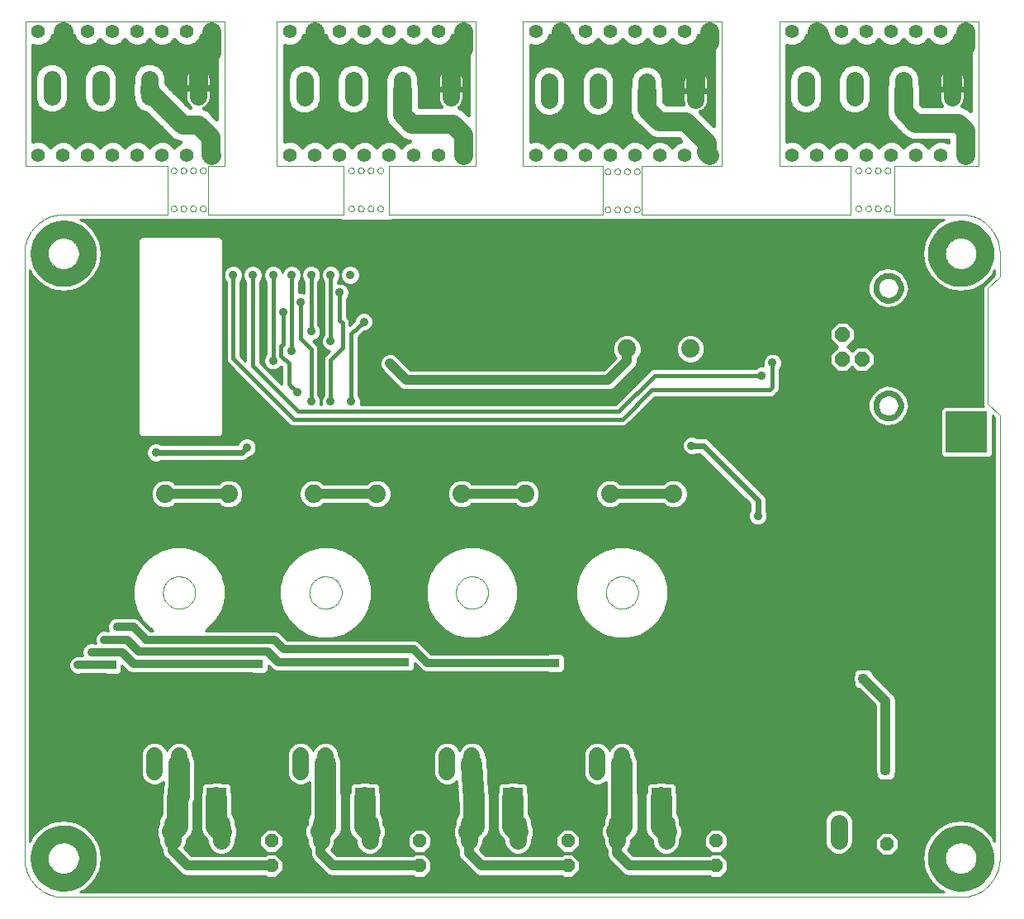
<source format=gbl>
G75*
G70*
%OFA0B0*%
%FSLAX24Y24*%
%IPPOS*%
%LPD*%
%AMOC8*
5,1,8,0,0,1.08239X$1,22.5*
%
%ADD10C,0.0240*%
%ADD11C,0.0000*%
%ADD12C,0.0000*%
%ADD13C,0.0700*%
%ADD14OC8,0.0574*%
%ADD15OC8,0.0520*%
%ADD16C,0.0705*%
%ADD17C,0.0740*%
%ADD18R,0.0787X0.0787*%
%ADD19C,0.0660*%
%ADD20C,0.0554*%
%ADD21R,0.0356X0.0356*%
%ADD22C,0.0400*%
%ADD23C,0.0356*%
%ADD24R,0.1660X0.1660*%
%ADD25C,0.0160*%
%ADD26C,0.0100*%
%ADD27C,0.0320*%
%ADD28C,0.0760*%
%ADD29C,0.0860*%
D10*
X016163Y020861D02*
X019628Y020861D01*
X019824Y021058D01*
X037777Y021137D02*
X038250Y021137D01*
X040454Y018932D01*
X040454Y018302D01*
X045218Y022751D02*
X045220Y022795D01*
X045226Y022839D01*
X045236Y022882D01*
X045249Y022924D01*
X045266Y022965D01*
X045287Y023004D01*
X045311Y023041D01*
X045338Y023076D01*
X045368Y023108D01*
X045401Y023138D01*
X045437Y023164D01*
X045474Y023188D01*
X045514Y023207D01*
X045555Y023224D01*
X045598Y023236D01*
X045641Y023245D01*
X045685Y023250D01*
X045729Y023251D01*
X045773Y023248D01*
X045817Y023241D01*
X045860Y023230D01*
X045902Y023216D01*
X045942Y023198D01*
X045981Y023176D01*
X046017Y023152D01*
X046051Y023124D01*
X046083Y023093D01*
X046112Y023059D01*
X046138Y023023D01*
X046160Y022985D01*
X046179Y022945D01*
X046194Y022903D01*
X046206Y022861D01*
X046214Y022817D01*
X046218Y022773D01*
X046218Y022729D01*
X046214Y022685D01*
X046206Y022641D01*
X046194Y022599D01*
X046179Y022557D01*
X046160Y022517D01*
X046138Y022479D01*
X046112Y022443D01*
X046083Y022409D01*
X046051Y022378D01*
X046017Y022350D01*
X045981Y022326D01*
X045942Y022304D01*
X045902Y022286D01*
X045860Y022272D01*
X045817Y022261D01*
X045773Y022254D01*
X045729Y022251D01*
X045685Y022252D01*
X045641Y022257D01*
X045598Y022266D01*
X045555Y022278D01*
X045514Y022295D01*
X045474Y022314D01*
X045437Y022338D01*
X045401Y022364D01*
X045368Y022394D01*
X045338Y022426D01*
X045311Y022461D01*
X045287Y022498D01*
X045266Y022537D01*
X045249Y022578D01*
X045236Y022620D01*
X045226Y022663D01*
X045220Y022707D01*
X045218Y022751D01*
X045218Y027501D02*
X045220Y027545D01*
X045226Y027589D01*
X045236Y027632D01*
X045249Y027674D01*
X045266Y027715D01*
X045287Y027754D01*
X045311Y027791D01*
X045338Y027826D01*
X045368Y027858D01*
X045401Y027888D01*
X045437Y027914D01*
X045474Y027938D01*
X045514Y027957D01*
X045555Y027974D01*
X045598Y027986D01*
X045641Y027995D01*
X045685Y028000D01*
X045729Y028001D01*
X045773Y027998D01*
X045817Y027991D01*
X045860Y027980D01*
X045902Y027966D01*
X045942Y027948D01*
X045981Y027926D01*
X046017Y027902D01*
X046051Y027874D01*
X046083Y027843D01*
X046112Y027809D01*
X046138Y027773D01*
X046160Y027735D01*
X046179Y027695D01*
X046194Y027653D01*
X046206Y027611D01*
X046214Y027567D01*
X046218Y027523D01*
X046218Y027479D01*
X046214Y027435D01*
X046206Y027391D01*
X046194Y027349D01*
X046179Y027307D01*
X046160Y027267D01*
X046138Y027229D01*
X046112Y027193D01*
X046083Y027159D01*
X046051Y027128D01*
X046017Y027100D01*
X045981Y027076D01*
X045942Y027054D01*
X045902Y027036D01*
X045860Y027022D01*
X045817Y027011D01*
X045773Y027004D01*
X045729Y027001D01*
X045685Y027002D01*
X045641Y027007D01*
X045598Y027016D01*
X045555Y027028D01*
X045514Y027045D01*
X045474Y027064D01*
X045437Y027088D01*
X045401Y027114D01*
X045368Y027144D01*
X045338Y027176D01*
X045311Y027211D01*
X045287Y027248D01*
X045266Y027287D01*
X045249Y027328D01*
X045236Y027370D01*
X045226Y027413D01*
X045220Y027457D01*
X045218Y027501D01*
D11*
X010848Y028893D02*
X010848Y004483D01*
X010850Y004406D01*
X010856Y004329D01*
X010865Y004252D01*
X010878Y004176D01*
X010895Y004100D01*
X010916Y004026D01*
X010940Y003952D01*
X010968Y003880D01*
X010999Y003810D01*
X011034Y003741D01*
X011072Y003673D01*
X011113Y003608D01*
X011158Y003545D01*
X011206Y003484D01*
X011256Y003425D01*
X011309Y003369D01*
X011365Y003316D01*
X011424Y003266D01*
X011485Y003218D01*
X011548Y003173D01*
X011613Y003132D01*
X011681Y003094D01*
X011750Y003059D01*
X011820Y003028D01*
X011892Y003000D01*
X011966Y002976D01*
X012040Y002955D01*
X012116Y002938D01*
X012192Y002925D01*
X012269Y002916D01*
X012346Y002910D01*
X012423Y002908D01*
X048643Y002908D01*
X048720Y002910D01*
X048797Y002916D01*
X048874Y002925D01*
X048950Y002938D01*
X049026Y002955D01*
X049100Y002976D01*
X049174Y003000D01*
X049246Y003028D01*
X049316Y003059D01*
X049385Y003094D01*
X049453Y003132D01*
X049518Y003173D01*
X049581Y003218D01*
X049642Y003266D01*
X049701Y003316D01*
X049757Y003369D01*
X049810Y003425D01*
X049860Y003484D01*
X049908Y003545D01*
X049953Y003608D01*
X049994Y003673D01*
X050032Y003741D01*
X050067Y003810D01*
X050098Y003880D01*
X050126Y003952D01*
X050150Y004026D01*
X050171Y004100D01*
X050188Y004176D01*
X050201Y004252D01*
X050210Y004329D01*
X050216Y004406D01*
X050218Y004483D01*
X050218Y022357D01*
X049746Y022830D01*
X049746Y027475D01*
X050218Y027948D01*
X050218Y028893D01*
X050216Y028970D01*
X050210Y029047D01*
X050201Y029124D01*
X050188Y029200D01*
X050171Y029276D01*
X050150Y029350D01*
X050126Y029424D01*
X050098Y029496D01*
X050067Y029566D01*
X050032Y029635D01*
X049994Y029703D01*
X049953Y029768D01*
X049908Y029831D01*
X049860Y029892D01*
X049810Y029951D01*
X049757Y030007D01*
X049701Y030060D01*
X049642Y030110D01*
X049581Y030158D01*
X049518Y030203D01*
X049453Y030244D01*
X049385Y030282D01*
X049316Y030317D01*
X049246Y030348D01*
X049174Y030376D01*
X049100Y030400D01*
X049026Y030421D01*
X048950Y030438D01*
X048874Y030451D01*
X048797Y030460D01*
X048720Y030466D01*
X048643Y030468D01*
X048643Y030467D02*
X045966Y030467D01*
X045966Y032436D01*
X049352Y032436D01*
X049352Y038263D01*
X041320Y038263D01*
X041320Y032436D01*
X044194Y032436D01*
X044194Y030467D01*
X035769Y030467D01*
X035769Y032436D01*
X038998Y032436D01*
X038998Y038263D01*
X030966Y038263D01*
X030966Y032436D01*
X034194Y032436D01*
X034194Y030467D01*
X025572Y030467D01*
X025572Y032436D01*
X029076Y032436D01*
X029076Y038263D01*
X021045Y038263D01*
X021045Y032436D01*
X023722Y032436D01*
X023722Y030467D01*
X018250Y030467D01*
X018250Y032436D01*
X018919Y032436D01*
X018919Y038263D01*
X010887Y038263D01*
X010887Y032436D01*
X016635Y032436D01*
X016635Y030467D01*
X012423Y030467D01*
X012423Y030468D02*
X012346Y030466D01*
X012269Y030460D01*
X012192Y030451D01*
X012116Y030438D01*
X012040Y030421D01*
X011966Y030400D01*
X011892Y030376D01*
X011820Y030348D01*
X011750Y030317D01*
X011681Y030282D01*
X011613Y030244D01*
X011548Y030203D01*
X011485Y030158D01*
X011424Y030110D01*
X011365Y030060D01*
X011309Y030007D01*
X011256Y029951D01*
X011206Y029892D01*
X011158Y029831D01*
X011113Y029768D01*
X011072Y029703D01*
X011034Y029635D01*
X010999Y029566D01*
X010968Y029496D01*
X010940Y029424D01*
X010916Y029350D01*
X010895Y029276D01*
X010878Y029200D01*
X010865Y029124D01*
X010856Y029047D01*
X010850Y028970D01*
X010848Y028893D01*
D12*
X011793Y028893D02*
X011795Y028943D01*
X011801Y028993D01*
X011811Y029042D01*
X011825Y029090D01*
X011842Y029137D01*
X011863Y029182D01*
X011888Y029226D01*
X011916Y029267D01*
X011948Y029306D01*
X011982Y029343D01*
X012019Y029377D01*
X012059Y029407D01*
X012101Y029434D01*
X012145Y029458D01*
X012191Y029479D01*
X012238Y029495D01*
X012286Y029508D01*
X012336Y029517D01*
X012385Y029522D01*
X012436Y029523D01*
X012486Y029520D01*
X012535Y029513D01*
X012584Y029502D01*
X012632Y029487D01*
X012678Y029469D01*
X012723Y029447D01*
X012766Y029421D01*
X012807Y029392D01*
X012846Y029360D01*
X012882Y029325D01*
X012914Y029287D01*
X012944Y029247D01*
X012971Y029204D01*
X012994Y029160D01*
X013013Y029114D01*
X013029Y029066D01*
X013041Y029017D01*
X013049Y028968D01*
X013053Y028918D01*
X013053Y028868D01*
X013049Y028818D01*
X013041Y028769D01*
X013029Y028720D01*
X013013Y028672D01*
X012994Y028626D01*
X012971Y028582D01*
X012944Y028539D01*
X012914Y028499D01*
X012882Y028461D01*
X012846Y028426D01*
X012807Y028394D01*
X012766Y028365D01*
X012723Y028339D01*
X012678Y028317D01*
X012632Y028299D01*
X012584Y028284D01*
X012535Y028273D01*
X012486Y028266D01*
X012436Y028263D01*
X012385Y028264D01*
X012336Y028269D01*
X012286Y028278D01*
X012238Y028291D01*
X012191Y028307D01*
X012145Y028328D01*
X012101Y028352D01*
X012059Y028379D01*
X012019Y028409D01*
X011982Y028443D01*
X011948Y028480D01*
X011916Y028519D01*
X011888Y028560D01*
X011863Y028604D01*
X011842Y028649D01*
X011825Y028696D01*
X011811Y028744D01*
X011801Y028793D01*
X011795Y028843D01*
X011793Y028893D01*
X016754Y030704D02*
X016756Y030725D01*
X016762Y030745D01*
X016771Y030765D01*
X016783Y030782D01*
X016798Y030796D01*
X016816Y030808D01*
X016836Y030816D01*
X016856Y030821D01*
X016877Y030822D01*
X016898Y030819D01*
X016918Y030813D01*
X016937Y030802D01*
X016954Y030789D01*
X016967Y030773D01*
X016978Y030755D01*
X016986Y030735D01*
X016990Y030715D01*
X016990Y030693D01*
X016986Y030673D01*
X016978Y030653D01*
X016967Y030635D01*
X016954Y030619D01*
X016937Y030606D01*
X016918Y030595D01*
X016898Y030589D01*
X016877Y030586D01*
X016856Y030587D01*
X016836Y030592D01*
X016816Y030600D01*
X016798Y030612D01*
X016783Y030626D01*
X016771Y030643D01*
X016762Y030663D01*
X016756Y030683D01*
X016754Y030704D01*
X017147Y030704D02*
X017149Y030725D01*
X017155Y030745D01*
X017164Y030765D01*
X017176Y030782D01*
X017191Y030796D01*
X017209Y030808D01*
X017229Y030816D01*
X017249Y030821D01*
X017270Y030822D01*
X017291Y030819D01*
X017311Y030813D01*
X017330Y030802D01*
X017347Y030789D01*
X017360Y030773D01*
X017371Y030755D01*
X017379Y030735D01*
X017383Y030715D01*
X017383Y030693D01*
X017379Y030673D01*
X017371Y030653D01*
X017360Y030635D01*
X017347Y030619D01*
X017330Y030606D01*
X017311Y030595D01*
X017291Y030589D01*
X017270Y030586D01*
X017249Y030587D01*
X017229Y030592D01*
X017209Y030600D01*
X017191Y030612D01*
X017176Y030626D01*
X017164Y030643D01*
X017155Y030663D01*
X017149Y030683D01*
X017147Y030704D01*
X017541Y030704D02*
X017543Y030725D01*
X017549Y030745D01*
X017558Y030765D01*
X017570Y030782D01*
X017585Y030796D01*
X017603Y030808D01*
X017623Y030816D01*
X017643Y030821D01*
X017664Y030822D01*
X017685Y030819D01*
X017705Y030813D01*
X017724Y030802D01*
X017741Y030789D01*
X017754Y030773D01*
X017765Y030755D01*
X017773Y030735D01*
X017777Y030715D01*
X017777Y030693D01*
X017773Y030673D01*
X017765Y030653D01*
X017754Y030635D01*
X017741Y030619D01*
X017724Y030606D01*
X017705Y030595D01*
X017685Y030589D01*
X017664Y030586D01*
X017643Y030587D01*
X017623Y030592D01*
X017603Y030600D01*
X017585Y030612D01*
X017570Y030626D01*
X017558Y030643D01*
X017549Y030663D01*
X017543Y030683D01*
X017541Y030704D01*
X017935Y030704D02*
X017937Y030725D01*
X017943Y030745D01*
X017952Y030765D01*
X017964Y030782D01*
X017979Y030796D01*
X017997Y030808D01*
X018017Y030816D01*
X018037Y030821D01*
X018058Y030822D01*
X018079Y030819D01*
X018099Y030813D01*
X018118Y030802D01*
X018135Y030789D01*
X018148Y030773D01*
X018159Y030755D01*
X018167Y030735D01*
X018171Y030715D01*
X018171Y030693D01*
X018167Y030673D01*
X018159Y030653D01*
X018148Y030635D01*
X018135Y030619D01*
X018118Y030606D01*
X018099Y030595D01*
X018079Y030589D01*
X018058Y030586D01*
X018037Y030587D01*
X018017Y030592D01*
X017997Y030600D01*
X017979Y030612D01*
X017964Y030626D01*
X017952Y030643D01*
X017943Y030663D01*
X017937Y030683D01*
X017935Y030704D01*
X017935Y032239D02*
X017937Y032260D01*
X017943Y032280D01*
X017952Y032300D01*
X017964Y032317D01*
X017979Y032331D01*
X017997Y032343D01*
X018017Y032351D01*
X018037Y032356D01*
X018058Y032357D01*
X018079Y032354D01*
X018099Y032348D01*
X018118Y032337D01*
X018135Y032324D01*
X018148Y032308D01*
X018159Y032290D01*
X018167Y032270D01*
X018171Y032250D01*
X018171Y032228D01*
X018167Y032208D01*
X018159Y032188D01*
X018148Y032170D01*
X018135Y032154D01*
X018118Y032141D01*
X018099Y032130D01*
X018079Y032124D01*
X018058Y032121D01*
X018037Y032122D01*
X018017Y032127D01*
X017997Y032135D01*
X017979Y032147D01*
X017964Y032161D01*
X017952Y032178D01*
X017943Y032198D01*
X017937Y032218D01*
X017935Y032239D01*
X017541Y032239D02*
X017543Y032260D01*
X017549Y032280D01*
X017558Y032300D01*
X017570Y032317D01*
X017585Y032331D01*
X017603Y032343D01*
X017623Y032351D01*
X017643Y032356D01*
X017664Y032357D01*
X017685Y032354D01*
X017705Y032348D01*
X017724Y032337D01*
X017741Y032324D01*
X017754Y032308D01*
X017765Y032290D01*
X017773Y032270D01*
X017777Y032250D01*
X017777Y032228D01*
X017773Y032208D01*
X017765Y032188D01*
X017754Y032170D01*
X017741Y032154D01*
X017724Y032141D01*
X017705Y032130D01*
X017685Y032124D01*
X017664Y032121D01*
X017643Y032122D01*
X017623Y032127D01*
X017603Y032135D01*
X017585Y032147D01*
X017570Y032161D01*
X017558Y032178D01*
X017549Y032198D01*
X017543Y032218D01*
X017541Y032239D01*
X017147Y032239D02*
X017149Y032260D01*
X017155Y032280D01*
X017164Y032300D01*
X017176Y032317D01*
X017191Y032331D01*
X017209Y032343D01*
X017229Y032351D01*
X017249Y032356D01*
X017270Y032357D01*
X017291Y032354D01*
X017311Y032348D01*
X017330Y032337D01*
X017347Y032324D01*
X017360Y032308D01*
X017371Y032290D01*
X017379Y032270D01*
X017383Y032250D01*
X017383Y032228D01*
X017379Y032208D01*
X017371Y032188D01*
X017360Y032170D01*
X017347Y032154D01*
X017330Y032141D01*
X017311Y032130D01*
X017291Y032124D01*
X017270Y032121D01*
X017249Y032122D01*
X017229Y032127D01*
X017209Y032135D01*
X017191Y032147D01*
X017176Y032161D01*
X017164Y032178D01*
X017155Y032198D01*
X017149Y032218D01*
X017147Y032239D01*
X016754Y032239D02*
X016756Y032260D01*
X016762Y032280D01*
X016771Y032300D01*
X016783Y032317D01*
X016798Y032331D01*
X016816Y032343D01*
X016836Y032351D01*
X016856Y032356D01*
X016877Y032357D01*
X016898Y032354D01*
X016918Y032348D01*
X016937Y032337D01*
X016954Y032324D01*
X016967Y032308D01*
X016978Y032290D01*
X016986Y032270D01*
X016990Y032250D01*
X016990Y032228D01*
X016986Y032208D01*
X016978Y032188D01*
X016967Y032170D01*
X016954Y032154D01*
X016937Y032141D01*
X016918Y032130D01*
X016898Y032124D01*
X016877Y032121D01*
X016856Y032122D01*
X016836Y032127D01*
X016816Y032135D01*
X016798Y032147D01*
X016783Y032161D01*
X016771Y032178D01*
X016762Y032198D01*
X016756Y032218D01*
X016754Y032239D01*
X023919Y032239D02*
X023921Y032260D01*
X023927Y032280D01*
X023936Y032300D01*
X023948Y032317D01*
X023963Y032331D01*
X023981Y032343D01*
X024001Y032351D01*
X024021Y032356D01*
X024042Y032357D01*
X024063Y032354D01*
X024083Y032348D01*
X024102Y032337D01*
X024119Y032324D01*
X024132Y032308D01*
X024143Y032290D01*
X024151Y032270D01*
X024155Y032250D01*
X024155Y032228D01*
X024151Y032208D01*
X024143Y032188D01*
X024132Y032170D01*
X024119Y032154D01*
X024102Y032141D01*
X024083Y032130D01*
X024063Y032124D01*
X024042Y032121D01*
X024021Y032122D01*
X024001Y032127D01*
X023981Y032135D01*
X023963Y032147D01*
X023948Y032161D01*
X023936Y032178D01*
X023927Y032198D01*
X023921Y032218D01*
X023919Y032239D01*
X024313Y032239D02*
X024315Y032260D01*
X024321Y032280D01*
X024330Y032300D01*
X024342Y032317D01*
X024357Y032331D01*
X024375Y032343D01*
X024395Y032351D01*
X024415Y032356D01*
X024436Y032357D01*
X024457Y032354D01*
X024477Y032348D01*
X024496Y032337D01*
X024513Y032324D01*
X024526Y032308D01*
X024537Y032290D01*
X024545Y032270D01*
X024549Y032250D01*
X024549Y032228D01*
X024545Y032208D01*
X024537Y032188D01*
X024526Y032170D01*
X024513Y032154D01*
X024496Y032141D01*
X024477Y032130D01*
X024457Y032124D01*
X024436Y032121D01*
X024415Y032122D01*
X024395Y032127D01*
X024375Y032135D01*
X024357Y032147D01*
X024342Y032161D01*
X024330Y032178D01*
X024321Y032198D01*
X024315Y032218D01*
X024313Y032239D01*
X024706Y032239D02*
X024708Y032260D01*
X024714Y032280D01*
X024723Y032300D01*
X024735Y032317D01*
X024750Y032331D01*
X024768Y032343D01*
X024788Y032351D01*
X024808Y032356D01*
X024829Y032357D01*
X024850Y032354D01*
X024870Y032348D01*
X024889Y032337D01*
X024906Y032324D01*
X024919Y032308D01*
X024930Y032290D01*
X024938Y032270D01*
X024942Y032250D01*
X024942Y032228D01*
X024938Y032208D01*
X024930Y032188D01*
X024919Y032170D01*
X024906Y032154D01*
X024889Y032141D01*
X024870Y032130D01*
X024850Y032124D01*
X024829Y032121D01*
X024808Y032122D01*
X024788Y032127D01*
X024768Y032135D01*
X024750Y032147D01*
X024735Y032161D01*
X024723Y032178D01*
X024714Y032198D01*
X024708Y032218D01*
X024706Y032239D01*
X025100Y032239D02*
X025102Y032260D01*
X025108Y032280D01*
X025117Y032300D01*
X025129Y032317D01*
X025144Y032331D01*
X025162Y032343D01*
X025182Y032351D01*
X025202Y032356D01*
X025223Y032357D01*
X025244Y032354D01*
X025264Y032348D01*
X025283Y032337D01*
X025300Y032324D01*
X025313Y032308D01*
X025324Y032290D01*
X025332Y032270D01*
X025336Y032250D01*
X025336Y032228D01*
X025332Y032208D01*
X025324Y032188D01*
X025313Y032170D01*
X025300Y032154D01*
X025283Y032141D01*
X025264Y032130D01*
X025244Y032124D01*
X025223Y032121D01*
X025202Y032122D01*
X025182Y032127D01*
X025162Y032135D01*
X025144Y032147D01*
X025129Y032161D01*
X025117Y032178D01*
X025108Y032198D01*
X025102Y032218D01*
X025100Y032239D01*
X025100Y030704D02*
X025102Y030725D01*
X025108Y030745D01*
X025117Y030765D01*
X025129Y030782D01*
X025144Y030796D01*
X025162Y030808D01*
X025182Y030816D01*
X025202Y030821D01*
X025223Y030822D01*
X025244Y030819D01*
X025264Y030813D01*
X025283Y030802D01*
X025300Y030789D01*
X025313Y030773D01*
X025324Y030755D01*
X025332Y030735D01*
X025336Y030715D01*
X025336Y030693D01*
X025332Y030673D01*
X025324Y030653D01*
X025313Y030635D01*
X025300Y030619D01*
X025283Y030606D01*
X025264Y030595D01*
X025244Y030589D01*
X025223Y030586D01*
X025202Y030587D01*
X025182Y030592D01*
X025162Y030600D01*
X025144Y030612D01*
X025129Y030626D01*
X025117Y030643D01*
X025108Y030663D01*
X025102Y030683D01*
X025100Y030704D01*
X024706Y030704D02*
X024708Y030725D01*
X024714Y030745D01*
X024723Y030765D01*
X024735Y030782D01*
X024750Y030796D01*
X024768Y030808D01*
X024788Y030816D01*
X024808Y030821D01*
X024829Y030822D01*
X024850Y030819D01*
X024870Y030813D01*
X024889Y030802D01*
X024906Y030789D01*
X024919Y030773D01*
X024930Y030755D01*
X024938Y030735D01*
X024942Y030715D01*
X024942Y030693D01*
X024938Y030673D01*
X024930Y030653D01*
X024919Y030635D01*
X024906Y030619D01*
X024889Y030606D01*
X024870Y030595D01*
X024850Y030589D01*
X024829Y030586D01*
X024808Y030587D01*
X024788Y030592D01*
X024768Y030600D01*
X024750Y030612D01*
X024735Y030626D01*
X024723Y030643D01*
X024714Y030663D01*
X024708Y030683D01*
X024706Y030704D01*
X024313Y030704D02*
X024315Y030725D01*
X024321Y030745D01*
X024330Y030765D01*
X024342Y030782D01*
X024357Y030796D01*
X024375Y030808D01*
X024395Y030816D01*
X024415Y030821D01*
X024436Y030822D01*
X024457Y030819D01*
X024477Y030813D01*
X024496Y030802D01*
X024513Y030789D01*
X024526Y030773D01*
X024537Y030755D01*
X024545Y030735D01*
X024549Y030715D01*
X024549Y030693D01*
X024545Y030673D01*
X024537Y030653D01*
X024526Y030635D01*
X024513Y030619D01*
X024496Y030606D01*
X024477Y030595D01*
X024457Y030589D01*
X024436Y030586D01*
X024415Y030587D01*
X024395Y030592D01*
X024375Y030600D01*
X024357Y030612D01*
X024342Y030626D01*
X024330Y030643D01*
X024321Y030663D01*
X024315Y030683D01*
X024313Y030704D01*
X023919Y030704D02*
X023921Y030725D01*
X023927Y030745D01*
X023936Y030765D01*
X023948Y030782D01*
X023963Y030796D01*
X023981Y030808D01*
X024001Y030816D01*
X024021Y030821D01*
X024042Y030822D01*
X024063Y030819D01*
X024083Y030813D01*
X024102Y030802D01*
X024119Y030789D01*
X024132Y030773D01*
X024143Y030755D01*
X024151Y030735D01*
X024155Y030715D01*
X024155Y030693D01*
X024151Y030673D01*
X024143Y030653D01*
X024132Y030635D01*
X024119Y030619D01*
X024102Y030606D01*
X024083Y030595D01*
X024063Y030589D01*
X024042Y030586D01*
X024021Y030587D01*
X024001Y030592D01*
X023981Y030600D01*
X023963Y030612D01*
X023948Y030626D01*
X023936Y030643D01*
X023927Y030663D01*
X023921Y030683D01*
X023919Y030704D01*
X034273Y030664D02*
X034275Y030685D01*
X034281Y030705D01*
X034290Y030725D01*
X034302Y030742D01*
X034317Y030756D01*
X034335Y030768D01*
X034355Y030776D01*
X034375Y030781D01*
X034396Y030782D01*
X034417Y030779D01*
X034437Y030773D01*
X034456Y030762D01*
X034473Y030749D01*
X034486Y030733D01*
X034497Y030715D01*
X034505Y030695D01*
X034509Y030675D01*
X034509Y030653D01*
X034505Y030633D01*
X034497Y030613D01*
X034486Y030595D01*
X034473Y030579D01*
X034456Y030566D01*
X034437Y030555D01*
X034417Y030549D01*
X034396Y030546D01*
X034375Y030547D01*
X034355Y030552D01*
X034335Y030560D01*
X034317Y030572D01*
X034302Y030586D01*
X034290Y030603D01*
X034281Y030623D01*
X034275Y030643D01*
X034273Y030664D01*
X034667Y030664D02*
X034669Y030685D01*
X034675Y030705D01*
X034684Y030725D01*
X034696Y030742D01*
X034711Y030756D01*
X034729Y030768D01*
X034749Y030776D01*
X034769Y030781D01*
X034790Y030782D01*
X034811Y030779D01*
X034831Y030773D01*
X034850Y030762D01*
X034867Y030749D01*
X034880Y030733D01*
X034891Y030715D01*
X034899Y030695D01*
X034903Y030675D01*
X034903Y030653D01*
X034899Y030633D01*
X034891Y030613D01*
X034880Y030595D01*
X034867Y030579D01*
X034850Y030566D01*
X034831Y030555D01*
X034811Y030549D01*
X034790Y030546D01*
X034769Y030547D01*
X034749Y030552D01*
X034729Y030560D01*
X034711Y030572D01*
X034696Y030586D01*
X034684Y030603D01*
X034675Y030623D01*
X034669Y030643D01*
X034667Y030664D01*
X035061Y030664D02*
X035063Y030685D01*
X035069Y030705D01*
X035078Y030725D01*
X035090Y030742D01*
X035105Y030756D01*
X035123Y030768D01*
X035143Y030776D01*
X035163Y030781D01*
X035184Y030782D01*
X035205Y030779D01*
X035225Y030773D01*
X035244Y030762D01*
X035261Y030749D01*
X035274Y030733D01*
X035285Y030715D01*
X035293Y030695D01*
X035297Y030675D01*
X035297Y030653D01*
X035293Y030633D01*
X035285Y030613D01*
X035274Y030595D01*
X035261Y030579D01*
X035244Y030566D01*
X035225Y030555D01*
X035205Y030549D01*
X035184Y030546D01*
X035163Y030547D01*
X035143Y030552D01*
X035123Y030560D01*
X035105Y030572D01*
X035090Y030586D01*
X035078Y030603D01*
X035069Y030623D01*
X035063Y030643D01*
X035061Y030664D01*
X035454Y030664D02*
X035456Y030685D01*
X035462Y030705D01*
X035471Y030725D01*
X035483Y030742D01*
X035498Y030756D01*
X035516Y030768D01*
X035536Y030776D01*
X035556Y030781D01*
X035577Y030782D01*
X035598Y030779D01*
X035618Y030773D01*
X035637Y030762D01*
X035654Y030749D01*
X035667Y030733D01*
X035678Y030715D01*
X035686Y030695D01*
X035690Y030675D01*
X035690Y030653D01*
X035686Y030633D01*
X035678Y030613D01*
X035667Y030595D01*
X035654Y030579D01*
X035637Y030566D01*
X035618Y030555D01*
X035598Y030549D01*
X035577Y030546D01*
X035556Y030547D01*
X035536Y030552D01*
X035516Y030560D01*
X035498Y030572D01*
X035483Y030586D01*
X035471Y030603D01*
X035462Y030623D01*
X035456Y030643D01*
X035454Y030664D01*
X035454Y032200D02*
X035456Y032221D01*
X035462Y032241D01*
X035471Y032261D01*
X035483Y032278D01*
X035498Y032292D01*
X035516Y032304D01*
X035536Y032312D01*
X035556Y032317D01*
X035577Y032318D01*
X035598Y032315D01*
X035618Y032309D01*
X035637Y032298D01*
X035654Y032285D01*
X035667Y032269D01*
X035678Y032251D01*
X035686Y032231D01*
X035690Y032211D01*
X035690Y032189D01*
X035686Y032169D01*
X035678Y032149D01*
X035667Y032131D01*
X035654Y032115D01*
X035637Y032102D01*
X035618Y032091D01*
X035598Y032085D01*
X035577Y032082D01*
X035556Y032083D01*
X035536Y032088D01*
X035516Y032096D01*
X035498Y032108D01*
X035483Y032122D01*
X035471Y032139D01*
X035462Y032159D01*
X035456Y032179D01*
X035454Y032200D01*
X035061Y032200D02*
X035063Y032221D01*
X035069Y032241D01*
X035078Y032261D01*
X035090Y032278D01*
X035105Y032292D01*
X035123Y032304D01*
X035143Y032312D01*
X035163Y032317D01*
X035184Y032318D01*
X035205Y032315D01*
X035225Y032309D01*
X035244Y032298D01*
X035261Y032285D01*
X035274Y032269D01*
X035285Y032251D01*
X035293Y032231D01*
X035297Y032211D01*
X035297Y032189D01*
X035293Y032169D01*
X035285Y032149D01*
X035274Y032131D01*
X035261Y032115D01*
X035244Y032102D01*
X035225Y032091D01*
X035205Y032085D01*
X035184Y032082D01*
X035163Y032083D01*
X035143Y032088D01*
X035123Y032096D01*
X035105Y032108D01*
X035090Y032122D01*
X035078Y032139D01*
X035069Y032159D01*
X035063Y032179D01*
X035061Y032200D01*
X034667Y032200D02*
X034669Y032221D01*
X034675Y032241D01*
X034684Y032261D01*
X034696Y032278D01*
X034711Y032292D01*
X034729Y032304D01*
X034749Y032312D01*
X034769Y032317D01*
X034790Y032318D01*
X034811Y032315D01*
X034831Y032309D01*
X034850Y032298D01*
X034867Y032285D01*
X034880Y032269D01*
X034891Y032251D01*
X034899Y032231D01*
X034903Y032211D01*
X034903Y032189D01*
X034899Y032169D01*
X034891Y032149D01*
X034880Y032131D01*
X034867Y032115D01*
X034850Y032102D01*
X034831Y032091D01*
X034811Y032085D01*
X034790Y032082D01*
X034769Y032083D01*
X034749Y032088D01*
X034729Y032096D01*
X034711Y032108D01*
X034696Y032122D01*
X034684Y032139D01*
X034675Y032159D01*
X034669Y032179D01*
X034667Y032200D01*
X034273Y032200D02*
X034275Y032221D01*
X034281Y032241D01*
X034290Y032261D01*
X034302Y032278D01*
X034317Y032292D01*
X034335Y032304D01*
X034355Y032312D01*
X034375Y032317D01*
X034396Y032318D01*
X034417Y032315D01*
X034437Y032309D01*
X034456Y032298D01*
X034473Y032285D01*
X034486Y032269D01*
X034497Y032251D01*
X034505Y032231D01*
X034509Y032211D01*
X034509Y032189D01*
X034505Y032169D01*
X034497Y032149D01*
X034486Y032131D01*
X034473Y032115D01*
X034456Y032102D01*
X034437Y032091D01*
X034417Y032085D01*
X034396Y032082D01*
X034375Y032083D01*
X034355Y032088D01*
X034335Y032096D01*
X034317Y032108D01*
X034302Y032122D01*
X034290Y032139D01*
X034281Y032159D01*
X034275Y032179D01*
X034273Y032200D01*
X044391Y032239D02*
X044393Y032260D01*
X044399Y032280D01*
X044408Y032300D01*
X044420Y032317D01*
X044435Y032331D01*
X044453Y032343D01*
X044473Y032351D01*
X044493Y032356D01*
X044514Y032357D01*
X044535Y032354D01*
X044555Y032348D01*
X044574Y032337D01*
X044591Y032324D01*
X044604Y032308D01*
X044615Y032290D01*
X044623Y032270D01*
X044627Y032250D01*
X044627Y032228D01*
X044623Y032208D01*
X044615Y032188D01*
X044604Y032170D01*
X044591Y032154D01*
X044574Y032141D01*
X044555Y032130D01*
X044535Y032124D01*
X044514Y032121D01*
X044493Y032122D01*
X044473Y032127D01*
X044453Y032135D01*
X044435Y032147D01*
X044420Y032161D01*
X044408Y032178D01*
X044399Y032198D01*
X044393Y032218D01*
X044391Y032239D01*
X044785Y032239D02*
X044787Y032260D01*
X044793Y032280D01*
X044802Y032300D01*
X044814Y032317D01*
X044829Y032331D01*
X044847Y032343D01*
X044867Y032351D01*
X044887Y032356D01*
X044908Y032357D01*
X044929Y032354D01*
X044949Y032348D01*
X044968Y032337D01*
X044985Y032324D01*
X044998Y032308D01*
X045009Y032290D01*
X045017Y032270D01*
X045021Y032250D01*
X045021Y032228D01*
X045017Y032208D01*
X045009Y032188D01*
X044998Y032170D01*
X044985Y032154D01*
X044968Y032141D01*
X044949Y032130D01*
X044929Y032124D01*
X044908Y032121D01*
X044887Y032122D01*
X044867Y032127D01*
X044847Y032135D01*
X044829Y032147D01*
X044814Y032161D01*
X044802Y032178D01*
X044793Y032198D01*
X044787Y032218D01*
X044785Y032239D01*
X045179Y032239D02*
X045181Y032260D01*
X045187Y032280D01*
X045196Y032300D01*
X045208Y032317D01*
X045223Y032331D01*
X045241Y032343D01*
X045261Y032351D01*
X045281Y032356D01*
X045302Y032357D01*
X045323Y032354D01*
X045343Y032348D01*
X045362Y032337D01*
X045379Y032324D01*
X045392Y032308D01*
X045403Y032290D01*
X045411Y032270D01*
X045415Y032250D01*
X045415Y032228D01*
X045411Y032208D01*
X045403Y032188D01*
X045392Y032170D01*
X045379Y032154D01*
X045362Y032141D01*
X045343Y032130D01*
X045323Y032124D01*
X045302Y032121D01*
X045281Y032122D01*
X045261Y032127D01*
X045241Y032135D01*
X045223Y032147D01*
X045208Y032161D01*
X045196Y032178D01*
X045187Y032198D01*
X045181Y032218D01*
X045179Y032239D01*
X045573Y032239D02*
X045575Y032260D01*
X045581Y032280D01*
X045590Y032300D01*
X045602Y032317D01*
X045617Y032331D01*
X045635Y032343D01*
X045655Y032351D01*
X045675Y032356D01*
X045696Y032357D01*
X045717Y032354D01*
X045737Y032348D01*
X045756Y032337D01*
X045773Y032324D01*
X045786Y032308D01*
X045797Y032290D01*
X045805Y032270D01*
X045809Y032250D01*
X045809Y032228D01*
X045805Y032208D01*
X045797Y032188D01*
X045786Y032170D01*
X045773Y032154D01*
X045756Y032141D01*
X045737Y032130D01*
X045717Y032124D01*
X045696Y032121D01*
X045675Y032122D01*
X045655Y032127D01*
X045635Y032135D01*
X045617Y032147D01*
X045602Y032161D01*
X045590Y032178D01*
X045581Y032198D01*
X045575Y032218D01*
X045573Y032239D01*
X045573Y030704D02*
X045575Y030725D01*
X045581Y030745D01*
X045590Y030765D01*
X045602Y030782D01*
X045617Y030796D01*
X045635Y030808D01*
X045655Y030816D01*
X045675Y030821D01*
X045696Y030822D01*
X045717Y030819D01*
X045737Y030813D01*
X045756Y030802D01*
X045773Y030789D01*
X045786Y030773D01*
X045797Y030755D01*
X045805Y030735D01*
X045809Y030715D01*
X045809Y030693D01*
X045805Y030673D01*
X045797Y030653D01*
X045786Y030635D01*
X045773Y030619D01*
X045756Y030606D01*
X045737Y030595D01*
X045717Y030589D01*
X045696Y030586D01*
X045675Y030587D01*
X045655Y030592D01*
X045635Y030600D01*
X045617Y030612D01*
X045602Y030626D01*
X045590Y030643D01*
X045581Y030663D01*
X045575Y030683D01*
X045573Y030704D01*
X045179Y030704D02*
X045181Y030725D01*
X045187Y030745D01*
X045196Y030765D01*
X045208Y030782D01*
X045223Y030796D01*
X045241Y030808D01*
X045261Y030816D01*
X045281Y030821D01*
X045302Y030822D01*
X045323Y030819D01*
X045343Y030813D01*
X045362Y030802D01*
X045379Y030789D01*
X045392Y030773D01*
X045403Y030755D01*
X045411Y030735D01*
X045415Y030715D01*
X045415Y030693D01*
X045411Y030673D01*
X045403Y030653D01*
X045392Y030635D01*
X045379Y030619D01*
X045362Y030606D01*
X045343Y030595D01*
X045323Y030589D01*
X045302Y030586D01*
X045281Y030587D01*
X045261Y030592D01*
X045241Y030600D01*
X045223Y030612D01*
X045208Y030626D01*
X045196Y030643D01*
X045187Y030663D01*
X045181Y030683D01*
X045179Y030704D01*
X044785Y030704D02*
X044787Y030725D01*
X044793Y030745D01*
X044802Y030765D01*
X044814Y030782D01*
X044829Y030796D01*
X044847Y030808D01*
X044867Y030816D01*
X044887Y030821D01*
X044908Y030822D01*
X044929Y030819D01*
X044949Y030813D01*
X044968Y030802D01*
X044985Y030789D01*
X044998Y030773D01*
X045009Y030755D01*
X045017Y030735D01*
X045021Y030715D01*
X045021Y030693D01*
X045017Y030673D01*
X045009Y030653D01*
X044998Y030635D01*
X044985Y030619D01*
X044968Y030606D01*
X044949Y030595D01*
X044929Y030589D01*
X044908Y030586D01*
X044887Y030587D01*
X044867Y030592D01*
X044847Y030600D01*
X044829Y030612D01*
X044814Y030626D01*
X044802Y030643D01*
X044793Y030663D01*
X044787Y030683D01*
X044785Y030704D01*
X044391Y030704D02*
X044393Y030725D01*
X044399Y030745D01*
X044408Y030765D01*
X044420Y030782D01*
X044435Y030796D01*
X044453Y030808D01*
X044473Y030816D01*
X044493Y030821D01*
X044514Y030822D01*
X044535Y030819D01*
X044555Y030813D01*
X044574Y030802D01*
X044591Y030789D01*
X044604Y030773D01*
X044615Y030755D01*
X044623Y030735D01*
X044627Y030715D01*
X044627Y030693D01*
X044623Y030673D01*
X044615Y030653D01*
X044604Y030635D01*
X044591Y030619D01*
X044574Y030606D01*
X044555Y030595D01*
X044535Y030589D01*
X044514Y030586D01*
X044493Y030587D01*
X044473Y030592D01*
X044453Y030600D01*
X044435Y030612D01*
X044420Y030626D01*
X044408Y030643D01*
X044399Y030663D01*
X044393Y030683D01*
X044391Y030704D01*
X048013Y028893D02*
X048015Y028943D01*
X048021Y028993D01*
X048031Y029042D01*
X048045Y029090D01*
X048062Y029137D01*
X048083Y029182D01*
X048108Y029226D01*
X048136Y029267D01*
X048168Y029306D01*
X048202Y029343D01*
X048239Y029377D01*
X048279Y029407D01*
X048321Y029434D01*
X048365Y029458D01*
X048411Y029479D01*
X048458Y029495D01*
X048506Y029508D01*
X048556Y029517D01*
X048605Y029522D01*
X048656Y029523D01*
X048706Y029520D01*
X048755Y029513D01*
X048804Y029502D01*
X048852Y029487D01*
X048898Y029469D01*
X048943Y029447D01*
X048986Y029421D01*
X049027Y029392D01*
X049066Y029360D01*
X049102Y029325D01*
X049134Y029287D01*
X049164Y029247D01*
X049191Y029204D01*
X049214Y029160D01*
X049233Y029114D01*
X049249Y029066D01*
X049261Y029017D01*
X049269Y028968D01*
X049273Y028918D01*
X049273Y028868D01*
X049269Y028818D01*
X049261Y028769D01*
X049249Y028720D01*
X049233Y028672D01*
X049214Y028626D01*
X049191Y028582D01*
X049164Y028539D01*
X049134Y028499D01*
X049102Y028461D01*
X049066Y028426D01*
X049027Y028394D01*
X048986Y028365D01*
X048943Y028339D01*
X048898Y028317D01*
X048852Y028299D01*
X048804Y028284D01*
X048755Y028273D01*
X048706Y028266D01*
X048656Y028263D01*
X048605Y028264D01*
X048556Y028269D01*
X048506Y028278D01*
X048458Y028291D01*
X048411Y028307D01*
X048365Y028328D01*
X048321Y028352D01*
X048279Y028379D01*
X048239Y028409D01*
X048202Y028443D01*
X048168Y028480D01*
X048136Y028519D01*
X048108Y028560D01*
X048083Y028604D01*
X048062Y028649D01*
X048045Y028696D01*
X048031Y028744D01*
X048021Y028793D01*
X048015Y028843D01*
X048013Y028893D01*
X045265Y027496D02*
X045267Y027538D01*
X045273Y027580D01*
X045283Y027622D01*
X045296Y027662D01*
X045314Y027701D01*
X045335Y027738D01*
X045359Y027772D01*
X045387Y027805D01*
X045417Y027835D01*
X045450Y027861D01*
X045485Y027885D01*
X045523Y027905D01*
X045562Y027921D01*
X045602Y027934D01*
X045644Y027943D01*
X045686Y027948D01*
X045729Y027949D01*
X045771Y027946D01*
X045813Y027939D01*
X045854Y027928D01*
X045894Y027913D01*
X045932Y027895D01*
X045969Y027873D01*
X046003Y027848D01*
X046035Y027820D01*
X046063Y027789D01*
X046089Y027755D01*
X046112Y027719D01*
X046131Y027682D01*
X046147Y027642D01*
X046159Y027601D01*
X046167Y027560D01*
X046171Y027517D01*
X046171Y027475D01*
X046167Y027432D01*
X046159Y027391D01*
X046147Y027350D01*
X046131Y027310D01*
X046112Y027273D01*
X046089Y027237D01*
X046063Y027203D01*
X046035Y027172D01*
X046003Y027144D01*
X045969Y027119D01*
X045932Y027097D01*
X045894Y027079D01*
X045854Y027064D01*
X045813Y027053D01*
X045771Y027046D01*
X045729Y027043D01*
X045686Y027044D01*
X045644Y027049D01*
X045602Y027058D01*
X045562Y027071D01*
X045523Y027087D01*
X045485Y027107D01*
X045450Y027131D01*
X045417Y027157D01*
X045387Y027187D01*
X045359Y027220D01*
X045335Y027254D01*
X045314Y027291D01*
X045296Y027330D01*
X045283Y027370D01*
X045273Y027412D01*
X045267Y027454D01*
X045265Y027496D01*
X045265Y022756D02*
X045267Y022798D01*
X045273Y022840D01*
X045283Y022882D01*
X045296Y022922D01*
X045314Y022961D01*
X045335Y022998D01*
X045359Y023032D01*
X045387Y023065D01*
X045417Y023095D01*
X045450Y023121D01*
X045485Y023145D01*
X045523Y023165D01*
X045562Y023181D01*
X045602Y023194D01*
X045644Y023203D01*
X045686Y023208D01*
X045729Y023209D01*
X045771Y023206D01*
X045813Y023199D01*
X045854Y023188D01*
X045894Y023173D01*
X045932Y023155D01*
X045969Y023133D01*
X046003Y023108D01*
X046035Y023080D01*
X046063Y023049D01*
X046089Y023015D01*
X046112Y022979D01*
X046131Y022942D01*
X046147Y022902D01*
X046159Y022861D01*
X046167Y022820D01*
X046171Y022777D01*
X046171Y022735D01*
X046167Y022692D01*
X046159Y022651D01*
X046147Y022610D01*
X046131Y022570D01*
X046112Y022533D01*
X046089Y022497D01*
X046063Y022463D01*
X046035Y022432D01*
X046003Y022404D01*
X045969Y022379D01*
X045932Y022357D01*
X045894Y022339D01*
X045854Y022324D01*
X045813Y022313D01*
X045771Y022306D01*
X045729Y022303D01*
X045686Y022304D01*
X045644Y022309D01*
X045602Y022318D01*
X045562Y022331D01*
X045523Y022347D01*
X045485Y022367D01*
X045450Y022391D01*
X045417Y022417D01*
X045387Y022447D01*
X045359Y022480D01*
X045335Y022514D01*
X045314Y022551D01*
X045296Y022590D01*
X045283Y022630D01*
X045273Y022672D01*
X045267Y022714D01*
X045265Y022756D01*
X034319Y015202D02*
X034321Y015252D01*
X034327Y015302D01*
X034337Y015352D01*
X034350Y015400D01*
X034367Y015448D01*
X034388Y015494D01*
X034412Y015538D01*
X034440Y015580D01*
X034471Y015620D01*
X034505Y015657D01*
X034542Y015692D01*
X034581Y015723D01*
X034622Y015752D01*
X034666Y015777D01*
X034712Y015799D01*
X034759Y015817D01*
X034807Y015831D01*
X034856Y015842D01*
X034906Y015849D01*
X034956Y015852D01*
X035007Y015851D01*
X035057Y015846D01*
X035107Y015837D01*
X035155Y015825D01*
X035203Y015808D01*
X035249Y015788D01*
X035294Y015765D01*
X035337Y015738D01*
X035377Y015708D01*
X035415Y015675D01*
X035450Y015639D01*
X035483Y015600D01*
X035512Y015559D01*
X035538Y015516D01*
X035561Y015471D01*
X035580Y015424D01*
X035595Y015376D01*
X035607Y015327D01*
X035615Y015277D01*
X035619Y015227D01*
X035619Y015177D01*
X035615Y015127D01*
X035607Y015077D01*
X035595Y015028D01*
X035580Y014980D01*
X035561Y014933D01*
X035538Y014888D01*
X035512Y014845D01*
X035483Y014804D01*
X035450Y014765D01*
X035415Y014729D01*
X035377Y014696D01*
X035337Y014666D01*
X035294Y014639D01*
X035249Y014616D01*
X035203Y014596D01*
X035155Y014579D01*
X035107Y014567D01*
X035057Y014558D01*
X035007Y014553D01*
X034956Y014552D01*
X034906Y014555D01*
X034856Y014562D01*
X034807Y014573D01*
X034759Y014587D01*
X034712Y014605D01*
X034666Y014627D01*
X034622Y014652D01*
X034581Y014681D01*
X034542Y014712D01*
X034505Y014747D01*
X034471Y014784D01*
X034440Y014824D01*
X034412Y014866D01*
X034388Y014910D01*
X034367Y014956D01*
X034350Y015004D01*
X034337Y015052D01*
X034327Y015102D01*
X034321Y015152D01*
X034319Y015202D01*
X028263Y015202D02*
X028265Y015252D01*
X028271Y015302D01*
X028281Y015352D01*
X028294Y015400D01*
X028311Y015448D01*
X028332Y015494D01*
X028356Y015538D01*
X028384Y015580D01*
X028415Y015620D01*
X028449Y015657D01*
X028486Y015692D01*
X028525Y015723D01*
X028566Y015752D01*
X028610Y015777D01*
X028656Y015799D01*
X028703Y015817D01*
X028751Y015831D01*
X028800Y015842D01*
X028850Y015849D01*
X028900Y015852D01*
X028951Y015851D01*
X029001Y015846D01*
X029051Y015837D01*
X029099Y015825D01*
X029147Y015808D01*
X029193Y015788D01*
X029238Y015765D01*
X029281Y015738D01*
X029321Y015708D01*
X029359Y015675D01*
X029394Y015639D01*
X029427Y015600D01*
X029456Y015559D01*
X029482Y015516D01*
X029505Y015471D01*
X029524Y015424D01*
X029539Y015376D01*
X029551Y015327D01*
X029559Y015277D01*
X029563Y015227D01*
X029563Y015177D01*
X029559Y015127D01*
X029551Y015077D01*
X029539Y015028D01*
X029524Y014980D01*
X029505Y014933D01*
X029482Y014888D01*
X029456Y014845D01*
X029427Y014804D01*
X029394Y014765D01*
X029359Y014729D01*
X029321Y014696D01*
X029281Y014666D01*
X029238Y014639D01*
X029193Y014616D01*
X029147Y014596D01*
X029099Y014579D01*
X029051Y014567D01*
X029001Y014558D01*
X028951Y014553D01*
X028900Y014552D01*
X028850Y014555D01*
X028800Y014562D01*
X028751Y014573D01*
X028703Y014587D01*
X028656Y014605D01*
X028610Y014627D01*
X028566Y014652D01*
X028525Y014681D01*
X028486Y014712D01*
X028449Y014747D01*
X028415Y014784D01*
X028384Y014824D01*
X028356Y014866D01*
X028332Y014910D01*
X028311Y014956D01*
X028294Y015004D01*
X028281Y015052D01*
X028271Y015102D01*
X028265Y015152D01*
X028263Y015202D01*
X022352Y015202D02*
X022354Y015252D01*
X022360Y015302D01*
X022370Y015352D01*
X022383Y015400D01*
X022400Y015448D01*
X022421Y015494D01*
X022445Y015538D01*
X022473Y015580D01*
X022504Y015620D01*
X022538Y015657D01*
X022575Y015692D01*
X022614Y015723D01*
X022655Y015752D01*
X022699Y015777D01*
X022745Y015799D01*
X022792Y015817D01*
X022840Y015831D01*
X022889Y015842D01*
X022939Y015849D01*
X022989Y015852D01*
X023040Y015851D01*
X023090Y015846D01*
X023140Y015837D01*
X023188Y015825D01*
X023236Y015808D01*
X023282Y015788D01*
X023327Y015765D01*
X023370Y015738D01*
X023410Y015708D01*
X023448Y015675D01*
X023483Y015639D01*
X023516Y015600D01*
X023545Y015559D01*
X023571Y015516D01*
X023594Y015471D01*
X023613Y015424D01*
X023628Y015376D01*
X023640Y015327D01*
X023648Y015277D01*
X023652Y015227D01*
X023652Y015177D01*
X023648Y015127D01*
X023640Y015077D01*
X023628Y015028D01*
X023613Y014980D01*
X023594Y014933D01*
X023571Y014888D01*
X023545Y014845D01*
X023516Y014804D01*
X023483Y014765D01*
X023448Y014729D01*
X023410Y014696D01*
X023370Y014666D01*
X023327Y014639D01*
X023282Y014616D01*
X023236Y014596D01*
X023188Y014579D01*
X023140Y014567D01*
X023090Y014558D01*
X023040Y014553D01*
X022989Y014552D01*
X022939Y014555D01*
X022889Y014562D01*
X022840Y014573D01*
X022792Y014587D01*
X022745Y014605D01*
X022699Y014627D01*
X022655Y014652D01*
X022614Y014681D01*
X022575Y014712D01*
X022538Y014747D01*
X022504Y014784D01*
X022473Y014824D01*
X022445Y014866D01*
X022421Y014910D01*
X022400Y014956D01*
X022383Y015004D01*
X022370Y015052D01*
X022360Y015102D01*
X022354Y015152D01*
X022352Y015202D01*
X016441Y015202D02*
X016443Y015252D01*
X016449Y015302D01*
X016459Y015352D01*
X016472Y015400D01*
X016489Y015448D01*
X016510Y015494D01*
X016534Y015538D01*
X016562Y015580D01*
X016593Y015620D01*
X016627Y015657D01*
X016664Y015692D01*
X016703Y015723D01*
X016744Y015752D01*
X016788Y015777D01*
X016834Y015799D01*
X016881Y015817D01*
X016929Y015831D01*
X016978Y015842D01*
X017028Y015849D01*
X017078Y015852D01*
X017129Y015851D01*
X017179Y015846D01*
X017229Y015837D01*
X017277Y015825D01*
X017325Y015808D01*
X017371Y015788D01*
X017416Y015765D01*
X017459Y015738D01*
X017499Y015708D01*
X017537Y015675D01*
X017572Y015639D01*
X017605Y015600D01*
X017634Y015559D01*
X017660Y015516D01*
X017683Y015471D01*
X017702Y015424D01*
X017717Y015376D01*
X017729Y015327D01*
X017737Y015277D01*
X017741Y015227D01*
X017741Y015177D01*
X017737Y015127D01*
X017729Y015077D01*
X017717Y015028D01*
X017702Y014980D01*
X017683Y014933D01*
X017660Y014888D01*
X017634Y014845D01*
X017605Y014804D01*
X017572Y014765D01*
X017537Y014729D01*
X017499Y014696D01*
X017459Y014666D01*
X017416Y014639D01*
X017371Y014616D01*
X017325Y014596D01*
X017277Y014579D01*
X017229Y014567D01*
X017179Y014558D01*
X017129Y014553D01*
X017078Y014552D01*
X017028Y014555D01*
X016978Y014562D01*
X016929Y014573D01*
X016881Y014587D01*
X016834Y014605D01*
X016788Y014627D01*
X016744Y014652D01*
X016703Y014681D01*
X016664Y014712D01*
X016627Y014747D01*
X016593Y014784D01*
X016562Y014824D01*
X016534Y014866D01*
X016510Y014910D01*
X016489Y014956D01*
X016472Y015004D01*
X016459Y015052D01*
X016449Y015102D01*
X016443Y015152D01*
X016441Y015202D01*
X011793Y004483D02*
X011795Y004533D01*
X011801Y004583D01*
X011811Y004632D01*
X011825Y004680D01*
X011842Y004727D01*
X011863Y004772D01*
X011888Y004816D01*
X011916Y004857D01*
X011948Y004896D01*
X011982Y004933D01*
X012019Y004967D01*
X012059Y004997D01*
X012101Y005024D01*
X012145Y005048D01*
X012191Y005069D01*
X012238Y005085D01*
X012286Y005098D01*
X012336Y005107D01*
X012385Y005112D01*
X012436Y005113D01*
X012486Y005110D01*
X012535Y005103D01*
X012584Y005092D01*
X012632Y005077D01*
X012678Y005059D01*
X012723Y005037D01*
X012766Y005011D01*
X012807Y004982D01*
X012846Y004950D01*
X012882Y004915D01*
X012914Y004877D01*
X012944Y004837D01*
X012971Y004794D01*
X012994Y004750D01*
X013013Y004704D01*
X013029Y004656D01*
X013041Y004607D01*
X013049Y004558D01*
X013053Y004508D01*
X013053Y004458D01*
X013049Y004408D01*
X013041Y004359D01*
X013029Y004310D01*
X013013Y004262D01*
X012994Y004216D01*
X012971Y004172D01*
X012944Y004129D01*
X012914Y004089D01*
X012882Y004051D01*
X012846Y004016D01*
X012807Y003984D01*
X012766Y003955D01*
X012723Y003929D01*
X012678Y003907D01*
X012632Y003889D01*
X012584Y003874D01*
X012535Y003863D01*
X012486Y003856D01*
X012436Y003853D01*
X012385Y003854D01*
X012336Y003859D01*
X012286Y003868D01*
X012238Y003881D01*
X012191Y003897D01*
X012145Y003918D01*
X012101Y003942D01*
X012059Y003969D01*
X012019Y003999D01*
X011982Y004033D01*
X011948Y004070D01*
X011916Y004109D01*
X011888Y004150D01*
X011863Y004194D01*
X011842Y004239D01*
X011825Y004286D01*
X011811Y004334D01*
X011801Y004383D01*
X011795Y004433D01*
X011793Y004483D01*
X048013Y004483D02*
X048015Y004533D01*
X048021Y004583D01*
X048031Y004632D01*
X048045Y004680D01*
X048062Y004727D01*
X048083Y004772D01*
X048108Y004816D01*
X048136Y004857D01*
X048168Y004896D01*
X048202Y004933D01*
X048239Y004967D01*
X048279Y004997D01*
X048321Y005024D01*
X048365Y005048D01*
X048411Y005069D01*
X048458Y005085D01*
X048506Y005098D01*
X048556Y005107D01*
X048605Y005112D01*
X048656Y005113D01*
X048706Y005110D01*
X048755Y005103D01*
X048804Y005092D01*
X048852Y005077D01*
X048898Y005059D01*
X048943Y005037D01*
X048986Y005011D01*
X049027Y004982D01*
X049066Y004950D01*
X049102Y004915D01*
X049134Y004877D01*
X049164Y004837D01*
X049191Y004794D01*
X049214Y004750D01*
X049233Y004704D01*
X049249Y004656D01*
X049261Y004607D01*
X049269Y004558D01*
X049273Y004508D01*
X049273Y004458D01*
X049269Y004408D01*
X049261Y004359D01*
X049249Y004310D01*
X049233Y004262D01*
X049214Y004216D01*
X049191Y004172D01*
X049164Y004129D01*
X049134Y004089D01*
X049102Y004051D01*
X049066Y004016D01*
X049027Y003984D01*
X048986Y003955D01*
X048943Y003929D01*
X048898Y003907D01*
X048852Y003889D01*
X048804Y003874D01*
X048755Y003863D01*
X048706Y003856D01*
X048656Y003853D01*
X048605Y003854D01*
X048556Y003859D01*
X048506Y003868D01*
X048458Y003881D01*
X048411Y003897D01*
X048365Y003918D01*
X048321Y003942D01*
X048279Y003969D01*
X048239Y003999D01*
X048202Y004033D01*
X048168Y004070D01*
X048136Y004109D01*
X048108Y004150D01*
X048083Y004194D01*
X048062Y004239D01*
X048045Y004286D01*
X048031Y004334D01*
X048021Y004383D01*
X048015Y004433D01*
X048013Y004483D01*
D13*
X047659Y004483D02*
X047661Y004545D01*
X047667Y004608D01*
X047677Y004669D01*
X047691Y004730D01*
X047708Y004790D01*
X047729Y004849D01*
X047755Y004906D01*
X047783Y004961D01*
X047815Y005015D01*
X047851Y005066D01*
X047889Y005116D01*
X047931Y005162D01*
X047975Y005206D01*
X048023Y005247D01*
X048072Y005285D01*
X048124Y005319D01*
X048178Y005350D01*
X048234Y005378D01*
X048292Y005402D01*
X048351Y005423D01*
X048411Y005439D01*
X048472Y005452D01*
X048534Y005461D01*
X048596Y005466D01*
X048659Y005467D01*
X048721Y005464D01*
X048783Y005457D01*
X048845Y005446D01*
X048905Y005431D01*
X048965Y005413D01*
X049023Y005391D01*
X049080Y005365D01*
X049135Y005335D01*
X049188Y005302D01*
X049239Y005266D01*
X049287Y005227D01*
X049333Y005184D01*
X049376Y005139D01*
X049416Y005091D01*
X049453Y005041D01*
X049487Y004988D01*
X049518Y004934D01*
X049544Y004878D01*
X049568Y004820D01*
X049587Y004760D01*
X049603Y004700D01*
X049615Y004638D01*
X049623Y004577D01*
X049627Y004514D01*
X049627Y004452D01*
X049623Y004389D01*
X049615Y004328D01*
X049603Y004266D01*
X049587Y004206D01*
X049568Y004146D01*
X049544Y004088D01*
X049518Y004032D01*
X049487Y003978D01*
X049453Y003925D01*
X049416Y003875D01*
X049376Y003827D01*
X049333Y003782D01*
X049287Y003739D01*
X049239Y003700D01*
X049188Y003664D01*
X049135Y003631D01*
X049080Y003601D01*
X049023Y003575D01*
X048965Y003553D01*
X048905Y003535D01*
X048845Y003520D01*
X048783Y003509D01*
X048721Y003502D01*
X048659Y003499D01*
X048596Y003500D01*
X048534Y003505D01*
X048472Y003514D01*
X048411Y003527D01*
X048351Y003543D01*
X048292Y003564D01*
X048234Y003588D01*
X048178Y003616D01*
X048124Y003647D01*
X048072Y003681D01*
X048023Y003719D01*
X047975Y003760D01*
X047931Y003804D01*
X047889Y003850D01*
X047851Y003900D01*
X047815Y003951D01*
X047783Y004005D01*
X047755Y004060D01*
X047729Y004117D01*
X047708Y004176D01*
X047691Y004236D01*
X047677Y004297D01*
X047667Y004358D01*
X047661Y004421D01*
X047659Y004483D01*
X047659Y028893D02*
X047661Y028955D01*
X047667Y029018D01*
X047677Y029079D01*
X047691Y029140D01*
X047708Y029200D01*
X047729Y029259D01*
X047755Y029316D01*
X047783Y029371D01*
X047815Y029425D01*
X047851Y029476D01*
X047889Y029526D01*
X047931Y029572D01*
X047975Y029616D01*
X048023Y029657D01*
X048072Y029695D01*
X048124Y029729D01*
X048178Y029760D01*
X048234Y029788D01*
X048292Y029812D01*
X048351Y029833D01*
X048411Y029849D01*
X048472Y029862D01*
X048534Y029871D01*
X048596Y029876D01*
X048659Y029877D01*
X048721Y029874D01*
X048783Y029867D01*
X048845Y029856D01*
X048905Y029841D01*
X048965Y029823D01*
X049023Y029801D01*
X049080Y029775D01*
X049135Y029745D01*
X049188Y029712D01*
X049239Y029676D01*
X049287Y029637D01*
X049333Y029594D01*
X049376Y029549D01*
X049416Y029501D01*
X049453Y029451D01*
X049487Y029398D01*
X049518Y029344D01*
X049544Y029288D01*
X049568Y029230D01*
X049587Y029170D01*
X049603Y029110D01*
X049615Y029048D01*
X049623Y028987D01*
X049627Y028924D01*
X049627Y028862D01*
X049623Y028799D01*
X049615Y028738D01*
X049603Y028676D01*
X049587Y028616D01*
X049568Y028556D01*
X049544Y028498D01*
X049518Y028442D01*
X049487Y028388D01*
X049453Y028335D01*
X049416Y028285D01*
X049376Y028237D01*
X049333Y028192D01*
X049287Y028149D01*
X049239Y028110D01*
X049188Y028074D01*
X049135Y028041D01*
X049080Y028011D01*
X049023Y027985D01*
X048965Y027963D01*
X048905Y027945D01*
X048845Y027930D01*
X048783Y027919D01*
X048721Y027912D01*
X048659Y027909D01*
X048596Y027910D01*
X048534Y027915D01*
X048472Y027924D01*
X048411Y027937D01*
X048351Y027953D01*
X048292Y027974D01*
X048234Y027998D01*
X048178Y028026D01*
X048124Y028057D01*
X048072Y028091D01*
X048023Y028129D01*
X047975Y028170D01*
X047931Y028214D01*
X047889Y028260D01*
X047851Y028310D01*
X047815Y028361D01*
X047783Y028415D01*
X047755Y028470D01*
X047729Y028527D01*
X047708Y028586D01*
X047691Y028646D01*
X047677Y028707D01*
X047667Y028768D01*
X047661Y028831D01*
X047659Y028893D01*
X011439Y028893D02*
X011441Y028955D01*
X011447Y029018D01*
X011457Y029079D01*
X011471Y029140D01*
X011488Y029200D01*
X011509Y029259D01*
X011535Y029316D01*
X011563Y029371D01*
X011595Y029425D01*
X011631Y029476D01*
X011669Y029526D01*
X011711Y029572D01*
X011755Y029616D01*
X011803Y029657D01*
X011852Y029695D01*
X011904Y029729D01*
X011958Y029760D01*
X012014Y029788D01*
X012072Y029812D01*
X012131Y029833D01*
X012191Y029849D01*
X012252Y029862D01*
X012314Y029871D01*
X012376Y029876D01*
X012439Y029877D01*
X012501Y029874D01*
X012563Y029867D01*
X012625Y029856D01*
X012685Y029841D01*
X012745Y029823D01*
X012803Y029801D01*
X012860Y029775D01*
X012915Y029745D01*
X012968Y029712D01*
X013019Y029676D01*
X013067Y029637D01*
X013113Y029594D01*
X013156Y029549D01*
X013196Y029501D01*
X013233Y029451D01*
X013267Y029398D01*
X013298Y029344D01*
X013324Y029288D01*
X013348Y029230D01*
X013367Y029170D01*
X013383Y029110D01*
X013395Y029048D01*
X013403Y028987D01*
X013407Y028924D01*
X013407Y028862D01*
X013403Y028799D01*
X013395Y028738D01*
X013383Y028676D01*
X013367Y028616D01*
X013348Y028556D01*
X013324Y028498D01*
X013298Y028442D01*
X013267Y028388D01*
X013233Y028335D01*
X013196Y028285D01*
X013156Y028237D01*
X013113Y028192D01*
X013067Y028149D01*
X013019Y028110D01*
X012968Y028074D01*
X012915Y028041D01*
X012860Y028011D01*
X012803Y027985D01*
X012745Y027963D01*
X012685Y027945D01*
X012625Y027930D01*
X012563Y027919D01*
X012501Y027912D01*
X012439Y027909D01*
X012376Y027910D01*
X012314Y027915D01*
X012252Y027924D01*
X012191Y027937D01*
X012131Y027953D01*
X012072Y027974D01*
X012014Y027998D01*
X011958Y028026D01*
X011904Y028057D01*
X011852Y028091D01*
X011803Y028129D01*
X011755Y028170D01*
X011711Y028214D01*
X011669Y028260D01*
X011631Y028310D01*
X011595Y028361D01*
X011563Y028415D01*
X011535Y028470D01*
X011509Y028527D01*
X011488Y028586D01*
X011471Y028646D01*
X011457Y028707D01*
X011447Y028768D01*
X011441Y028831D01*
X011439Y028893D01*
X011439Y004483D02*
X011441Y004545D01*
X011447Y004608D01*
X011457Y004669D01*
X011471Y004730D01*
X011488Y004790D01*
X011509Y004849D01*
X011535Y004906D01*
X011563Y004961D01*
X011595Y005015D01*
X011631Y005066D01*
X011669Y005116D01*
X011711Y005162D01*
X011755Y005206D01*
X011803Y005247D01*
X011852Y005285D01*
X011904Y005319D01*
X011958Y005350D01*
X012014Y005378D01*
X012072Y005402D01*
X012131Y005423D01*
X012191Y005439D01*
X012252Y005452D01*
X012314Y005461D01*
X012376Y005466D01*
X012439Y005467D01*
X012501Y005464D01*
X012563Y005457D01*
X012625Y005446D01*
X012685Y005431D01*
X012745Y005413D01*
X012803Y005391D01*
X012860Y005365D01*
X012915Y005335D01*
X012968Y005302D01*
X013019Y005266D01*
X013067Y005227D01*
X013113Y005184D01*
X013156Y005139D01*
X013196Y005091D01*
X013233Y005041D01*
X013267Y004988D01*
X013298Y004934D01*
X013324Y004878D01*
X013348Y004820D01*
X013367Y004760D01*
X013383Y004700D01*
X013395Y004638D01*
X013403Y004577D01*
X013407Y004514D01*
X013407Y004452D01*
X013403Y004389D01*
X013395Y004328D01*
X013383Y004266D01*
X013367Y004206D01*
X013348Y004146D01*
X013324Y004088D01*
X013298Y004032D01*
X013267Y003978D01*
X013233Y003925D01*
X013196Y003875D01*
X013156Y003827D01*
X013113Y003782D01*
X013067Y003739D01*
X013019Y003700D01*
X012968Y003664D01*
X012915Y003631D01*
X012860Y003601D01*
X012803Y003575D01*
X012745Y003553D01*
X012685Y003535D01*
X012625Y003520D01*
X012563Y003509D01*
X012501Y003502D01*
X012439Y003499D01*
X012376Y003500D01*
X012314Y003505D01*
X012252Y003514D01*
X012191Y003527D01*
X012131Y003543D01*
X012072Y003564D01*
X012014Y003588D01*
X011958Y003616D01*
X011904Y003647D01*
X011852Y003681D01*
X011803Y003719D01*
X011755Y003760D01*
X011711Y003804D01*
X011669Y003850D01*
X011631Y003900D01*
X011595Y003951D01*
X011563Y004005D01*
X011535Y004060D01*
X011509Y004117D01*
X011488Y004176D01*
X011471Y004236D01*
X011457Y004297D01*
X011447Y004358D01*
X011441Y004421D01*
X011439Y004483D01*
D14*
X043864Y024634D03*
X044651Y024634D03*
X044651Y025618D03*
X043864Y025618D03*
D15*
X045664Y005059D03*
X045664Y004059D03*
X038764Y004177D03*
X038764Y005177D03*
X032781Y005177D03*
X032781Y004177D03*
X026798Y004177D03*
X026798Y005177D03*
X020815Y005177D03*
X020815Y004177D03*
D16*
X022814Y005200D02*
X022814Y005905D01*
X024782Y005905D02*
X024782Y005200D01*
X028797Y005200D02*
X028797Y005905D01*
X030765Y005905D02*
X030765Y005200D01*
X034780Y005200D02*
X034780Y005905D01*
X036749Y005905D02*
X036749Y005200D01*
X041752Y005200D02*
X041752Y005905D01*
X043721Y005905D02*
X043721Y005200D01*
X018799Y005200D02*
X018799Y005905D01*
X016830Y005905D02*
X016830Y005200D01*
X015887Y035221D02*
X015887Y035926D01*
X013919Y035926D02*
X013919Y035221D01*
X011950Y035221D02*
X011950Y035926D01*
X017856Y035926D02*
X017856Y035221D01*
X022147Y035182D02*
X022147Y035887D01*
X024116Y035887D02*
X024116Y035182D01*
X026084Y035182D02*
X026084Y035887D01*
X028053Y035887D02*
X028053Y035182D01*
X032029Y035103D02*
X032029Y035808D01*
X033998Y035808D02*
X033998Y035103D01*
X035966Y035103D02*
X035966Y035808D01*
X037935Y035808D02*
X037935Y035103D01*
X042383Y035182D02*
X042383Y035887D01*
X044352Y035887D02*
X044352Y035182D01*
X046320Y035182D02*
X046320Y035887D01*
X048289Y035887D02*
X048289Y035182D01*
D17*
X037729Y026824D03*
X037729Y025044D03*
X035169Y025044D03*
X035169Y026824D03*
X034484Y019192D03*
X034484Y017412D03*
X037044Y017412D03*
X037044Y019192D03*
X031061Y019192D03*
X031061Y017412D03*
X028501Y017412D03*
X028501Y019192D03*
X025078Y019192D03*
X025078Y017412D03*
X022518Y017412D03*
X022518Y019192D03*
X019095Y019192D03*
X019095Y017412D03*
X016535Y017412D03*
X016535Y019192D03*
D18*
X017027Y006927D03*
X018602Y006927D03*
X023010Y006927D03*
X024585Y006927D03*
X028994Y006927D03*
X030569Y006927D03*
X034977Y006927D03*
X036552Y006927D03*
D19*
X035969Y007972D02*
X035969Y008632D01*
X034969Y008632D02*
X034969Y007972D01*
X033969Y007972D02*
X033969Y008632D01*
X029913Y008632D02*
X029913Y007972D01*
X028913Y007972D02*
X028913Y008632D01*
X027913Y008632D02*
X027913Y007972D01*
X024002Y007972D02*
X024002Y008632D01*
X023002Y008632D02*
X023002Y007972D01*
X022002Y007972D02*
X022002Y008632D01*
X018091Y008632D02*
X018091Y007972D01*
X017091Y007972D02*
X017091Y008632D01*
X016091Y008632D02*
X016091Y007972D01*
D20*
X016411Y032857D03*
X015411Y032857D03*
X014411Y032857D03*
X013411Y032857D03*
X012411Y032857D03*
X011411Y032857D03*
X017411Y032857D03*
X018411Y032857D03*
X021569Y032857D03*
X022569Y032857D03*
X023569Y032857D03*
X024569Y032857D03*
X025569Y032857D03*
X026569Y032857D03*
X027569Y032857D03*
X028569Y032857D03*
X031490Y032857D03*
X032490Y032857D03*
X033490Y032857D03*
X034490Y032857D03*
X035490Y032857D03*
X036490Y032857D03*
X037490Y032857D03*
X038490Y032857D03*
X041844Y032857D03*
X042844Y032857D03*
X043844Y032857D03*
X044844Y032857D03*
X045844Y032857D03*
X046844Y032857D03*
X047844Y032857D03*
X048844Y032857D03*
X048844Y037857D03*
X047844Y037857D03*
X046844Y037857D03*
X045844Y037857D03*
X044844Y037857D03*
X043844Y037857D03*
X042844Y037857D03*
X041844Y037857D03*
X038490Y037857D03*
X037490Y037857D03*
X036490Y037857D03*
X035490Y037857D03*
X034490Y037857D03*
X033490Y037857D03*
X032490Y037857D03*
X031490Y037857D03*
X028569Y037857D03*
X027569Y037857D03*
X026569Y037857D03*
X025569Y037857D03*
X024569Y037857D03*
X023569Y037857D03*
X022569Y037857D03*
X021569Y037857D03*
X018411Y037857D03*
X017411Y037857D03*
X016411Y037857D03*
X015411Y037857D03*
X014411Y037857D03*
X013411Y037857D03*
X012411Y037857D03*
X011411Y037857D03*
D21*
X038429Y012677D03*
X039179Y012677D03*
X039179Y011927D03*
X038429Y011927D03*
X038429Y011177D03*
X039179Y011177D03*
X039179Y010427D03*
X038429Y010427D03*
X038429Y009677D03*
X039179Y009677D03*
X039929Y009677D03*
X040679Y009677D03*
X040679Y010427D03*
X039929Y010427D03*
X039929Y011177D03*
X040679Y011177D03*
X040679Y011927D03*
X039929Y011927D03*
X039929Y012677D03*
X040679Y012677D03*
X041429Y012677D03*
X041429Y011927D03*
X041429Y011177D03*
X041429Y010427D03*
X041429Y009677D03*
X044706Y011727D03*
X047172Y011802D03*
X047948Y011802D03*
X048724Y011802D03*
X049518Y011815D03*
X045612Y008026D03*
X047126Y007051D03*
X047904Y007051D03*
X048691Y007051D03*
X049439Y007051D03*
X041034Y003852D03*
X034065Y003852D03*
X028081Y003813D03*
X022057Y003773D03*
X016073Y003813D03*
X014490Y008105D03*
X014391Y012278D03*
X020297Y012318D03*
X026202Y012397D03*
X032265Y012357D03*
X047126Y016927D03*
X047862Y016927D03*
X048638Y016927D03*
X049374Y016927D03*
D22*
X044706Y011727D02*
X045612Y010822D01*
X045612Y008026D01*
X038764Y004177D02*
X035264Y004177D01*
X034764Y004677D01*
X034764Y005536D01*
X034780Y005552D01*
X032781Y004177D02*
X029281Y004177D01*
X028781Y004677D01*
X028781Y005536D01*
X028797Y005552D01*
X026798Y004177D02*
X023298Y004177D01*
X022798Y004677D01*
X022798Y005536D01*
X022814Y005552D01*
X020815Y004177D02*
X017440Y004177D01*
X016815Y004802D01*
X016815Y005536D01*
X016830Y005552D01*
X016535Y019192D02*
X019095Y019192D01*
X022518Y019192D02*
X025078Y019192D01*
X028501Y019192D02*
X031061Y019192D01*
X034484Y019192D02*
X037044Y019192D01*
X034401Y023784D02*
X026271Y023784D01*
X025612Y024444D01*
X034401Y023784D02*
X035179Y024562D01*
X035169Y025044D01*
D23*
X037659Y028026D03*
X041045Y024483D03*
X040612Y023971D03*
X042344Y023499D03*
X037777Y021137D03*
X040454Y018302D03*
X043801Y027987D03*
X026124Y028617D03*
X023998Y028026D03*
X023210Y028026D03*
X022423Y028026D03*
X021635Y028026D03*
X020887Y028026D03*
X020061Y028026D03*
X019273Y028026D03*
X021281Y026530D03*
X021990Y026924D03*
X022423Y025743D03*
X023210Y025349D03*
X024549Y026137D03*
X023565Y027318D03*
X021635Y024956D03*
X020887Y024562D03*
X021872Y023302D03*
X022423Y022908D03*
X023210Y022908D03*
X024037Y022908D03*
X025612Y024444D03*
X019824Y021058D03*
X016163Y020861D03*
X011832Y017318D03*
X014588Y013814D03*
X014076Y013302D03*
X013565Y012790D03*
X013013Y012278D03*
D24*
X048880Y019601D03*
X048880Y021688D03*
D25*
X041045Y023499D02*
X041045Y024483D01*
X040612Y023971D02*
X036281Y023971D01*
X034824Y022515D01*
X021911Y022515D01*
X020061Y024365D01*
X020061Y028026D01*
X019273Y028026D02*
X019273Y024641D01*
X021714Y022200D01*
X034982Y022200D01*
X036163Y023381D01*
X040927Y023381D01*
X041045Y023499D01*
X042344Y033202D02*
X042182Y033363D01*
X041963Y033454D01*
X041725Y033454D01*
X041641Y033419D01*
X041641Y037295D01*
X041725Y037260D01*
X041963Y037260D01*
X042182Y037351D01*
X042350Y037519D01*
X042419Y037685D01*
X042420Y037682D01*
X042453Y037618D01*
X042495Y037559D01*
X042546Y037508D01*
X042604Y037466D01*
X042669Y037433D01*
X042737Y037411D01*
X042808Y037400D01*
X042836Y037400D01*
X042836Y037849D01*
X042853Y037849D01*
X042853Y037400D01*
X042880Y037400D01*
X042951Y037411D01*
X043020Y037433D01*
X043084Y037466D01*
X043142Y037508D01*
X043193Y037559D01*
X043235Y037618D01*
X043268Y037682D01*
X043269Y037685D01*
X043338Y037519D01*
X043506Y037351D01*
X043725Y037260D01*
X043963Y037260D01*
X044182Y037351D01*
X044344Y037513D01*
X044506Y037351D01*
X044725Y037260D01*
X044963Y037260D01*
X045182Y037351D01*
X045344Y037513D01*
X045506Y037351D01*
X045725Y037260D01*
X045963Y037260D01*
X046182Y037351D01*
X046344Y037513D01*
X046506Y037351D01*
X046725Y037260D01*
X046963Y037260D01*
X047182Y037351D01*
X047344Y037513D01*
X047506Y037351D01*
X047725Y037260D01*
X047963Y037260D01*
X048182Y037351D01*
X048350Y037519D01*
X048419Y037685D01*
X048420Y037682D01*
X048453Y037618D01*
X048495Y037559D01*
X048546Y037508D01*
X048604Y037466D01*
X048669Y037433D01*
X048737Y037411D01*
X048808Y037400D01*
X048836Y037400D01*
X048836Y037849D01*
X048853Y037849D01*
X048853Y037400D01*
X048880Y037400D01*
X048951Y037411D01*
X049020Y037433D01*
X049032Y037440D01*
X049032Y034652D01*
X048922Y034762D01*
X048707Y034851D01*
X048744Y034903D01*
X048782Y034977D01*
X048808Y035057D01*
X048821Y035140D01*
X048821Y035497D01*
X048326Y035497D01*
X048326Y035572D01*
X048251Y035572D01*
X048251Y035497D01*
X047756Y035497D01*
X047756Y035140D01*
X047770Y035057D01*
X047795Y034977D01*
X047834Y034903D01*
X047859Y034868D01*
X047083Y034868D01*
X047020Y034931D01*
X047020Y035674D01*
X046993Y035740D01*
X046993Y036021D01*
X046891Y036268D01*
X046701Y036457D01*
X046454Y036559D01*
X046187Y036559D01*
X045940Y036457D01*
X045750Y036268D01*
X045648Y036021D01*
X045648Y035740D01*
X045620Y035674D01*
X045620Y034501D01*
X045727Y034244D01*
X046199Y033772D01*
X046396Y033575D01*
X046654Y033468D01*
X048140Y033468D01*
X048140Y033381D01*
X047963Y033454D01*
X047725Y033454D01*
X047506Y033363D01*
X047344Y033202D01*
X047182Y033363D01*
X046963Y033454D01*
X046725Y033454D01*
X046506Y033363D01*
X046344Y033202D01*
X046182Y033363D01*
X045963Y033454D01*
X045725Y033454D01*
X045506Y033363D01*
X045344Y033202D01*
X045182Y033363D01*
X044963Y033454D01*
X044725Y033454D01*
X044506Y033363D01*
X044344Y033202D01*
X044182Y033363D01*
X043963Y033454D01*
X043725Y033454D01*
X043506Y033363D01*
X043344Y033202D01*
X043182Y033363D01*
X042963Y033454D01*
X042725Y033454D01*
X042506Y033363D01*
X042344Y033202D01*
X042205Y033340D02*
X042483Y033340D01*
X043205Y033340D02*
X043483Y033340D01*
X044205Y033340D02*
X044483Y033340D01*
X045205Y033340D02*
X045483Y033340D01*
X046205Y033340D02*
X046483Y033340D01*
X046580Y033499D02*
X041641Y033499D01*
X041641Y033657D02*
X046314Y033657D01*
X046155Y033816D02*
X041641Y033816D01*
X041641Y033974D02*
X045997Y033974D01*
X045838Y034133D02*
X041641Y034133D01*
X041641Y034291D02*
X045707Y034291D01*
X045642Y034450D02*
X041641Y034450D01*
X041641Y034608D02*
X042011Y034608D01*
X042003Y034612D02*
X042250Y034509D01*
X042517Y034509D01*
X042764Y034612D01*
X042954Y034801D01*
X043056Y035048D01*
X043056Y036021D01*
X042954Y036268D01*
X042764Y036457D01*
X042517Y036559D01*
X042250Y036559D01*
X042003Y036457D01*
X041813Y036268D01*
X041711Y036021D01*
X041711Y035048D01*
X041813Y034801D01*
X042003Y034612D01*
X041847Y034767D02*
X041641Y034767D01*
X041641Y034925D02*
X041762Y034925D01*
X041711Y035084D02*
X041641Y035084D01*
X041641Y035242D02*
X041711Y035242D01*
X041711Y035401D02*
X041641Y035401D01*
X041641Y035559D02*
X041711Y035559D01*
X041711Y035718D02*
X041641Y035718D01*
X041641Y035876D02*
X041711Y035876D01*
X041717Y036035D02*
X041641Y036035D01*
X041641Y036193D02*
X041783Y036193D01*
X041897Y036352D02*
X041641Y036352D01*
X041641Y036510D02*
X042132Y036510D01*
X042635Y036510D02*
X044100Y036510D01*
X044218Y036559D02*
X043971Y036457D01*
X043782Y036268D01*
X043679Y036021D01*
X043679Y035048D01*
X043782Y034801D01*
X043971Y034612D01*
X044218Y034509D01*
X044486Y034509D01*
X044733Y034612D01*
X044922Y034801D01*
X045024Y035048D01*
X045024Y036021D01*
X044922Y036268D01*
X044733Y036457D01*
X044486Y036559D01*
X044218Y036559D01*
X044604Y036510D02*
X046069Y036510D01*
X045834Y036352D02*
X044838Y036352D01*
X044953Y036193D02*
X045720Y036193D01*
X045654Y036035D02*
X045019Y036035D01*
X045024Y035876D02*
X045648Y035876D01*
X045639Y035718D02*
X045024Y035718D01*
X045024Y035559D02*
X045620Y035559D01*
X045620Y035401D02*
X045024Y035401D01*
X045024Y035242D02*
X045620Y035242D01*
X045620Y035084D02*
X045024Y035084D01*
X044974Y034925D02*
X045620Y034925D01*
X045620Y034767D02*
X044888Y034767D01*
X044725Y034608D02*
X045620Y034608D01*
X047026Y034925D02*
X047822Y034925D01*
X047765Y035084D02*
X047020Y035084D01*
X047020Y035242D02*
X047756Y035242D01*
X047756Y035401D02*
X047020Y035401D01*
X047020Y035559D02*
X048251Y035559D01*
X048251Y035572D02*
X047756Y035572D01*
X047756Y035929D01*
X047770Y036011D01*
X047795Y036091D01*
X047834Y036166D01*
X047883Y036234D01*
X047942Y036293D01*
X048010Y036342D01*
X048085Y036380D01*
X048164Y036406D01*
X048247Y036419D01*
X048251Y036419D01*
X048251Y035572D01*
X048326Y035572D02*
X048326Y036419D01*
X048331Y036419D01*
X048414Y036406D01*
X048493Y036380D01*
X048568Y036342D01*
X048636Y036293D01*
X048695Y036234D01*
X048744Y036166D01*
X048782Y036091D01*
X048808Y036011D01*
X048821Y035929D01*
X048821Y035572D01*
X048326Y035572D01*
X048326Y035559D02*
X049032Y035559D01*
X049032Y035401D02*
X048821Y035401D01*
X048821Y035242D02*
X049032Y035242D01*
X049032Y035084D02*
X048813Y035084D01*
X048756Y034925D02*
X049032Y034925D01*
X049032Y034767D02*
X048909Y034767D01*
X048821Y035718D02*
X049032Y035718D01*
X049032Y035876D02*
X048821Y035876D01*
X048801Y036035D02*
X049032Y036035D01*
X049032Y036193D02*
X048724Y036193D01*
X048549Y036352D02*
X049032Y036352D01*
X049032Y036510D02*
X046572Y036510D01*
X046806Y036352D02*
X048029Y036352D01*
X048251Y036352D02*
X048326Y036352D01*
X048326Y036193D02*
X048251Y036193D01*
X048251Y036035D02*
X048326Y036035D01*
X048326Y035876D02*
X048251Y035876D01*
X048251Y035718D02*
X048326Y035718D01*
X047756Y035718D02*
X047002Y035718D01*
X046993Y035876D02*
X047756Y035876D01*
X047777Y036035D02*
X046987Y036035D01*
X046921Y036193D02*
X047854Y036193D01*
X049032Y036669D02*
X041641Y036669D01*
X041641Y036827D02*
X049032Y036827D01*
X049032Y036986D02*
X041641Y036986D01*
X041641Y037144D02*
X049032Y037144D01*
X049032Y037303D02*
X048066Y037303D01*
X048293Y037461D02*
X048614Y037461D01*
X048836Y037461D02*
X048853Y037461D01*
X048836Y037620D02*
X048853Y037620D01*
X048836Y037778D02*
X048853Y037778D01*
X048452Y037620D02*
X048392Y037620D01*
X047622Y037303D02*
X047066Y037303D01*
X047293Y037461D02*
X047395Y037461D01*
X046622Y037303D02*
X046066Y037303D01*
X046293Y037461D02*
X046395Y037461D01*
X045622Y037303D02*
X045066Y037303D01*
X045293Y037461D02*
X045395Y037461D01*
X044622Y037303D02*
X044066Y037303D01*
X044293Y037461D02*
X044395Y037461D01*
X043622Y037303D02*
X042066Y037303D01*
X042293Y037461D02*
X042614Y037461D01*
X042836Y037461D02*
X042853Y037461D01*
X042836Y037620D02*
X042853Y037620D01*
X042836Y037778D02*
X042853Y037778D01*
X043074Y037461D02*
X043395Y037461D01*
X043296Y037620D02*
X043236Y037620D01*
X042452Y037620D02*
X042392Y037620D01*
X042869Y036352D02*
X043866Y036352D01*
X043751Y036193D02*
X042984Y036193D01*
X043050Y036035D02*
X043685Y036035D01*
X043679Y035876D02*
X043056Y035876D01*
X043056Y035718D02*
X043679Y035718D01*
X043679Y035559D02*
X043056Y035559D01*
X043056Y035401D02*
X043679Y035401D01*
X043679Y035242D02*
X043056Y035242D01*
X043056Y035084D02*
X043679Y035084D01*
X043730Y034925D02*
X043005Y034925D01*
X042920Y034767D02*
X043816Y034767D01*
X043979Y034608D02*
X042756Y034608D01*
X038677Y034608D02*
X038135Y034608D01*
X038131Y034607D02*
X038139Y034610D01*
X038214Y034648D01*
X038282Y034697D01*
X038341Y034756D01*
X038390Y034824D01*
X038428Y034899D01*
X038454Y034978D01*
X038467Y035061D01*
X038467Y035418D01*
X037972Y035418D01*
X037972Y035493D01*
X037897Y035493D01*
X037897Y035418D01*
X037402Y035418D01*
X037402Y035061D01*
X037415Y034978D01*
X037438Y034908D01*
X036768Y034908D01*
X036666Y035009D01*
X036666Y035595D01*
X036639Y035661D01*
X036639Y035942D01*
X036536Y036189D01*
X036347Y036378D01*
X036100Y036481D01*
X035832Y036481D01*
X035585Y036378D01*
X035396Y036189D01*
X035294Y035942D01*
X035294Y035661D01*
X035266Y035595D01*
X035266Y034580D01*
X035373Y034323D01*
X035885Y033811D01*
X036081Y033614D01*
X036339Y033508D01*
X037251Y033508D01*
X037324Y033435D01*
X037151Y033363D01*
X036990Y033202D01*
X036828Y033363D01*
X036609Y033454D01*
X036371Y033454D01*
X036151Y033363D01*
X035990Y033202D01*
X035828Y033363D01*
X035609Y033454D01*
X035371Y033454D01*
X035151Y033363D01*
X034990Y033202D01*
X034828Y033363D01*
X034609Y033454D01*
X034371Y033454D01*
X034151Y033363D01*
X033990Y033202D01*
X033828Y033363D01*
X033609Y033454D01*
X033371Y033454D01*
X033151Y033363D01*
X032990Y033202D01*
X032828Y033363D01*
X032609Y033454D01*
X032371Y033454D01*
X032151Y033363D01*
X031990Y033202D01*
X031828Y033363D01*
X031609Y033454D01*
X031371Y033454D01*
X031286Y033419D01*
X031286Y037295D01*
X031371Y037260D01*
X031609Y037260D01*
X031828Y037351D01*
X031996Y037519D01*
X032065Y037685D01*
X032066Y037682D01*
X032099Y037618D01*
X032141Y037559D01*
X032192Y037508D01*
X032250Y037466D01*
X032314Y037433D01*
X032383Y037411D01*
X032454Y037400D01*
X032481Y037400D01*
X032481Y037849D01*
X032498Y037849D01*
X032498Y037400D01*
X032526Y037400D01*
X032597Y037411D01*
X032665Y037433D01*
X032729Y037466D01*
X032788Y037508D01*
X032838Y037559D01*
X032881Y037618D01*
X032913Y037682D01*
X032915Y037685D01*
X032984Y037519D01*
X033151Y037351D01*
X033371Y037260D01*
X033609Y037260D01*
X033828Y037351D01*
X033990Y037513D01*
X034151Y037351D01*
X034371Y037260D01*
X034609Y037260D01*
X034828Y037351D01*
X034990Y037513D01*
X035151Y037351D01*
X035371Y037260D01*
X035609Y037260D01*
X035828Y037351D01*
X035990Y037513D01*
X036151Y037351D01*
X036371Y037260D01*
X036609Y037260D01*
X036828Y037351D01*
X036990Y037513D01*
X037151Y037351D01*
X037371Y037260D01*
X037609Y037260D01*
X037828Y037351D01*
X037996Y037519D01*
X038065Y037685D01*
X038066Y037682D01*
X038099Y037618D01*
X038141Y037559D01*
X038192Y037508D01*
X038250Y037466D01*
X038314Y037433D01*
X038383Y037411D01*
X038454Y037400D01*
X038481Y037400D01*
X038481Y037849D01*
X038498Y037849D01*
X038498Y037400D01*
X038526Y037400D01*
X038597Y037411D01*
X038665Y037433D01*
X038677Y037440D01*
X038677Y034061D01*
X038131Y034607D01*
X038289Y034450D02*
X038677Y034450D01*
X038677Y034291D02*
X038447Y034291D01*
X038606Y034133D02*
X038677Y034133D01*
X038677Y034767D02*
X038349Y034767D01*
X038437Y034925D02*
X038677Y034925D01*
X038677Y035084D02*
X038467Y035084D01*
X038467Y035242D02*
X038677Y035242D01*
X038677Y035401D02*
X038467Y035401D01*
X038467Y035493D02*
X038467Y035850D01*
X038454Y035933D01*
X038428Y036012D01*
X038390Y036087D01*
X038341Y036155D01*
X038282Y036214D01*
X038214Y036263D01*
X038139Y036302D01*
X038059Y036327D01*
X037977Y036341D01*
X037972Y036341D01*
X037972Y035493D01*
X038467Y035493D01*
X038467Y035559D02*
X038677Y035559D01*
X038677Y035718D02*
X038467Y035718D01*
X038463Y035876D02*
X038677Y035876D01*
X038677Y036035D02*
X038417Y036035D01*
X038302Y036193D02*
X038677Y036193D01*
X038677Y036352D02*
X036373Y036352D01*
X036532Y036193D02*
X037567Y036193D01*
X037588Y036214D02*
X037528Y036155D01*
X037479Y036087D01*
X037441Y036012D01*
X037415Y035933D01*
X037402Y035850D01*
X037402Y035493D01*
X037897Y035493D01*
X037897Y036341D01*
X037893Y036341D01*
X037810Y036327D01*
X037730Y036302D01*
X037656Y036263D01*
X037588Y036214D01*
X037453Y036035D02*
X036600Y036035D01*
X036639Y035876D02*
X037406Y035876D01*
X037402Y035718D02*
X036639Y035718D01*
X036666Y035559D02*
X037402Y035559D01*
X037402Y035401D02*
X036666Y035401D01*
X036666Y035242D02*
X037402Y035242D01*
X037402Y035084D02*
X036666Y035084D01*
X036750Y034925D02*
X037432Y034925D01*
X037897Y035559D02*
X037972Y035559D01*
X037972Y035718D02*
X037897Y035718D01*
X037897Y035876D02*
X037972Y035876D01*
X037972Y036035D02*
X037897Y036035D01*
X037897Y036193D02*
X037972Y036193D01*
X038677Y036510D02*
X031286Y036510D01*
X031286Y036352D02*
X031622Y036352D01*
X031648Y036378D02*
X031459Y036189D01*
X031357Y035942D01*
X031357Y034969D01*
X031459Y034722D01*
X031648Y034533D01*
X031895Y034431D01*
X032163Y034431D01*
X032410Y034533D01*
X032599Y034722D01*
X032702Y034969D01*
X032702Y035942D01*
X032599Y036189D01*
X032410Y036378D01*
X032163Y036481D01*
X031895Y036481D01*
X031648Y036378D01*
X031463Y036193D02*
X031286Y036193D01*
X031286Y036035D02*
X031395Y036035D01*
X031357Y035876D02*
X031286Y035876D01*
X031286Y035718D02*
X031357Y035718D01*
X031357Y035559D02*
X031286Y035559D01*
X031286Y035401D02*
X031357Y035401D01*
X031357Y035242D02*
X031286Y035242D01*
X031286Y035084D02*
X031357Y035084D01*
X031375Y034925D02*
X031286Y034925D01*
X031286Y034767D02*
X031440Y034767D01*
X031573Y034608D02*
X031286Y034608D01*
X031286Y034450D02*
X031849Y034450D01*
X032210Y034450D02*
X033817Y034450D01*
X033864Y034431D02*
X034131Y034431D01*
X034379Y034533D01*
X034568Y034722D01*
X034670Y034969D01*
X034670Y035942D01*
X034568Y036189D01*
X034379Y036378D01*
X034131Y036481D01*
X033864Y036481D01*
X033617Y036378D01*
X033428Y036189D01*
X033325Y035942D01*
X033325Y034969D01*
X033428Y034722D01*
X033617Y034533D01*
X033864Y034431D01*
X034178Y034450D02*
X035320Y034450D01*
X035266Y034608D02*
X034454Y034608D01*
X034586Y034767D02*
X035266Y034767D01*
X035266Y034925D02*
X034652Y034925D01*
X034670Y035084D02*
X035266Y035084D01*
X035266Y035242D02*
X034670Y035242D01*
X034670Y035401D02*
X035266Y035401D01*
X035266Y035559D02*
X034670Y035559D01*
X034670Y035718D02*
X035294Y035718D01*
X035294Y035876D02*
X034670Y035876D01*
X034632Y036035D02*
X035332Y036035D01*
X035400Y036193D02*
X034563Y036193D01*
X034405Y036352D02*
X035559Y036352D01*
X035712Y037303D02*
X036267Y037303D01*
X036041Y037461D02*
X035939Y037461D01*
X035267Y037303D02*
X034712Y037303D01*
X034939Y037461D02*
X035041Y037461D01*
X034267Y037303D02*
X033712Y037303D01*
X033939Y037461D02*
X034041Y037461D01*
X033267Y037303D02*
X031712Y037303D01*
X031939Y037461D02*
X032260Y037461D01*
X032481Y037461D02*
X032498Y037461D01*
X032481Y037620D02*
X032498Y037620D01*
X032481Y037778D02*
X032498Y037778D01*
X032720Y037461D02*
X033041Y037461D01*
X032942Y037620D02*
X032882Y037620D01*
X032098Y037620D02*
X032038Y037620D01*
X031286Y037144D02*
X038677Y037144D01*
X038677Y036986D02*
X031286Y036986D01*
X031286Y036827D02*
X038677Y036827D01*
X038677Y036669D02*
X031286Y036669D01*
X032436Y036352D02*
X033590Y036352D01*
X033432Y036193D02*
X032595Y036193D01*
X032663Y036035D02*
X033364Y036035D01*
X033325Y035876D02*
X032702Y035876D01*
X032702Y035718D02*
X033325Y035718D01*
X033325Y035559D02*
X032702Y035559D01*
X032702Y035401D02*
X033325Y035401D01*
X033325Y035242D02*
X032702Y035242D01*
X032702Y035084D02*
X033325Y035084D01*
X033343Y034925D02*
X032683Y034925D01*
X032618Y034767D02*
X033409Y034767D01*
X033541Y034608D02*
X032485Y034608D01*
X031286Y034291D02*
X035404Y034291D01*
X035563Y034133D02*
X031286Y034133D01*
X031286Y033974D02*
X035721Y033974D01*
X035880Y033816D02*
X031286Y033816D01*
X031286Y033657D02*
X036038Y033657D01*
X036128Y033340D02*
X035851Y033340D01*
X035128Y033340D02*
X034851Y033340D01*
X034128Y033340D02*
X033851Y033340D01*
X033128Y033340D02*
X032851Y033340D01*
X032128Y033340D02*
X031851Y033340D01*
X031286Y033499D02*
X037260Y033499D01*
X037128Y033340D02*
X036851Y033340D01*
X036712Y037303D02*
X037267Y037303D01*
X037041Y037461D02*
X036939Y037461D01*
X037712Y037303D02*
X038677Y037303D01*
X038498Y037461D02*
X038481Y037461D01*
X038481Y037620D02*
X038498Y037620D01*
X038481Y037778D02*
X038498Y037778D01*
X038260Y037461D02*
X037939Y037461D01*
X038038Y037620D02*
X038098Y037620D01*
X028756Y037440D02*
X028756Y034494D01*
X028528Y034722D01*
X028399Y034775D01*
X028400Y034776D01*
X028459Y034835D01*
X028508Y034903D01*
X028546Y034977D01*
X028572Y035057D01*
X028585Y035140D01*
X028585Y035497D01*
X028090Y035497D01*
X028090Y035572D01*
X028015Y035572D01*
X028015Y035497D01*
X027520Y035497D01*
X027520Y035140D01*
X027533Y035057D01*
X027559Y034977D01*
X027597Y034903D01*
X027647Y034835D01*
X027653Y034829D01*
X026784Y034829D01*
X026784Y035674D01*
X026757Y035740D01*
X026757Y036021D01*
X026654Y036268D01*
X026465Y036457D01*
X026218Y036559D01*
X025950Y036559D01*
X025703Y036457D01*
X025514Y036268D01*
X025412Y036021D01*
X025412Y035740D01*
X025384Y035674D01*
X025384Y034383D01*
X025491Y034126D01*
X025885Y033732D01*
X026081Y033535D01*
X026339Y033429D01*
X026388Y033429D01*
X026230Y033363D01*
X026069Y033202D01*
X025907Y033363D01*
X025687Y033454D01*
X025450Y033454D01*
X025230Y033363D01*
X025069Y033202D01*
X024907Y033363D01*
X024687Y033454D01*
X024450Y033454D01*
X024230Y033363D01*
X024069Y033202D01*
X023907Y033363D01*
X023687Y033454D01*
X023450Y033454D01*
X023230Y033363D01*
X023069Y033202D01*
X022907Y033363D01*
X022687Y033454D01*
X022450Y033454D01*
X022230Y033363D01*
X022069Y033202D01*
X021907Y033363D01*
X021687Y033454D01*
X021450Y033454D01*
X021365Y033419D01*
X021365Y037295D01*
X021450Y037260D01*
X021687Y037260D01*
X021907Y037351D01*
X022075Y037519D01*
X022144Y037685D01*
X022145Y037682D01*
X022178Y037618D01*
X022220Y037559D01*
X022271Y037508D01*
X022329Y037466D01*
X022393Y037433D01*
X022461Y037411D01*
X022533Y037400D01*
X022560Y037400D01*
X022560Y037849D01*
X022577Y037849D01*
X022577Y037400D01*
X022604Y037400D01*
X022676Y037411D01*
X022744Y037433D01*
X022808Y037466D01*
X022866Y037508D01*
X022917Y037559D01*
X022960Y037618D01*
X022992Y037682D01*
X022993Y037685D01*
X023062Y037519D01*
X023230Y037351D01*
X023450Y037260D01*
X023687Y037260D01*
X023907Y037351D01*
X024069Y037513D01*
X024230Y037351D01*
X024450Y037260D01*
X024687Y037260D01*
X024907Y037351D01*
X025069Y037513D01*
X025230Y037351D01*
X025450Y037260D01*
X025687Y037260D01*
X025907Y037351D01*
X026069Y037513D01*
X026230Y037351D01*
X026450Y037260D01*
X026687Y037260D01*
X026907Y037351D01*
X027069Y037513D01*
X027230Y037351D01*
X027450Y037260D01*
X027687Y037260D01*
X027907Y037351D01*
X028075Y037519D01*
X028144Y037685D01*
X028145Y037682D01*
X028178Y037618D01*
X028220Y037559D01*
X028271Y037508D01*
X028329Y037466D01*
X028393Y037433D01*
X028461Y037411D01*
X028533Y037400D01*
X028560Y037400D01*
X028560Y037849D01*
X028577Y037849D01*
X028577Y037400D01*
X028604Y037400D01*
X028676Y037411D01*
X028744Y037433D01*
X028756Y037440D01*
X028756Y037303D02*
X027791Y037303D01*
X028017Y037461D02*
X028338Y037461D01*
X028560Y037461D02*
X028577Y037461D01*
X028560Y037620D02*
X028577Y037620D01*
X028560Y037778D02*
X028577Y037778D01*
X028176Y037620D02*
X028117Y037620D01*
X027346Y037303D02*
X026791Y037303D01*
X027017Y037461D02*
X027120Y037461D01*
X026346Y037303D02*
X025791Y037303D01*
X026017Y037461D02*
X026120Y037461D01*
X025346Y037303D02*
X024791Y037303D01*
X025017Y037461D02*
X025120Y037461D01*
X024346Y037303D02*
X023791Y037303D01*
X024017Y037461D02*
X024120Y037461D01*
X023346Y037303D02*
X021791Y037303D01*
X022017Y037461D02*
X022338Y037461D01*
X022560Y037461D02*
X022577Y037461D01*
X022560Y037620D02*
X022577Y037620D01*
X022560Y037778D02*
X022577Y037778D01*
X022799Y037461D02*
X023120Y037461D01*
X023020Y037620D02*
X022961Y037620D01*
X022176Y037620D02*
X022117Y037620D01*
X021365Y037144D02*
X028756Y037144D01*
X028756Y036986D02*
X021365Y036986D01*
X021365Y036827D02*
X028756Y036827D01*
X028756Y036669D02*
X021365Y036669D01*
X021365Y036510D02*
X021895Y036510D01*
X022013Y036559D02*
X021766Y036457D01*
X021577Y036268D01*
X021475Y036021D01*
X021475Y035048D01*
X021577Y034801D01*
X021766Y034612D01*
X022013Y034509D01*
X022281Y034509D01*
X022528Y034612D01*
X022717Y034801D01*
X022820Y035048D01*
X022820Y036021D01*
X022717Y036268D01*
X022528Y036457D01*
X022281Y036559D01*
X022013Y036559D01*
X022399Y036510D02*
X023864Y036510D01*
X023982Y036559D02*
X023735Y036457D01*
X023546Y036268D01*
X023443Y036021D01*
X023443Y035048D01*
X023546Y034801D01*
X023735Y034612D01*
X023982Y034509D01*
X024250Y034509D01*
X024497Y034612D01*
X024686Y034801D01*
X024788Y035048D01*
X024788Y036021D01*
X024686Y036268D01*
X024497Y036457D01*
X024250Y036559D01*
X023982Y036559D01*
X024368Y036510D02*
X025832Y036510D01*
X025598Y036352D02*
X024602Y036352D01*
X024717Y036193D02*
X025483Y036193D01*
X025418Y036035D02*
X024782Y036035D01*
X024788Y035876D02*
X025412Y035876D01*
X025403Y035718D02*
X024788Y035718D01*
X024788Y035559D02*
X025384Y035559D01*
X025384Y035401D02*
X024788Y035401D01*
X024788Y035242D02*
X025384Y035242D01*
X025384Y035084D02*
X024788Y035084D01*
X024737Y034925D02*
X025384Y034925D01*
X025384Y034767D02*
X024652Y034767D01*
X024489Y034608D02*
X025384Y034608D01*
X025384Y034450D02*
X021365Y034450D01*
X021365Y034608D02*
X021774Y034608D01*
X021611Y034767D02*
X021365Y034767D01*
X021365Y034925D02*
X021526Y034925D01*
X021475Y035084D02*
X021365Y035084D01*
X021365Y035242D02*
X021475Y035242D01*
X021475Y035401D02*
X021365Y035401D01*
X021365Y035559D02*
X021475Y035559D01*
X021475Y035718D02*
X021365Y035718D01*
X021365Y035876D02*
X021475Y035876D01*
X021481Y036035D02*
X021365Y036035D01*
X021365Y036193D02*
X021546Y036193D01*
X021661Y036352D02*
X021365Y036352D01*
X022633Y036352D02*
X023630Y036352D01*
X023515Y036193D02*
X022748Y036193D01*
X022814Y036035D02*
X023449Y036035D01*
X023443Y035876D02*
X022820Y035876D01*
X022820Y035718D02*
X023443Y035718D01*
X023443Y035559D02*
X022820Y035559D01*
X022820Y035401D02*
X023443Y035401D01*
X023443Y035242D02*
X022820Y035242D01*
X022820Y035084D02*
X023443Y035084D01*
X023494Y034925D02*
X022769Y034925D01*
X022683Y034767D02*
X023580Y034767D01*
X023743Y034608D02*
X022520Y034608D01*
X021365Y034291D02*
X025422Y034291D01*
X025488Y034133D02*
X021365Y034133D01*
X021365Y033974D02*
X025642Y033974D01*
X025801Y033816D02*
X021365Y033816D01*
X021365Y033657D02*
X025959Y033657D01*
X026170Y033499D02*
X021365Y033499D01*
X021930Y033340D02*
X022207Y033340D01*
X022930Y033340D02*
X023207Y033340D01*
X023930Y033340D02*
X024207Y033340D01*
X024930Y033340D02*
X025207Y033340D01*
X025930Y033340D02*
X026207Y033340D01*
X028420Y034767D02*
X028756Y034767D01*
X028756Y034925D02*
X028520Y034925D01*
X028576Y035084D02*
X028756Y035084D01*
X028756Y035242D02*
X028585Y035242D01*
X028585Y035401D02*
X028756Y035401D01*
X028756Y035559D02*
X028090Y035559D01*
X028090Y035572D02*
X028585Y035572D01*
X028585Y035929D01*
X028572Y036011D01*
X028546Y036091D01*
X028508Y036166D01*
X028459Y036234D01*
X028400Y036293D01*
X028332Y036342D01*
X028257Y036380D01*
X028177Y036406D01*
X028095Y036419D01*
X028090Y036419D01*
X028090Y035572D01*
X028015Y035572D02*
X028015Y036419D01*
X028011Y036419D01*
X027928Y036406D01*
X027848Y036380D01*
X027774Y036342D01*
X027706Y036293D01*
X027647Y036234D01*
X027597Y036166D01*
X027559Y036091D01*
X027533Y036011D01*
X027520Y035929D01*
X027520Y035572D01*
X028015Y035572D01*
X028015Y035559D02*
X026784Y035559D01*
X026784Y035401D02*
X027520Y035401D01*
X027520Y035242D02*
X026784Y035242D01*
X026784Y035084D02*
X027529Y035084D01*
X027586Y034925D02*
X026784Y034925D01*
X026766Y035718D02*
X027520Y035718D01*
X027520Y035876D02*
X026757Y035876D01*
X026751Y036035D02*
X027541Y036035D01*
X027617Y036193D02*
X026685Y036193D01*
X026570Y036352D02*
X027793Y036352D01*
X028015Y036352D02*
X028090Y036352D01*
X028090Y036193D02*
X028015Y036193D01*
X028015Y036035D02*
X028090Y036035D01*
X028090Y035876D02*
X028015Y035876D01*
X028015Y035718D02*
X028090Y035718D01*
X028585Y035718D02*
X028756Y035718D01*
X028756Y035876D02*
X028585Y035876D01*
X028565Y036035D02*
X028756Y036035D01*
X028756Y036193D02*
X028488Y036193D01*
X028313Y036352D02*
X028756Y036352D01*
X028756Y036510D02*
X026336Y036510D01*
X028642Y034608D02*
X028756Y034608D01*
X026124Y028735D02*
X026124Y028617D01*
X023565Y027318D02*
X023565Y026176D01*
X023683Y026097D01*
X023683Y025074D01*
X023210Y024601D01*
X023210Y022908D01*
X024037Y022908D02*
X024037Y025664D01*
X024549Y026137D01*
X023210Y025349D02*
X023210Y028026D01*
X022423Y028026D02*
X022423Y025743D01*
X021990Y025467D02*
X021990Y026924D01*
X021281Y026530D02*
X021281Y025231D01*
X021202Y025152D01*
X021202Y024759D01*
X021517Y024444D01*
X021517Y023617D01*
X021635Y023499D01*
X021675Y023499D01*
X021872Y023302D01*
X022423Y022908D02*
X022423Y025034D01*
X021990Y025467D01*
X021635Y024956D02*
X021635Y028026D01*
X020887Y028026D02*
X020887Y024562D01*
X016911Y033202D02*
X016749Y033363D01*
X016530Y033454D01*
X016292Y033454D01*
X016073Y033363D01*
X015911Y033202D01*
X015749Y033363D01*
X015530Y033454D01*
X015292Y033454D01*
X015073Y033363D01*
X014911Y033202D01*
X014749Y033363D01*
X014530Y033454D01*
X014292Y033454D01*
X014073Y033363D01*
X013911Y033202D01*
X013749Y033363D01*
X013530Y033454D01*
X013292Y033454D01*
X013073Y033363D01*
X012911Y033202D01*
X012749Y033363D01*
X012530Y033454D01*
X012292Y033454D01*
X012073Y033363D01*
X011911Y033202D01*
X011749Y033363D01*
X011530Y033454D01*
X011292Y033454D01*
X011208Y033419D01*
X011208Y037295D01*
X011292Y037260D01*
X011530Y037260D01*
X011749Y037351D01*
X011917Y037519D01*
X011986Y037685D01*
X011987Y037682D01*
X012020Y037618D01*
X012062Y037559D01*
X012113Y037508D01*
X012171Y037466D01*
X012236Y037433D01*
X012304Y037411D01*
X012375Y037400D01*
X012402Y037400D01*
X012402Y037849D01*
X012420Y037849D01*
X012420Y037400D01*
X012447Y037400D01*
X012518Y037411D01*
X012587Y037433D01*
X012651Y037466D01*
X012709Y037508D01*
X012760Y037559D01*
X012802Y037618D01*
X012835Y037682D01*
X012836Y037685D01*
X012905Y037519D01*
X013073Y037351D01*
X013292Y037260D01*
X013530Y037260D01*
X013749Y037351D01*
X013911Y037513D01*
X014073Y037351D01*
X014292Y037260D01*
X014530Y037260D01*
X014749Y037351D01*
X014911Y037513D01*
X015073Y037351D01*
X015292Y037260D01*
X015530Y037260D01*
X015749Y037351D01*
X015911Y037513D01*
X016073Y037351D01*
X016292Y037260D01*
X016530Y037260D01*
X016749Y037351D01*
X016911Y037513D01*
X017073Y037351D01*
X017292Y037260D01*
X017530Y037260D01*
X017749Y037351D01*
X017917Y037519D01*
X017986Y037685D01*
X017987Y037682D01*
X018020Y037618D01*
X018062Y037559D01*
X018113Y037508D01*
X018171Y037466D01*
X018236Y037433D01*
X018304Y037411D01*
X018375Y037400D01*
X018402Y037400D01*
X018402Y037849D01*
X018420Y037849D01*
X018420Y037400D01*
X018447Y037400D01*
X018518Y037411D01*
X018587Y037433D01*
X018599Y037440D01*
X018599Y034337D01*
X018252Y034683D01*
X018098Y034747D01*
X018135Y034766D01*
X018203Y034815D01*
X018262Y034874D01*
X018311Y034942D01*
X018349Y035017D01*
X018375Y035096D01*
X018388Y035179D01*
X018388Y035536D01*
X017893Y035536D01*
X017893Y035611D01*
X017818Y035611D01*
X017818Y035536D01*
X017323Y035536D01*
X017323Y035179D01*
X017337Y035096D01*
X017362Y035017D01*
X017400Y034942D01*
X017450Y034874D01*
X017509Y034815D01*
X017544Y034789D01*
X017516Y034789D01*
X016584Y035722D01*
X016560Y035779D01*
X016560Y036060D01*
X016458Y036307D01*
X016268Y036496D01*
X016021Y036599D01*
X015754Y036599D01*
X015506Y036496D01*
X015317Y036307D01*
X015215Y036060D01*
X015215Y035779D01*
X015187Y035713D01*
X015187Y035289D01*
X015215Y035222D01*
X015215Y035087D01*
X015317Y034840D01*
X015506Y034651D01*
X015754Y034549D01*
X015777Y034549D01*
X016633Y033693D01*
X016829Y033496D01*
X017087Y033389D01*
X017136Y033389D01*
X017073Y033363D01*
X016911Y033202D01*
X016772Y033340D02*
X017050Y033340D01*
X016827Y033499D02*
X011208Y033499D01*
X011208Y033657D02*
X016668Y033657D01*
X016510Y033816D02*
X011208Y033816D01*
X011208Y033974D02*
X016351Y033974D01*
X016193Y034133D02*
X011208Y034133D01*
X011208Y034291D02*
X016034Y034291D01*
X015876Y034450D02*
X011208Y034450D01*
X011208Y034608D02*
X011673Y034608D01*
X011569Y034651D02*
X011817Y034549D01*
X012084Y034549D01*
X012331Y034651D01*
X012521Y034840D01*
X012623Y035087D01*
X012623Y036060D01*
X012521Y036307D01*
X012331Y036496D01*
X012084Y036599D01*
X011817Y036599D01*
X011569Y036496D01*
X011380Y036307D01*
X011278Y036060D01*
X011278Y035087D01*
X011380Y034840D01*
X011569Y034651D01*
X011454Y034767D02*
X011208Y034767D01*
X011208Y034925D02*
X011345Y034925D01*
X011279Y035084D02*
X011208Y035084D01*
X011208Y035242D02*
X011278Y035242D01*
X011278Y035401D02*
X011208Y035401D01*
X011208Y035559D02*
X011278Y035559D01*
X011278Y035718D02*
X011208Y035718D01*
X011208Y035876D02*
X011278Y035876D01*
X011278Y036035D02*
X011208Y036035D01*
X011208Y036193D02*
X011333Y036193D01*
X011425Y036352D02*
X011208Y036352D01*
X011208Y036510D02*
X011603Y036510D01*
X011208Y036669D02*
X018599Y036669D01*
X018599Y036827D02*
X011208Y036827D01*
X011208Y036986D02*
X018599Y036986D01*
X018599Y037144D02*
X011208Y037144D01*
X011633Y037303D02*
X013189Y037303D01*
X012962Y037461D02*
X012641Y037461D01*
X012420Y037461D02*
X012402Y037461D01*
X012402Y037620D02*
X012420Y037620D01*
X012420Y037778D02*
X012402Y037778D01*
X012181Y037461D02*
X011860Y037461D01*
X011959Y037620D02*
X012019Y037620D01*
X012803Y037620D02*
X012863Y037620D01*
X013633Y037303D02*
X014189Y037303D01*
X013962Y037461D02*
X013860Y037461D01*
X014633Y037303D02*
X015189Y037303D01*
X014962Y037461D02*
X014860Y037461D01*
X015633Y037303D02*
X016189Y037303D01*
X015962Y037461D02*
X015860Y037461D01*
X016633Y037303D02*
X017189Y037303D01*
X016962Y037461D02*
X016860Y037461D01*
X017633Y037303D02*
X018599Y037303D01*
X018420Y037461D02*
X018402Y037461D01*
X018402Y037620D02*
X018420Y037620D01*
X018420Y037778D02*
X018402Y037778D01*
X018181Y037461D02*
X017860Y037461D01*
X017959Y037620D02*
X018019Y037620D01*
X018599Y036510D02*
X016234Y036510D01*
X016413Y036352D02*
X017536Y036352D01*
X017509Y036332D02*
X017450Y036273D01*
X017400Y036205D01*
X017362Y036131D01*
X017337Y036051D01*
X017323Y035968D01*
X017323Y035611D01*
X017818Y035611D01*
X017818Y036459D01*
X017814Y036459D01*
X017731Y036446D01*
X017651Y036420D01*
X017577Y036382D01*
X017509Y036332D01*
X017394Y036193D02*
X016505Y036193D01*
X016560Y036035D02*
X017334Y036035D01*
X017323Y035876D02*
X016560Y035876D01*
X016587Y035718D02*
X017323Y035718D01*
X017323Y035401D02*
X016904Y035401D01*
X016746Y035559D02*
X017818Y035559D01*
X017893Y035559D02*
X018599Y035559D01*
X018599Y035401D02*
X018388Y035401D01*
X018388Y035242D02*
X018599Y035242D01*
X018599Y035084D02*
X018371Y035084D01*
X018299Y034925D02*
X018599Y034925D01*
X018599Y034767D02*
X018137Y034767D01*
X018327Y034608D02*
X018599Y034608D01*
X018599Y034450D02*
X018485Y034450D01*
X017413Y034925D02*
X017380Y034925D01*
X017341Y035084D02*
X017221Y035084D01*
X017323Y035242D02*
X017063Y035242D01*
X017818Y035718D02*
X017893Y035718D01*
X017893Y035611D02*
X017893Y036459D01*
X017898Y036459D01*
X017981Y036446D01*
X018060Y036420D01*
X018135Y036382D01*
X018203Y036332D01*
X018262Y036273D01*
X018311Y036205D01*
X018349Y036131D01*
X018375Y036051D01*
X018388Y035968D01*
X018388Y035611D01*
X017893Y035611D01*
X017893Y035876D02*
X017818Y035876D01*
X017818Y036035D02*
X017893Y036035D01*
X017893Y036193D02*
X017818Y036193D01*
X017818Y036352D02*
X017893Y036352D01*
X018176Y036352D02*
X018599Y036352D01*
X018599Y036193D02*
X018317Y036193D01*
X018378Y036035D02*
X018599Y036035D01*
X018599Y035876D02*
X018388Y035876D01*
X018388Y035718D02*
X018599Y035718D01*
X015540Y036510D02*
X014266Y036510D01*
X014300Y036496D02*
X014053Y036599D01*
X013785Y036599D01*
X013538Y036496D01*
X013349Y036307D01*
X013246Y036060D01*
X013246Y035087D01*
X013349Y034840D01*
X013538Y034651D01*
X013785Y034549D01*
X014053Y034549D01*
X014300Y034651D01*
X014489Y034840D01*
X014591Y035087D01*
X014591Y036060D01*
X014489Y036307D01*
X014300Y036496D01*
X014444Y036352D02*
X015362Y036352D01*
X015270Y036193D02*
X014536Y036193D01*
X014591Y036035D02*
X015215Y036035D01*
X015215Y035876D02*
X014591Y035876D01*
X014591Y035718D02*
X015189Y035718D01*
X015187Y035559D02*
X014591Y035559D01*
X014591Y035401D02*
X015187Y035401D01*
X015207Y035242D02*
X014591Y035242D01*
X014590Y035084D02*
X015216Y035084D01*
X015282Y034925D02*
X014524Y034925D01*
X014416Y034767D02*
X015391Y034767D01*
X015610Y034608D02*
X014197Y034608D01*
X013641Y034608D02*
X012228Y034608D01*
X012447Y034767D02*
X013422Y034767D01*
X013314Y034925D02*
X012556Y034925D01*
X012621Y035084D02*
X013248Y035084D01*
X013246Y035242D02*
X012623Y035242D01*
X012623Y035401D02*
X013246Y035401D01*
X013246Y035559D02*
X012623Y035559D01*
X012623Y035718D02*
X013246Y035718D01*
X013246Y035876D02*
X012623Y035876D01*
X012623Y036035D02*
X013246Y036035D01*
X013302Y036193D02*
X012568Y036193D01*
X012476Y036352D02*
X013394Y036352D01*
X013572Y036510D02*
X012297Y036510D01*
X012050Y033340D02*
X011772Y033340D01*
X012772Y033340D02*
X013050Y033340D01*
X013772Y033340D02*
X014050Y033340D01*
X014772Y033340D02*
X015050Y033340D01*
X015772Y033340D02*
X016050Y033340D01*
X047205Y033340D02*
X047483Y033340D01*
D26*
X047962Y030257D02*
X045879Y030257D01*
X045879Y030257D01*
X044282Y030257D01*
X044282Y030257D01*
X035682Y030257D01*
X035682Y030257D01*
X034282Y030257D01*
X034282Y030257D01*
X025699Y030257D01*
X025659Y030218D01*
X023635Y030218D01*
X023596Y030257D01*
X018163Y030257D01*
X018162Y030257D01*
X016723Y030257D01*
X016722Y030257D01*
X013104Y030257D01*
X013331Y030142D01*
X013331Y030142D01*
X013672Y029800D01*
X013672Y029800D01*
X013672Y029800D01*
X013892Y029370D01*
X013892Y029370D01*
X013967Y028893D01*
X013892Y028415D01*
X013892Y028415D01*
X013672Y027985D01*
X013672Y027985D01*
X013331Y027643D01*
X013331Y027643D01*
X012900Y027424D01*
X012900Y027424D01*
X012423Y027348D01*
X012423Y027348D01*
X011946Y027424D01*
X011946Y027424D01*
X011515Y027643D01*
X011515Y027643D01*
X011174Y027985D01*
X011174Y027985D01*
X011058Y028211D01*
X011058Y005165D01*
X011174Y005391D01*
X011174Y005391D01*
X011515Y005732D01*
X011515Y005732D01*
X011946Y005952D01*
X011946Y005952D01*
X012423Y006027D01*
X012423Y006027D01*
X012900Y005952D01*
X012900Y005952D01*
X013331Y005732D01*
X013672Y005391D01*
X013672Y005391D01*
X013892Y004960D01*
X013967Y004483D01*
X013892Y004006D01*
X013892Y004006D01*
X013672Y003575D01*
X013672Y003575D01*
X013331Y003234D01*
X013331Y003234D01*
X013104Y003119D01*
X047962Y003119D01*
X047736Y003234D01*
X047736Y003234D01*
X047394Y003575D01*
X047394Y003575D01*
X047175Y004006D01*
X047175Y004006D01*
X047099Y004483D01*
X047099Y004483D01*
X047175Y004960D01*
X047175Y004960D01*
X047394Y005391D01*
X047394Y005391D01*
X047736Y005732D01*
X047736Y005732D01*
X048166Y005952D01*
X048166Y005952D01*
X048643Y006027D01*
X048643Y006027D01*
X049121Y005952D01*
X049121Y005952D01*
X049551Y005732D01*
X049551Y005732D01*
X049893Y005391D01*
X049893Y005391D01*
X050008Y005165D01*
X050008Y022270D01*
X049919Y022359D01*
X049919Y020771D01*
X049796Y020648D01*
X047963Y020648D01*
X047840Y020771D01*
X047840Y022605D01*
X047963Y022728D01*
X049550Y022728D01*
X049535Y022743D01*
X049535Y027562D01*
X049659Y027685D01*
X050008Y028035D01*
X050008Y028211D01*
X049893Y027985D01*
X049893Y027985D01*
X049551Y027643D01*
X049551Y027643D01*
X049121Y027424D01*
X049121Y027424D01*
X048643Y027348D01*
X048643Y027348D01*
X048166Y027424D01*
X048166Y027424D01*
X047736Y027643D01*
X047736Y027643D01*
X047394Y027985D01*
X047394Y027985D01*
X047175Y028415D01*
X047175Y028415D01*
X047099Y028893D01*
X047099Y028893D01*
X047175Y029370D01*
X047175Y029370D01*
X047394Y029800D01*
X047394Y029800D01*
X047736Y030142D01*
X047962Y030257D01*
X047836Y030193D02*
X013230Y030193D01*
X013378Y030094D02*
X047688Y030094D01*
X047736Y030142D02*
X047736Y030142D01*
X047590Y029996D02*
X013477Y029996D01*
X013575Y029897D02*
X047491Y029897D01*
X047393Y029799D02*
X013673Y029799D01*
X013723Y029700D02*
X047343Y029700D01*
X047293Y029602D02*
X013773Y029602D01*
X013823Y029503D02*
X015493Y029503D01*
X015441Y029452D02*
X015564Y029575D01*
X018730Y029575D01*
X018853Y029452D01*
X018853Y021601D01*
X018730Y021478D01*
X015564Y021478D01*
X015441Y021601D01*
X015441Y029452D01*
X015441Y029405D02*
X013874Y029405D01*
X013902Y029306D02*
X015441Y029306D01*
X015441Y029208D02*
X013917Y029208D01*
X013933Y029109D02*
X015441Y029109D01*
X015441Y029011D02*
X013948Y029011D01*
X013964Y028912D02*
X015441Y028912D01*
X015441Y028814D02*
X013955Y028814D01*
X013939Y028715D02*
X015441Y028715D01*
X015441Y028617D02*
X013923Y028617D01*
X013908Y028518D02*
X015441Y028518D01*
X015441Y028420D02*
X013892Y028420D01*
X013844Y028321D02*
X015441Y028321D01*
X015441Y028223D02*
X013793Y028223D01*
X013743Y028124D02*
X015441Y028124D01*
X015441Y028026D02*
X013693Y028026D01*
X013615Y027927D02*
X015441Y027927D01*
X015441Y027829D02*
X013516Y027829D01*
X013418Y027730D02*
X015441Y027730D01*
X015441Y027632D02*
X013308Y027632D01*
X013115Y027533D02*
X015441Y027533D01*
X015441Y027435D02*
X012922Y027435D01*
X011924Y027435D02*
X011058Y027435D01*
X011058Y027533D02*
X011731Y027533D01*
X011537Y027632D02*
X011058Y027632D01*
X011058Y027730D02*
X011428Y027730D01*
X011330Y027829D02*
X011058Y027829D01*
X011058Y027927D02*
X011231Y027927D01*
X011153Y028026D02*
X011058Y028026D01*
X011058Y028124D02*
X011102Y028124D01*
X011058Y027336D02*
X015441Y027336D01*
X015441Y027238D02*
X011058Y027238D01*
X011058Y027139D02*
X015441Y027139D01*
X015441Y027041D02*
X011058Y027041D01*
X011058Y026942D02*
X015441Y026942D01*
X015441Y026844D02*
X011058Y026844D01*
X011058Y026745D02*
X015441Y026745D01*
X015441Y026647D02*
X011058Y026647D01*
X011058Y026548D02*
X015441Y026548D01*
X015441Y026450D02*
X011058Y026450D01*
X011058Y026351D02*
X015441Y026351D01*
X015441Y026253D02*
X011058Y026253D01*
X011058Y026154D02*
X015441Y026154D01*
X015441Y026056D02*
X011058Y026056D01*
X011058Y025957D02*
X015441Y025957D01*
X015441Y025859D02*
X011058Y025859D01*
X011058Y025760D02*
X015441Y025760D01*
X015441Y025662D02*
X011058Y025662D01*
X011058Y025563D02*
X015441Y025563D01*
X015441Y025465D02*
X011058Y025465D01*
X011058Y025366D02*
X015441Y025366D01*
X015441Y025268D02*
X011058Y025268D01*
X011058Y025169D02*
X015441Y025169D01*
X015441Y025071D02*
X011058Y025071D01*
X011058Y024972D02*
X015441Y024972D01*
X015441Y024874D02*
X011058Y024874D01*
X011058Y024775D02*
X015441Y024775D01*
X015441Y024677D02*
X011058Y024677D01*
X011058Y024578D02*
X015441Y024578D01*
X015441Y024480D02*
X011058Y024480D01*
X011058Y024381D02*
X015441Y024381D01*
X015441Y024283D02*
X011058Y024283D01*
X011058Y024184D02*
X015441Y024184D01*
X015441Y024086D02*
X011058Y024086D01*
X011058Y023987D02*
X015441Y023987D01*
X015441Y023889D02*
X011058Y023889D01*
X011058Y023790D02*
X015441Y023790D01*
X015441Y023692D02*
X011058Y023692D01*
X011058Y023593D02*
X015441Y023593D01*
X015441Y023495D02*
X011058Y023495D01*
X011058Y023396D02*
X015441Y023396D01*
X015441Y023298D02*
X011058Y023298D01*
X011058Y023199D02*
X015441Y023199D01*
X015441Y023101D02*
X011058Y023101D01*
X011058Y023002D02*
X015441Y023002D01*
X015441Y022904D02*
X011058Y022904D01*
X011058Y022805D02*
X015441Y022805D01*
X015441Y022707D02*
X011058Y022707D01*
X011058Y022608D02*
X015441Y022608D01*
X015441Y022510D02*
X011058Y022510D01*
X011058Y022411D02*
X015441Y022411D01*
X015441Y022313D02*
X011058Y022313D01*
X011058Y022214D02*
X015441Y022214D01*
X015441Y022116D02*
X011058Y022116D01*
X011058Y022017D02*
X015441Y022017D01*
X015441Y021919D02*
X011058Y021919D01*
X011058Y021820D02*
X015441Y021820D01*
X015441Y021722D02*
X011058Y021722D01*
X011058Y021623D02*
X015441Y021623D01*
X015517Y021525D02*
X011058Y021525D01*
X011058Y021426D02*
X019700Y021426D01*
X019747Y021446D02*
X019605Y021387D01*
X019495Y021278D01*
X019459Y021191D01*
X016380Y021191D01*
X016240Y021249D01*
X016086Y021249D01*
X015943Y021190D01*
X015834Y021081D01*
X015775Y020938D01*
X015775Y020784D01*
X015834Y020641D01*
X015943Y020532D01*
X016086Y020473D01*
X016240Y020473D01*
X016380Y020531D01*
X019693Y020531D01*
X019814Y020581D01*
X019904Y020671D01*
X020044Y020729D01*
X020153Y020838D01*
X020213Y020981D01*
X020213Y021135D01*
X020153Y021278D01*
X020044Y021387D01*
X019902Y021446D01*
X019747Y021446D01*
X019949Y021426D02*
X037518Y021426D01*
X037557Y021466D02*
X037448Y021357D01*
X037389Y021214D01*
X037389Y021059D01*
X037448Y020917D01*
X037557Y020808D01*
X037700Y020749D01*
X037854Y020749D01*
X037995Y020807D01*
X038113Y020807D01*
X040124Y018795D01*
X040124Y018520D01*
X040066Y018379D01*
X040066Y018225D01*
X040125Y018082D01*
X040234Y017973D01*
X040377Y017914D01*
X040532Y017914D01*
X040674Y017973D01*
X040783Y018082D01*
X040842Y018225D01*
X040842Y018379D01*
X040784Y018520D01*
X040784Y018998D01*
X040734Y019119D01*
X040641Y019212D01*
X038437Y021416D01*
X038315Y021467D01*
X037995Y021467D01*
X037854Y021525D01*
X037700Y021525D01*
X037557Y021466D01*
X037436Y021328D02*
X020103Y021328D01*
X020173Y021229D02*
X037395Y021229D01*
X037389Y021131D02*
X020213Y021131D01*
X020213Y021032D02*
X037400Y021032D01*
X037441Y020934D02*
X020193Y020934D01*
X020151Y020835D02*
X037530Y020835D01*
X038183Y020737D02*
X020052Y020737D01*
X019872Y020638D02*
X038281Y020638D01*
X038380Y020540D02*
X019714Y020540D01*
X019475Y021229D02*
X016288Y021229D01*
X016038Y021229D02*
X011058Y021229D01*
X011058Y021131D02*
X015884Y021131D01*
X015814Y021032D02*
X011058Y021032D01*
X011058Y020934D02*
X015775Y020934D01*
X015775Y020835D02*
X011058Y020835D01*
X011058Y020737D02*
X015794Y020737D01*
X015837Y020638D02*
X011058Y020638D01*
X011058Y020540D02*
X015935Y020540D01*
X016206Y019684D02*
X016043Y019521D01*
X015955Y019307D01*
X015955Y019077D01*
X016043Y018863D01*
X016206Y018700D01*
X016419Y018612D01*
X016650Y018612D01*
X016863Y018700D01*
X016945Y018782D01*
X018684Y018782D01*
X018766Y018700D01*
X018979Y018612D01*
X019210Y018612D01*
X019423Y018700D01*
X019586Y018863D01*
X019675Y019077D01*
X019675Y019307D01*
X019586Y019521D01*
X019423Y019684D01*
X019210Y019772D01*
X018979Y019772D01*
X018766Y019684D01*
X018684Y019602D01*
X016945Y019602D01*
X016863Y019684D01*
X016650Y019772D01*
X016419Y019772D01*
X016206Y019684D01*
X016176Y019653D02*
X011058Y019653D01*
X011058Y019555D02*
X016077Y019555D01*
X016016Y019456D02*
X011058Y019456D01*
X011058Y019358D02*
X015975Y019358D01*
X015955Y019259D02*
X011058Y019259D01*
X011058Y019161D02*
X015955Y019161D01*
X015960Y019062D02*
X011058Y019062D01*
X011058Y018964D02*
X016001Y018964D01*
X016042Y018865D02*
X011058Y018865D01*
X011058Y018767D02*
X016139Y018767D01*
X016283Y018668D02*
X011058Y018668D01*
X011058Y018570D02*
X040124Y018570D01*
X040124Y018668D02*
X037296Y018668D01*
X037373Y018700D02*
X037536Y018863D01*
X037624Y019077D01*
X037624Y019307D01*
X037536Y019521D01*
X037373Y019684D01*
X037160Y019772D01*
X036929Y019772D01*
X036716Y019684D01*
X036634Y019602D01*
X034895Y019602D01*
X034813Y019684D01*
X034600Y019772D01*
X034369Y019772D01*
X034156Y019684D01*
X033993Y019521D01*
X033904Y019307D01*
X033904Y019077D01*
X033993Y018863D01*
X034156Y018700D01*
X034369Y018612D01*
X034600Y018612D01*
X034813Y018700D01*
X034895Y018782D01*
X036634Y018782D01*
X036716Y018700D01*
X036929Y018612D01*
X037160Y018612D01*
X037373Y018700D01*
X037439Y018767D02*
X040124Y018767D01*
X040054Y018865D02*
X037537Y018865D01*
X037578Y018964D02*
X039956Y018964D01*
X039857Y019062D02*
X037618Y019062D01*
X037624Y019161D02*
X039759Y019161D01*
X039660Y019259D02*
X037624Y019259D01*
X037603Y019358D02*
X039562Y019358D01*
X039463Y019456D02*
X037563Y019456D01*
X037502Y019555D02*
X039365Y019555D01*
X039266Y019653D02*
X037403Y019653D01*
X037208Y019752D02*
X039168Y019752D01*
X039069Y019850D02*
X011058Y019850D01*
X011058Y019752D02*
X016371Y019752D01*
X016699Y019752D02*
X018931Y019752D01*
X018736Y019653D02*
X016893Y019653D01*
X016930Y018767D02*
X018699Y018767D01*
X018843Y018668D02*
X016786Y018668D01*
X016846Y017062D02*
X016373Y016935D01*
X015949Y016690D01*
X015603Y016344D01*
X015358Y015920D01*
X015231Y015447D01*
X015231Y014957D01*
X015358Y014484D01*
X015603Y014060D01*
X015949Y013714D01*
X016021Y013672D01*
X015923Y013672D01*
X015571Y014023D01*
X015467Y014127D01*
X015331Y014184D01*
X014709Y014184D01*
X014665Y014202D01*
X014511Y014202D01*
X014368Y014143D01*
X014259Y014034D01*
X014200Y013891D01*
X014200Y013737D01*
X014227Y013672D01*
X014197Y013672D01*
X014154Y013690D01*
X013999Y013690D01*
X013857Y013631D01*
X013747Y013522D01*
X013688Y013379D01*
X013688Y013225D01*
X013715Y013160D01*
X013685Y013160D01*
X013642Y013178D01*
X013487Y013178D01*
X013345Y013119D01*
X013236Y013010D01*
X013176Y012867D01*
X013176Y012713D01*
X013203Y012648D01*
X013134Y012648D01*
X013091Y012666D01*
X012936Y012666D01*
X012794Y012607D01*
X012684Y012498D01*
X012625Y012356D01*
X012625Y012201D01*
X012684Y012059D01*
X012794Y011949D01*
X012936Y011890D01*
X013091Y011890D01*
X013134Y011908D01*
X014108Y011908D01*
X014126Y011890D01*
X014656Y011890D01*
X014779Y012013D01*
X014779Y012273D01*
X015048Y012004D01*
X015184Y011948D01*
X020014Y011948D01*
X020032Y011930D01*
X020562Y011930D01*
X020685Y012053D01*
X020685Y012273D01*
X020875Y012083D01*
X021011Y012027D01*
X025919Y012027D01*
X025937Y012008D01*
X026467Y012008D01*
X026590Y012131D01*
X026590Y012351D01*
X026898Y012043D01*
X027034Y011987D01*
X031982Y011987D01*
X032000Y011969D01*
X032530Y011969D01*
X032653Y012092D01*
X032653Y012622D01*
X032530Y012745D01*
X032000Y012745D01*
X031982Y012727D01*
X027261Y012727D01*
X026870Y013118D01*
X026766Y013222D01*
X026630Y013278D01*
X021474Y013278D01*
X021240Y013512D01*
X021136Y013616D01*
X021000Y013672D01*
X018161Y013672D01*
X018233Y013714D01*
X018580Y014060D01*
X018824Y014484D01*
X018951Y014957D01*
X018951Y015447D01*
X018824Y015920D01*
X018580Y016344D01*
X018233Y016690D01*
X017809Y016935D01*
X017336Y017062D01*
X016846Y017062D01*
X016592Y016994D02*
X011058Y016994D01*
X011058Y017092D02*
X050008Y017092D01*
X050008Y016994D02*
X035468Y016994D01*
X035687Y016935D02*
X035213Y017062D01*
X034724Y017062D01*
X034251Y016935D01*
X033827Y016690D01*
X033480Y016344D01*
X033235Y015920D01*
X033109Y015447D01*
X033109Y014957D01*
X033235Y014484D01*
X033480Y014060D01*
X033827Y013714D01*
X034251Y013469D01*
X034724Y013342D01*
X035213Y013342D01*
X035687Y013469D01*
X036111Y013714D01*
X036457Y014060D01*
X036702Y014484D01*
X036829Y014957D01*
X036829Y015447D01*
X036702Y015920D01*
X036457Y016344D01*
X036111Y016690D01*
X035687Y016935D01*
X035756Y016895D02*
X050008Y016895D01*
X050008Y016797D02*
X035926Y016797D01*
X036097Y016698D02*
X050008Y016698D01*
X050008Y016600D02*
X036201Y016600D01*
X036300Y016501D02*
X050008Y016501D01*
X050008Y016403D02*
X036398Y016403D01*
X036480Y016304D02*
X050008Y016304D01*
X050008Y016206D02*
X036537Y016206D01*
X036594Y016107D02*
X050008Y016107D01*
X050008Y016009D02*
X036651Y016009D01*
X036704Y015910D02*
X050008Y015910D01*
X050008Y015812D02*
X036731Y015812D01*
X036757Y015713D02*
X050008Y015713D01*
X050008Y015615D02*
X036784Y015615D01*
X036810Y015516D02*
X050008Y015516D01*
X050008Y015418D02*
X036829Y015418D01*
X036829Y015319D02*
X050008Y015319D01*
X050008Y015221D02*
X036829Y015221D01*
X036829Y015122D02*
X050008Y015122D01*
X050008Y015024D02*
X036829Y015024D01*
X036820Y014925D02*
X050008Y014925D01*
X050008Y014827D02*
X036794Y014827D01*
X036767Y014728D02*
X050008Y014728D01*
X050008Y014630D02*
X036741Y014630D01*
X036715Y014531D02*
X050008Y014531D01*
X050008Y014433D02*
X036672Y014433D01*
X036615Y014334D02*
X050008Y014334D01*
X050008Y014236D02*
X036559Y014236D01*
X036502Y014137D02*
X050008Y014137D01*
X050008Y014039D02*
X036436Y014039D01*
X036337Y013940D02*
X050008Y013940D01*
X050008Y013842D02*
X036239Y013842D01*
X036140Y013743D02*
X050008Y013743D01*
X050008Y013645D02*
X035991Y013645D01*
X035821Y013546D02*
X050008Y013546D01*
X050008Y013448D02*
X035608Y013448D01*
X035241Y013349D02*
X050008Y013349D01*
X050008Y013251D02*
X026697Y013251D01*
X026836Y013152D02*
X050008Y013152D01*
X050008Y013054D02*
X026934Y013054D01*
X027033Y012955D02*
X050008Y012955D01*
X050008Y012857D02*
X027131Y012857D01*
X027230Y012758D02*
X050008Y012758D01*
X050008Y012660D02*
X032616Y012660D01*
X032653Y012561D02*
X050008Y012561D01*
X050008Y012463D02*
X032653Y012463D01*
X032653Y012364D02*
X050008Y012364D01*
X050008Y012266D02*
X032653Y012266D01*
X032653Y012167D02*
X050008Y012167D01*
X050008Y012069D02*
X045018Y012069D01*
X044971Y012115D02*
X044841Y012115D01*
X044788Y012137D01*
X044625Y012137D01*
X044572Y012115D01*
X044441Y012115D01*
X044318Y011992D01*
X044318Y011862D01*
X044296Y011809D01*
X044296Y011646D01*
X044318Y011593D01*
X044318Y011462D01*
X044441Y011339D01*
X044515Y011339D01*
X045202Y010652D01*
X045202Y007945D01*
X045224Y007892D01*
X045224Y007761D01*
X045347Y007638D01*
X045477Y007638D01*
X045530Y007616D01*
X045693Y007616D01*
X045746Y007638D01*
X045877Y007638D01*
X046000Y007761D01*
X046000Y007892D01*
X046022Y007945D01*
X046022Y010903D01*
X045959Y011054D01*
X045094Y011919D01*
X045094Y011992D01*
X044971Y012115D01*
X045094Y011970D02*
X050008Y011970D01*
X050008Y011872D02*
X045141Y011872D01*
X045240Y011773D02*
X050008Y011773D01*
X050008Y011675D02*
X045339Y011675D01*
X045437Y011576D02*
X050008Y011576D01*
X050008Y011478D02*
X045536Y011478D01*
X045634Y011379D02*
X050008Y011379D01*
X050008Y011281D02*
X045733Y011281D01*
X045831Y011182D02*
X050008Y011182D01*
X050008Y011084D02*
X045930Y011084D01*
X045988Y010985D02*
X050008Y010985D01*
X050008Y010887D02*
X046022Y010887D01*
X046022Y010788D02*
X050008Y010788D01*
X050008Y010690D02*
X046022Y010690D01*
X046022Y010591D02*
X050008Y010591D01*
X050008Y010493D02*
X046022Y010493D01*
X046022Y010394D02*
X050008Y010394D01*
X050008Y010296D02*
X046022Y010296D01*
X046022Y010197D02*
X050008Y010197D01*
X050008Y010099D02*
X046022Y010099D01*
X046022Y010000D02*
X050008Y010000D01*
X050008Y009902D02*
X046022Y009902D01*
X046022Y009803D02*
X050008Y009803D01*
X050008Y009705D02*
X046022Y009705D01*
X046022Y009606D02*
X050008Y009606D01*
X050008Y009508D02*
X046022Y009508D01*
X046022Y009409D02*
X050008Y009409D01*
X050008Y009311D02*
X046022Y009311D01*
X046022Y009212D02*
X050008Y009212D01*
X050008Y009114D02*
X046022Y009114D01*
X046022Y009015D02*
X050008Y009015D01*
X050008Y008917D02*
X046022Y008917D01*
X046022Y008818D02*
X050008Y008818D01*
X050008Y008720D02*
X046022Y008720D01*
X046022Y008621D02*
X050008Y008621D01*
X050008Y008523D02*
X046022Y008523D01*
X046022Y008424D02*
X050008Y008424D01*
X050008Y008326D02*
X046022Y008326D01*
X046022Y008227D02*
X050008Y008227D01*
X050008Y008129D02*
X046022Y008129D01*
X046022Y008030D02*
X050008Y008030D01*
X050008Y007932D02*
X046016Y007932D01*
X046000Y007833D02*
X050008Y007833D01*
X050008Y007735D02*
X045973Y007735D01*
X045741Y007636D02*
X050008Y007636D01*
X050008Y007538D02*
X036750Y007538D01*
X036767Y007531D02*
X036679Y007567D01*
X036424Y007567D01*
X036337Y007531D01*
X036071Y007531D01*
X035948Y007408D01*
X035948Y007142D01*
X035912Y007054D01*
X035912Y005622D01*
X036009Y005386D01*
X036186Y005209D01*
X036186Y005088D01*
X036272Y004881D01*
X036430Y004723D01*
X036637Y004637D01*
X036861Y004637D01*
X037067Y004723D01*
X037225Y004881D01*
X037311Y005088D01*
X037311Y005238D01*
X037389Y005425D01*
X037389Y005679D01*
X037311Y005866D01*
X037311Y006016D01*
X037225Y006223D01*
X037192Y006257D01*
X037192Y007054D01*
X037155Y007142D01*
X037155Y007408D01*
X037032Y007531D01*
X036767Y007531D01*
X037124Y007439D02*
X050008Y007439D01*
X050008Y007341D02*
X037155Y007341D01*
X037155Y007242D02*
X050008Y007242D01*
X050008Y007144D02*
X037155Y007144D01*
X037192Y007045D02*
X050008Y007045D01*
X050008Y006947D02*
X037192Y006947D01*
X037192Y006848D02*
X050008Y006848D01*
X050008Y006750D02*
X037192Y006750D01*
X037192Y006651D02*
X050008Y006651D01*
X050008Y006553D02*
X037192Y006553D01*
X037192Y006454D02*
X043578Y006454D01*
X043609Y006467D02*
X043402Y006381D01*
X043244Y006223D01*
X043158Y006016D01*
X043158Y005088D01*
X043244Y004881D01*
X043402Y004723D01*
X043609Y004637D01*
X043832Y004637D01*
X044039Y004723D01*
X044197Y004881D01*
X044283Y005088D01*
X044283Y006016D01*
X044197Y006223D01*
X044039Y006381D01*
X043832Y006467D01*
X043609Y006467D01*
X043863Y006454D02*
X050008Y006454D01*
X050008Y006356D02*
X044065Y006356D01*
X044163Y006257D02*
X050008Y006257D01*
X050008Y006159D02*
X044224Y006159D01*
X044265Y006060D02*
X050008Y006060D01*
X050008Y005962D02*
X049057Y005962D01*
X049294Y005863D02*
X050008Y005863D01*
X050008Y005765D02*
X049487Y005765D01*
X049617Y005666D02*
X050008Y005666D01*
X050008Y005568D02*
X049716Y005568D01*
X049814Y005469D02*
X050008Y005469D01*
X050008Y005371D02*
X049903Y005371D01*
X049953Y005272D02*
X050008Y005272D01*
X050003Y005174D02*
X050008Y005174D01*
X048229Y005962D02*
X044283Y005962D01*
X044283Y005863D02*
X047992Y005863D01*
X047799Y005765D02*
X044283Y005765D01*
X044283Y005666D02*
X047669Y005666D01*
X047571Y005568D02*
X044283Y005568D01*
X044283Y005469D02*
X045410Y005469D01*
X045470Y005529D02*
X045194Y005254D01*
X045194Y004864D01*
X045470Y004589D01*
X045859Y004589D01*
X046134Y004864D01*
X046134Y005254D01*
X045859Y005529D01*
X045470Y005529D01*
X045312Y005371D02*
X044283Y005371D01*
X044283Y005272D02*
X045213Y005272D01*
X045194Y005174D02*
X044283Y005174D01*
X044278Y005075D02*
X045194Y005075D01*
X045194Y004977D02*
X044237Y004977D01*
X044195Y004878D02*
X045194Y004878D01*
X045279Y004780D02*
X044096Y004780D01*
X043939Y004681D02*
X045377Y004681D01*
X045952Y004681D02*
X047130Y004681D01*
X047115Y004583D02*
X039023Y004583D01*
X038959Y004647D02*
X038570Y004647D01*
X038510Y004587D01*
X035434Y004587D01*
X035199Y004823D01*
X035257Y004881D01*
X035343Y005088D01*
X035343Y005209D01*
X035520Y005386D01*
X035617Y005622D01*
X035617Y006894D01*
X035627Y006988D01*
X035617Y007020D01*
X035617Y007054D01*
X035609Y007075D01*
X035609Y008429D01*
X035511Y008665D01*
X035509Y008667D01*
X035509Y008739D01*
X035426Y008938D01*
X035274Y009090D01*
X035076Y009172D01*
X034861Y009172D01*
X034663Y009090D01*
X034511Y008938D01*
X034469Y008836D01*
X034426Y008938D01*
X034274Y009090D01*
X034076Y009172D01*
X033861Y009172D01*
X033663Y009090D01*
X033511Y008938D01*
X033429Y008739D01*
X033429Y007865D01*
X033511Y007666D01*
X033663Y007514D01*
X033861Y007432D01*
X034076Y007432D01*
X034274Y007514D01*
X034329Y007568D01*
X034329Y006879D01*
X034319Y006786D01*
X034329Y006753D01*
X034329Y006719D01*
X034337Y006699D01*
X034337Y006257D01*
X034303Y006223D01*
X034218Y006016D01*
X034218Y005866D01*
X034140Y005679D01*
X034140Y005425D01*
X034218Y005238D01*
X034218Y005088D01*
X034303Y004881D01*
X034354Y004830D01*
X034354Y004595D01*
X034417Y004445D01*
X034532Y004329D01*
X035032Y003829D01*
X035183Y003767D01*
X038510Y003767D01*
X038570Y003707D01*
X038959Y003707D01*
X039234Y003982D01*
X039234Y004372D01*
X038959Y004647D01*
X038959Y004707D02*
X038570Y004707D01*
X038294Y004982D01*
X038294Y005372D01*
X038570Y005647D01*
X038959Y005647D01*
X039234Y005372D01*
X039234Y004982D01*
X038959Y004707D01*
X039032Y004780D02*
X043345Y004780D01*
X043246Y004878D02*
X039130Y004878D01*
X039229Y004977D02*
X043204Y004977D01*
X043163Y005075D02*
X039234Y005075D01*
X039234Y005174D02*
X043158Y005174D01*
X043158Y005272D02*
X039234Y005272D01*
X039234Y005371D02*
X043158Y005371D01*
X043158Y005469D02*
X039137Y005469D01*
X039038Y005568D02*
X043158Y005568D01*
X043158Y005666D02*
X037389Y005666D01*
X037389Y005568D02*
X038490Y005568D01*
X038392Y005469D02*
X037389Y005469D01*
X037366Y005371D02*
X038294Y005371D01*
X038294Y005272D02*
X037325Y005272D01*
X037311Y005174D02*
X038294Y005174D01*
X038294Y005075D02*
X037306Y005075D01*
X037265Y004977D02*
X038300Y004977D01*
X038398Y004878D02*
X037223Y004878D01*
X037124Y004780D02*
X038497Y004780D01*
X039122Y004484D02*
X047099Y004484D01*
X047114Y004386D02*
X039220Y004386D01*
X039234Y004287D02*
X047130Y004287D01*
X047146Y004189D02*
X039234Y004189D01*
X039234Y004090D02*
X047161Y004090D01*
X047182Y003992D02*
X039234Y003992D01*
X039145Y003893D02*
X047232Y003893D01*
X047282Y003795D02*
X039047Y003795D01*
X036967Y004681D02*
X043502Y004681D01*
X043158Y005765D02*
X037353Y005765D01*
X037312Y005863D02*
X043158Y005863D01*
X043158Y005962D02*
X037311Y005962D01*
X037293Y006060D02*
X043176Y006060D01*
X043217Y006159D02*
X037252Y006159D01*
X037192Y006257D02*
X043278Y006257D01*
X043376Y006356D02*
X037192Y006356D01*
X035912Y006356D02*
X035617Y006356D01*
X035617Y006454D02*
X035912Y006454D01*
X035912Y006553D02*
X035617Y006553D01*
X035617Y006651D02*
X035912Y006651D01*
X035912Y006750D02*
X035617Y006750D01*
X035617Y006848D02*
X035912Y006848D01*
X035912Y006947D02*
X035622Y006947D01*
X035617Y007045D02*
X035912Y007045D01*
X035948Y007144D02*
X035609Y007144D01*
X035609Y007242D02*
X035948Y007242D01*
X035948Y007341D02*
X035609Y007341D01*
X035609Y007439D02*
X035980Y007439D01*
X035609Y007538D02*
X036354Y007538D01*
X035609Y007636D02*
X045482Y007636D01*
X045250Y007735D02*
X035609Y007735D01*
X035609Y007833D02*
X045224Y007833D01*
X045207Y007932D02*
X035609Y007932D01*
X035609Y008030D02*
X045202Y008030D01*
X045202Y008129D02*
X035609Y008129D01*
X035609Y008227D02*
X045202Y008227D01*
X045202Y008326D02*
X035609Y008326D01*
X035609Y008424D02*
X045202Y008424D01*
X045202Y008523D02*
X035570Y008523D01*
X035529Y008621D02*
X045202Y008621D01*
X045202Y008720D02*
X035509Y008720D01*
X035476Y008818D02*
X045202Y008818D01*
X045202Y008917D02*
X035435Y008917D01*
X035349Y009015D02*
X045202Y009015D01*
X045202Y009114D02*
X035216Y009114D01*
X034721Y009114D02*
X034216Y009114D01*
X034349Y009015D02*
X034588Y009015D01*
X034502Y008917D02*
X034435Y008917D01*
X033721Y009114D02*
X029161Y009114D01*
X029219Y009090D02*
X029020Y009172D01*
X028806Y009172D01*
X028607Y009090D01*
X028455Y008938D01*
X028413Y008836D01*
X028371Y008938D01*
X028219Y009090D01*
X028020Y009172D01*
X027806Y009172D01*
X027607Y009090D01*
X027455Y008938D01*
X027373Y008739D01*
X027373Y007865D01*
X027455Y007666D01*
X027607Y007514D01*
X027806Y007432D01*
X028020Y007432D01*
X028219Y007514D01*
X028307Y007602D01*
X028344Y006864D01*
X028336Y006786D01*
X028350Y006738D01*
X028352Y006687D01*
X028354Y006685D01*
X028354Y006257D01*
X028320Y006223D01*
X028234Y006016D01*
X028234Y005866D01*
X028157Y005679D01*
X028157Y005425D01*
X028234Y005238D01*
X028234Y005088D01*
X028320Y004881D01*
X028371Y004830D01*
X028371Y004595D01*
X028434Y004445D01*
X028549Y004329D01*
X029049Y003829D01*
X029200Y003767D01*
X032526Y003767D01*
X032586Y003707D01*
X032976Y003707D01*
X033251Y003982D01*
X033251Y004372D01*
X032976Y004647D01*
X032586Y004647D01*
X032526Y004587D01*
X029451Y004587D01*
X029215Y004823D01*
X029274Y004881D01*
X029359Y005088D01*
X029359Y005209D01*
X029536Y005386D01*
X029634Y005622D01*
X029634Y006894D01*
X029643Y006988D01*
X029634Y007020D01*
X029634Y007054D01*
X029613Y007103D01*
X029546Y008461D01*
X029453Y008657D01*
X029453Y008739D01*
X029371Y008938D01*
X029219Y009090D01*
X029293Y009015D02*
X033588Y009015D01*
X033502Y008917D02*
X029380Y008917D01*
X029420Y008818D02*
X033461Y008818D01*
X033429Y008720D02*
X029453Y008720D01*
X029470Y008621D02*
X033429Y008621D01*
X033429Y008523D02*
X029517Y008523D01*
X029548Y008424D02*
X033429Y008424D01*
X033429Y008326D02*
X029553Y008326D01*
X029557Y008227D02*
X033429Y008227D01*
X033429Y008129D02*
X029562Y008129D01*
X029567Y008030D02*
X033429Y008030D01*
X033429Y007932D02*
X029572Y007932D01*
X029577Y007833D02*
X033442Y007833D01*
X033482Y007735D02*
X029582Y007735D01*
X029587Y007636D02*
X033541Y007636D01*
X033639Y007538D02*
X030766Y007538D01*
X030783Y007531D02*
X030696Y007567D01*
X030441Y007567D01*
X030354Y007531D01*
X030088Y007531D01*
X029965Y007408D01*
X029965Y007142D01*
X029929Y007054D01*
X029929Y005622D01*
X030026Y005386D01*
X030203Y005209D01*
X030203Y005088D01*
X030288Y004881D01*
X030447Y004723D01*
X030653Y004637D01*
X030877Y004637D01*
X031084Y004723D01*
X031242Y004881D01*
X031328Y005088D01*
X031328Y005238D01*
X031405Y005425D01*
X031405Y005679D01*
X031328Y005866D01*
X031328Y006016D01*
X031242Y006223D01*
X031209Y006257D01*
X031209Y007054D01*
X031172Y007142D01*
X031172Y007408D01*
X031049Y007531D01*
X030783Y007531D01*
X031141Y007439D02*
X033844Y007439D01*
X034094Y007439D02*
X034329Y007439D01*
X034329Y007341D02*
X031172Y007341D01*
X031172Y007242D02*
X034329Y007242D01*
X034329Y007144D02*
X031172Y007144D01*
X031209Y007045D02*
X034329Y007045D01*
X034329Y006947D02*
X031209Y006947D01*
X031209Y006848D02*
X034325Y006848D01*
X034329Y006750D02*
X031209Y006750D01*
X031209Y006651D02*
X034337Y006651D01*
X034337Y006553D02*
X031209Y006553D01*
X031209Y006454D02*
X034337Y006454D01*
X034337Y006356D02*
X031209Y006356D01*
X031209Y006257D02*
X034337Y006257D01*
X034277Y006159D02*
X031269Y006159D01*
X031310Y006060D02*
X034236Y006060D01*
X034218Y005962D02*
X031328Y005962D01*
X031329Y005863D02*
X034216Y005863D01*
X034176Y005765D02*
X031370Y005765D01*
X031405Y005666D02*
X034140Y005666D01*
X034140Y005568D02*
X033055Y005568D01*
X032976Y005647D02*
X032586Y005647D01*
X032311Y005372D01*
X032311Y004982D01*
X032586Y004707D01*
X032976Y004707D01*
X033251Y004982D01*
X033251Y005372D01*
X032976Y005647D01*
X033153Y005469D02*
X034140Y005469D01*
X034162Y005371D02*
X033251Y005371D01*
X033251Y005272D02*
X034203Y005272D01*
X034218Y005174D02*
X033251Y005174D01*
X033251Y005075D02*
X034223Y005075D01*
X034264Y004977D02*
X033246Y004977D01*
X033147Y004878D02*
X034306Y004878D01*
X034354Y004780D02*
X033049Y004780D01*
X033040Y004583D02*
X034360Y004583D01*
X034354Y004681D02*
X030984Y004681D01*
X031141Y004780D02*
X032514Y004780D01*
X032415Y004878D02*
X031240Y004878D01*
X031282Y004977D02*
X032317Y004977D01*
X032311Y005075D02*
X031323Y005075D01*
X031328Y005174D02*
X032311Y005174D01*
X032311Y005272D02*
X031342Y005272D01*
X031383Y005371D02*
X032311Y005371D01*
X032409Y005469D02*
X031405Y005469D01*
X031405Y005568D02*
X032507Y005568D01*
X033138Y004484D02*
X034400Y004484D01*
X034476Y004386D02*
X033237Y004386D01*
X033251Y004287D02*
X034574Y004287D01*
X034673Y004189D02*
X033251Y004189D01*
X033251Y004090D02*
X034771Y004090D01*
X034870Y003992D02*
X033251Y003992D01*
X033162Y003893D02*
X034968Y003893D01*
X035116Y003795D02*
X033064Y003795D01*
X035241Y004780D02*
X036373Y004780D01*
X036274Y004878D02*
X035254Y004878D01*
X035297Y004977D02*
X036232Y004977D01*
X036191Y005075D02*
X035338Y005075D01*
X035343Y005174D02*
X036186Y005174D01*
X036123Y005272D02*
X035406Y005272D01*
X035504Y005371D02*
X036025Y005371D01*
X035975Y005469D02*
X035554Y005469D01*
X035595Y005568D02*
X035934Y005568D01*
X035912Y005666D02*
X035617Y005666D01*
X035617Y005765D02*
X035912Y005765D01*
X035912Y005863D02*
X035617Y005863D01*
X035617Y005962D02*
X035912Y005962D01*
X035912Y006060D02*
X035617Y006060D01*
X035617Y006159D02*
X035912Y006159D01*
X035912Y006257D02*
X035617Y006257D01*
X034329Y007538D02*
X034298Y007538D01*
X035340Y004681D02*
X036530Y004681D01*
X030547Y004681D02*
X029357Y004681D01*
X029258Y004780D02*
X030390Y004780D01*
X030291Y004878D02*
X029271Y004878D01*
X029313Y004977D02*
X030249Y004977D01*
X030208Y005075D02*
X029354Y005075D01*
X029359Y005174D02*
X030203Y005174D01*
X030140Y005272D02*
X029422Y005272D01*
X029521Y005371D02*
X030041Y005371D01*
X029992Y005469D02*
X029571Y005469D01*
X029611Y005568D02*
X029951Y005568D01*
X029929Y005666D02*
X029634Y005666D01*
X029634Y005765D02*
X029929Y005765D01*
X029929Y005863D02*
X029634Y005863D01*
X029634Y005962D02*
X029929Y005962D01*
X029929Y006060D02*
X029634Y006060D01*
X029634Y006159D02*
X029929Y006159D01*
X029929Y006257D02*
X029634Y006257D01*
X029634Y006356D02*
X029929Y006356D01*
X029929Y006454D02*
X029634Y006454D01*
X029634Y006553D02*
X029929Y006553D01*
X029929Y006651D02*
X029634Y006651D01*
X029634Y006750D02*
X029929Y006750D01*
X029929Y006848D02*
X029634Y006848D01*
X029639Y006947D02*
X029929Y006947D01*
X029929Y007045D02*
X029634Y007045D01*
X029611Y007144D02*
X029965Y007144D01*
X029965Y007242D02*
X029606Y007242D01*
X029602Y007341D02*
X029965Y007341D01*
X029996Y007439D02*
X029597Y007439D01*
X029592Y007538D02*
X030371Y007538D01*
X028315Y007439D02*
X028038Y007439D01*
X028242Y007538D02*
X028310Y007538D01*
X028320Y007341D02*
X025189Y007341D01*
X025189Y007408D02*
X025189Y007142D01*
X025225Y007054D01*
X025225Y006257D01*
X025259Y006223D01*
X025345Y006016D01*
X025345Y005866D01*
X025422Y005679D01*
X025422Y005425D01*
X025345Y005238D01*
X025345Y005088D01*
X025259Y004881D01*
X025101Y004723D01*
X024894Y004637D01*
X024670Y004637D01*
X024463Y004723D01*
X024305Y004881D01*
X024220Y005088D01*
X024220Y005209D01*
X024043Y005386D01*
X023945Y005622D01*
X023945Y007054D01*
X023982Y007142D01*
X023982Y007408D01*
X024105Y007531D01*
X024370Y007531D01*
X024458Y007567D01*
X024713Y007567D01*
X024800Y007531D01*
X025066Y007531D01*
X025189Y007408D01*
X025157Y007439D02*
X027788Y007439D01*
X027584Y007538D02*
X024783Y007538D01*
X024387Y007538D02*
X023642Y007538D01*
X023642Y007636D02*
X027485Y007636D01*
X027427Y007735D02*
X023642Y007735D01*
X023642Y007833D02*
X027386Y007833D01*
X027373Y007932D02*
X023642Y007932D01*
X023642Y008030D02*
X027373Y008030D01*
X027373Y008129D02*
X023642Y008129D01*
X023642Y008227D02*
X027373Y008227D01*
X027373Y008326D02*
X023642Y008326D01*
X023642Y008424D02*
X027373Y008424D01*
X027373Y008523D02*
X023603Y008523D01*
X023642Y008429D02*
X023545Y008665D01*
X023542Y008667D01*
X023542Y008739D01*
X023460Y008938D01*
X023308Y009090D01*
X023109Y009172D01*
X022895Y009172D01*
X022696Y009090D01*
X022544Y008938D01*
X022502Y008836D01*
X022460Y008938D01*
X022308Y009090D01*
X022109Y009172D01*
X021895Y009172D01*
X021696Y009090D01*
X021544Y008938D01*
X021462Y008739D01*
X021462Y007865D01*
X021544Y007666D01*
X021696Y007514D01*
X021895Y007432D01*
X022109Y007432D01*
X022308Y007514D01*
X022362Y007568D01*
X022362Y006791D01*
X022370Y006771D01*
X022370Y006257D01*
X022337Y006223D01*
X022251Y006016D01*
X022251Y005866D01*
X022174Y005679D01*
X022174Y005425D01*
X022251Y005238D01*
X022251Y005088D01*
X022337Y004881D01*
X022388Y004830D01*
X022388Y004595D01*
X022450Y004445D01*
X022566Y004329D01*
X023066Y003829D01*
X023216Y003767D01*
X026543Y003767D01*
X026603Y003707D01*
X026993Y003707D01*
X027268Y003982D01*
X027268Y004372D01*
X026993Y004647D01*
X026603Y004647D01*
X026543Y004587D01*
X023468Y004587D01*
X023232Y004823D01*
X023290Y004881D01*
X023376Y005088D01*
X023376Y005209D01*
X023553Y005386D01*
X023650Y005622D01*
X023650Y007054D01*
X023642Y007075D01*
X023642Y008429D01*
X023563Y008621D02*
X027373Y008621D01*
X027373Y008720D02*
X023542Y008720D01*
X023509Y008818D02*
X027406Y008818D01*
X027446Y008917D02*
X023469Y008917D01*
X023382Y009015D02*
X027533Y009015D01*
X027665Y009114D02*
X023250Y009114D01*
X022754Y009114D02*
X022250Y009114D01*
X022382Y009015D02*
X022622Y009015D01*
X022536Y008917D02*
X022469Y008917D01*
X021754Y009114D02*
X017339Y009114D01*
X017397Y009090D02*
X017199Y009172D01*
X016984Y009172D01*
X016785Y009090D01*
X016633Y008938D01*
X016591Y008836D01*
X016549Y008938D01*
X016397Y009090D01*
X016199Y009172D01*
X015984Y009172D01*
X015785Y009090D01*
X015633Y008938D01*
X015551Y008739D01*
X015551Y007865D01*
X015633Y007666D01*
X015785Y007514D01*
X015984Y007432D01*
X016199Y007432D01*
X016397Y007514D01*
X016451Y007568D01*
X016451Y007435D01*
X016423Y007408D01*
X016423Y007142D01*
X016387Y007054D01*
X016387Y006257D01*
X016353Y006223D01*
X016268Y006016D01*
X016268Y005866D01*
X016190Y005679D01*
X016190Y005425D01*
X016268Y005238D01*
X016268Y005088D01*
X016353Y004881D01*
X016405Y004830D01*
X016405Y004720D01*
X016467Y004570D01*
X016582Y004454D01*
X017207Y003829D01*
X017358Y003767D01*
X020560Y003767D01*
X020620Y003707D01*
X021009Y003707D01*
X021285Y003982D01*
X021285Y004372D01*
X021009Y004647D01*
X020620Y004647D01*
X020560Y004587D01*
X017609Y004587D01*
X017310Y004887D01*
X017393Y005088D01*
X017393Y005209D01*
X017570Y005386D01*
X017667Y005622D01*
X017667Y006709D01*
X017731Y006864D01*
X017731Y008429D01*
X017634Y008665D01*
X017631Y008667D01*
X017631Y008739D01*
X017549Y008938D01*
X017397Y009090D01*
X017472Y009015D02*
X021622Y009015D01*
X021536Y008917D02*
X017558Y008917D01*
X017598Y008818D02*
X021495Y008818D01*
X021462Y008720D02*
X017631Y008720D01*
X017652Y008621D02*
X021462Y008621D01*
X021462Y008523D02*
X017692Y008523D01*
X017731Y008424D02*
X021462Y008424D01*
X021462Y008326D02*
X017731Y008326D01*
X017731Y008227D02*
X021462Y008227D01*
X021462Y008129D02*
X017731Y008129D01*
X017731Y008030D02*
X021462Y008030D01*
X021462Y007932D02*
X017731Y007932D01*
X017731Y007833D02*
X021475Y007833D01*
X021516Y007735D02*
X017731Y007735D01*
X017731Y007636D02*
X021574Y007636D01*
X021673Y007538D02*
X018800Y007538D01*
X018817Y007531D02*
X018729Y007567D01*
X018475Y007567D01*
X018387Y007531D01*
X018121Y007531D01*
X017998Y007408D01*
X017998Y007142D01*
X017962Y007054D01*
X017962Y005622D01*
X018059Y005386D01*
X018236Y005209D01*
X018236Y005088D01*
X018322Y004881D01*
X018480Y004723D01*
X018687Y004637D01*
X018911Y004637D01*
X019117Y004723D01*
X019276Y004881D01*
X019361Y005088D01*
X019361Y005238D01*
X019439Y005425D01*
X019439Y005679D01*
X019361Y005866D01*
X019361Y006016D01*
X019276Y006223D01*
X019242Y006257D01*
X019242Y007054D01*
X019206Y007142D01*
X019206Y007408D01*
X019083Y007531D01*
X018817Y007531D01*
X019174Y007439D02*
X021877Y007439D01*
X022127Y007439D02*
X022362Y007439D01*
X022362Y007341D02*
X019206Y007341D01*
X019206Y007242D02*
X022362Y007242D01*
X022362Y007144D02*
X019206Y007144D01*
X019242Y007045D02*
X022362Y007045D01*
X022362Y006947D02*
X019242Y006947D01*
X019242Y006848D02*
X022362Y006848D01*
X022370Y006750D02*
X019242Y006750D01*
X019242Y006651D02*
X022370Y006651D01*
X022370Y006553D02*
X019242Y006553D01*
X019242Y006454D02*
X022370Y006454D01*
X022370Y006356D02*
X019242Y006356D01*
X019242Y006257D02*
X022370Y006257D01*
X022310Y006159D02*
X019302Y006159D01*
X019343Y006060D02*
X022269Y006060D01*
X022251Y005962D02*
X019361Y005962D01*
X019363Y005863D02*
X022250Y005863D01*
X022209Y005765D02*
X019403Y005765D01*
X019439Y005666D02*
X022174Y005666D01*
X022174Y005568D02*
X021088Y005568D01*
X021009Y005647D02*
X020620Y005647D01*
X020345Y005372D01*
X020345Y004982D01*
X020620Y004707D01*
X021009Y004707D01*
X021285Y004982D01*
X021285Y005372D01*
X021009Y005647D01*
X021187Y005469D02*
X022174Y005469D01*
X022196Y005371D02*
X021285Y005371D01*
X021285Y005272D02*
X022237Y005272D01*
X022251Y005174D02*
X021285Y005174D01*
X021285Y005075D02*
X022256Y005075D01*
X022297Y004977D02*
X021279Y004977D01*
X021181Y004878D02*
X022339Y004878D01*
X022388Y004780D02*
X021082Y004780D01*
X021073Y004583D02*
X022393Y004583D01*
X022388Y004681D02*
X019018Y004681D01*
X019175Y004780D02*
X020547Y004780D01*
X020449Y004878D02*
X019273Y004878D01*
X019315Y004977D02*
X020350Y004977D01*
X020345Y005075D02*
X019356Y005075D01*
X019361Y005174D02*
X020345Y005174D01*
X020345Y005272D02*
X019376Y005272D01*
X019416Y005371D02*
X020345Y005371D01*
X020442Y005469D02*
X019439Y005469D01*
X019439Y005568D02*
X020541Y005568D01*
X021172Y004484D02*
X022434Y004484D01*
X022509Y004386D02*
X021270Y004386D01*
X021285Y004287D02*
X022608Y004287D01*
X022706Y004189D02*
X021285Y004189D01*
X021285Y004090D02*
X022805Y004090D01*
X022903Y003992D02*
X021285Y003992D01*
X021196Y003893D02*
X023002Y003893D01*
X023149Y003795D02*
X021097Y003795D01*
X023275Y004780D02*
X024406Y004780D01*
X024308Y004878D02*
X023288Y004878D01*
X023330Y004977D02*
X024265Y004977D01*
X024225Y005075D02*
X023371Y005075D01*
X023376Y005174D02*
X024220Y005174D01*
X024157Y005272D02*
X023439Y005272D01*
X023537Y005371D02*
X024058Y005371D01*
X024008Y005469D02*
X023587Y005469D01*
X023628Y005568D02*
X023967Y005568D01*
X023945Y005666D02*
X023650Y005666D01*
X023650Y005765D02*
X023945Y005765D01*
X023945Y005863D02*
X023650Y005863D01*
X023650Y005962D02*
X023945Y005962D01*
X023945Y006060D02*
X023650Y006060D01*
X023650Y006159D02*
X023945Y006159D01*
X023945Y006257D02*
X023650Y006257D01*
X023650Y006356D02*
X023945Y006356D01*
X023945Y006454D02*
X023650Y006454D01*
X023650Y006553D02*
X023945Y006553D01*
X023945Y006651D02*
X023650Y006651D01*
X023650Y006750D02*
X023945Y006750D01*
X023945Y006848D02*
X023650Y006848D01*
X023650Y006947D02*
X023945Y006947D01*
X023945Y007045D02*
X023650Y007045D01*
X023642Y007144D02*
X023982Y007144D01*
X023982Y007242D02*
X023642Y007242D01*
X023642Y007341D02*
X023982Y007341D01*
X024013Y007439D02*
X023642Y007439D01*
X022362Y007538D02*
X022332Y007538D01*
X025189Y007242D02*
X028325Y007242D01*
X028330Y007144D02*
X025189Y007144D01*
X025225Y007045D02*
X028335Y007045D01*
X028340Y006947D02*
X025225Y006947D01*
X025225Y006848D02*
X028342Y006848D01*
X028346Y006750D02*
X025225Y006750D01*
X025225Y006651D02*
X028354Y006651D01*
X028354Y006553D02*
X025225Y006553D01*
X025225Y006454D02*
X028354Y006454D01*
X028354Y006356D02*
X025225Y006356D01*
X025225Y006257D02*
X028354Y006257D01*
X028293Y006159D02*
X025286Y006159D01*
X025326Y006060D02*
X028253Y006060D01*
X028234Y005962D02*
X025345Y005962D01*
X025346Y005863D02*
X028233Y005863D01*
X028192Y005765D02*
X025387Y005765D01*
X025422Y005666D02*
X028157Y005666D01*
X028157Y005568D02*
X027072Y005568D01*
X026993Y005647D02*
X026603Y005647D01*
X026328Y005372D01*
X026328Y004982D01*
X026603Y004707D01*
X026993Y004707D01*
X027268Y004982D01*
X027268Y005372D01*
X026993Y005647D01*
X027170Y005469D02*
X028157Y005469D01*
X028179Y005371D02*
X027268Y005371D01*
X027268Y005272D02*
X028220Y005272D01*
X028234Y005174D02*
X027268Y005174D01*
X027268Y005075D02*
X028239Y005075D01*
X028280Y004977D02*
X027262Y004977D01*
X027164Y004878D02*
X028323Y004878D01*
X028371Y004780D02*
X027065Y004780D01*
X027057Y004583D02*
X028376Y004583D01*
X028371Y004681D02*
X025001Y004681D01*
X025158Y004780D02*
X026530Y004780D01*
X026432Y004878D02*
X025256Y004878D01*
X025299Y004977D02*
X026333Y004977D01*
X026328Y005075D02*
X025339Y005075D01*
X025345Y005174D02*
X026328Y005174D01*
X026328Y005272D02*
X025359Y005272D01*
X025400Y005371D02*
X026328Y005371D01*
X026425Y005469D02*
X025422Y005469D01*
X025422Y005568D02*
X026524Y005568D01*
X027155Y004484D02*
X028417Y004484D01*
X028492Y004386D02*
X027254Y004386D01*
X027268Y004287D02*
X028591Y004287D01*
X028689Y004189D02*
X027268Y004189D01*
X027268Y004090D02*
X028788Y004090D01*
X028886Y003992D02*
X027268Y003992D01*
X027179Y003893D02*
X028985Y003893D01*
X029132Y003795D02*
X027080Y003795D01*
X024563Y004681D02*
X023373Y004681D01*
X018580Y004681D02*
X017515Y004681D01*
X017417Y004780D02*
X018423Y004780D01*
X018325Y004878D02*
X017318Y004878D01*
X017347Y004977D02*
X018282Y004977D01*
X018241Y005075D02*
X017388Y005075D01*
X017393Y005174D02*
X018236Y005174D01*
X018173Y005272D02*
X017456Y005272D01*
X017554Y005371D02*
X018075Y005371D01*
X018025Y005469D02*
X017604Y005469D01*
X017645Y005568D02*
X017984Y005568D01*
X017962Y005666D02*
X017667Y005666D01*
X017667Y005765D02*
X017962Y005765D01*
X017962Y005863D02*
X017667Y005863D01*
X017667Y005962D02*
X017962Y005962D01*
X017962Y006060D02*
X017667Y006060D01*
X017667Y006159D02*
X017962Y006159D01*
X017962Y006257D02*
X017667Y006257D01*
X017667Y006356D02*
X017962Y006356D01*
X017962Y006454D02*
X017667Y006454D01*
X017667Y006553D02*
X017962Y006553D01*
X017962Y006651D02*
X017667Y006651D01*
X017684Y006750D02*
X017962Y006750D01*
X017962Y006848D02*
X017725Y006848D01*
X017731Y006947D02*
X017962Y006947D01*
X017962Y007045D02*
X017731Y007045D01*
X017731Y007144D02*
X017998Y007144D01*
X017998Y007242D02*
X017731Y007242D01*
X017731Y007341D02*
X017998Y007341D01*
X018030Y007439D02*
X017731Y007439D01*
X017731Y007538D02*
X018404Y007538D01*
X016625Y008917D02*
X016558Y008917D01*
X016472Y009015D02*
X016711Y009015D01*
X016843Y009114D02*
X016339Y009114D01*
X015843Y009114D02*
X011058Y009114D01*
X011058Y009212D02*
X045202Y009212D01*
X045202Y009311D02*
X011058Y009311D01*
X011058Y009409D02*
X045202Y009409D01*
X045202Y009508D02*
X011058Y009508D01*
X011058Y009606D02*
X045202Y009606D01*
X045202Y009705D02*
X011058Y009705D01*
X011058Y009803D02*
X045202Y009803D01*
X045202Y009902D02*
X011058Y009902D01*
X011058Y010000D02*
X045202Y010000D01*
X045202Y010099D02*
X011058Y010099D01*
X011058Y010197D02*
X045202Y010197D01*
X045202Y010296D02*
X011058Y010296D01*
X011058Y010394D02*
X045202Y010394D01*
X045202Y010493D02*
X011058Y010493D01*
X011058Y010591D02*
X045202Y010591D01*
X045164Y010690D02*
X011058Y010690D01*
X011058Y010788D02*
X045065Y010788D01*
X044967Y010887D02*
X011058Y010887D01*
X011058Y010985D02*
X044868Y010985D01*
X044770Y011084D02*
X011058Y011084D01*
X011058Y011182D02*
X044671Y011182D01*
X044573Y011281D02*
X011058Y011281D01*
X011058Y011379D02*
X044401Y011379D01*
X044318Y011478D02*
X011058Y011478D01*
X011058Y011576D02*
X044318Y011576D01*
X044296Y011675D02*
X011058Y011675D01*
X011058Y011773D02*
X044296Y011773D01*
X044318Y011872D02*
X011058Y011872D01*
X011058Y011970D02*
X012773Y011970D01*
X012680Y012069D02*
X011058Y012069D01*
X011058Y012167D02*
X012639Y012167D01*
X012625Y012266D02*
X011058Y012266D01*
X011058Y012364D02*
X012629Y012364D01*
X012670Y012463D02*
X011058Y012463D01*
X011058Y012561D02*
X012747Y012561D01*
X012920Y012660D02*
X011058Y012660D01*
X011058Y012758D02*
X013176Y012758D01*
X013176Y012857D02*
X011058Y012857D01*
X011058Y012955D02*
X013213Y012955D01*
X013279Y013054D02*
X011058Y013054D01*
X011058Y013152D02*
X013425Y013152D01*
X013688Y013251D02*
X011058Y013251D01*
X011058Y013349D02*
X013688Y013349D01*
X013717Y013448D02*
X011058Y013448D01*
X011058Y013546D02*
X013772Y013546D01*
X013890Y013645D02*
X011058Y013645D01*
X011058Y013743D02*
X014200Y013743D01*
X014200Y013842D02*
X011058Y013842D01*
X011058Y013940D02*
X014221Y013940D01*
X014264Y014039D02*
X011058Y014039D01*
X011058Y014137D02*
X014363Y014137D01*
X015345Y014531D02*
X011058Y014531D01*
X011058Y014433D02*
X015387Y014433D01*
X015444Y014334D02*
X011058Y014334D01*
X011058Y014236D02*
X015501Y014236D01*
X015443Y014137D02*
X015558Y014137D01*
X015556Y014039D02*
X015624Y014039D01*
X015654Y013940D02*
X015722Y013940D01*
X015753Y013842D02*
X015821Y013842D01*
X015851Y013743D02*
X015919Y013743D01*
X015319Y014630D02*
X011058Y014630D01*
X011058Y014728D02*
X015292Y014728D01*
X015266Y014827D02*
X011058Y014827D01*
X011058Y014925D02*
X015240Y014925D01*
X015231Y015024D02*
X011058Y015024D01*
X011058Y015122D02*
X015231Y015122D01*
X015231Y015221D02*
X011058Y015221D01*
X011058Y015319D02*
X015231Y015319D01*
X015231Y015418D02*
X011058Y015418D01*
X011058Y015516D02*
X015250Y015516D01*
X015276Y015615D02*
X011058Y015615D01*
X011058Y015713D02*
X015303Y015713D01*
X015329Y015812D02*
X011058Y015812D01*
X011058Y015910D02*
X015355Y015910D01*
X015409Y016009D02*
X011058Y016009D01*
X011058Y016107D02*
X015466Y016107D01*
X015523Y016206D02*
X011058Y016206D01*
X011058Y016304D02*
X015580Y016304D01*
X015662Y016403D02*
X011058Y016403D01*
X011058Y016501D02*
X015760Y016501D01*
X015859Y016600D02*
X011058Y016600D01*
X011058Y016698D02*
X015963Y016698D01*
X016133Y016797D02*
X011058Y016797D01*
X011058Y016895D02*
X016304Y016895D01*
X017590Y016994D02*
X022503Y016994D01*
X022284Y016935D02*
X021860Y016690D01*
X021514Y016344D01*
X021269Y015920D01*
X021142Y015447D01*
X021142Y014957D01*
X021269Y014484D01*
X021514Y014060D01*
X021860Y013714D01*
X022284Y013469D01*
X022757Y013342D01*
X023247Y013342D01*
X023720Y013469D01*
X024144Y013714D01*
X024490Y014060D01*
X024735Y014484D01*
X024862Y014957D01*
X024862Y015447D01*
X024735Y015920D01*
X024490Y016344D01*
X024144Y016690D01*
X023720Y016935D01*
X023247Y017062D01*
X022757Y017062D01*
X022284Y016935D01*
X022215Y016895D02*
X017878Y016895D01*
X018049Y016797D02*
X022044Y016797D01*
X021874Y016698D02*
X018219Y016698D01*
X018324Y016600D02*
X021769Y016600D01*
X021671Y016501D02*
X018422Y016501D01*
X018521Y016403D02*
X021572Y016403D01*
X021491Y016304D02*
X018602Y016304D01*
X018659Y016206D02*
X021434Y016206D01*
X021377Y016107D02*
X018716Y016107D01*
X018773Y016009D02*
X021320Y016009D01*
X021266Y015910D02*
X018827Y015910D01*
X018853Y015812D02*
X021240Y015812D01*
X021213Y015713D02*
X018880Y015713D01*
X018906Y015615D02*
X021187Y015615D01*
X021161Y015516D02*
X018933Y015516D01*
X018951Y015418D02*
X021142Y015418D01*
X021142Y015319D02*
X018951Y015319D01*
X018951Y015221D02*
X021142Y015221D01*
X021142Y015122D02*
X018951Y015122D01*
X018951Y015024D02*
X021142Y015024D01*
X021151Y014925D02*
X018943Y014925D01*
X018916Y014827D02*
X021177Y014827D01*
X021203Y014728D02*
X018890Y014728D01*
X018863Y014630D02*
X021230Y014630D01*
X021256Y014531D02*
X018837Y014531D01*
X018795Y014433D02*
X021298Y014433D01*
X021355Y014334D02*
X018738Y014334D01*
X018681Y014236D02*
X021412Y014236D01*
X021469Y014137D02*
X018624Y014137D01*
X018558Y014039D02*
X021535Y014039D01*
X021633Y013940D02*
X018460Y013940D01*
X018361Y013842D02*
X021732Y013842D01*
X021830Y013743D02*
X018263Y013743D01*
X021066Y013645D02*
X021979Y013645D01*
X022150Y013546D02*
X021206Y013546D01*
X021304Y013448D02*
X022362Y013448D01*
X022730Y013349D02*
X021403Y013349D01*
X020692Y012266D02*
X020685Y012266D01*
X020685Y012167D02*
X020790Y012167D01*
X020685Y012069D02*
X020908Y012069D01*
X020603Y011970D02*
X031999Y011970D01*
X032532Y011970D02*
X044318Y011970D01*
X044395Y012069D02*
X032630Y012069D01*
X034116Y013546D02*
X029765Y013546D01*
X029631Y013469D02*
X030055Y013714D01*
X030401Y014060D01*
X030646Y014484D01*
X030773Y014957D01*
X030773Y015447D01*
X030646Y015920D01*
X030401Y016344D01*
X030055Y016690D01*
X029631Y016935D01*
X029158Y017062D01*
X028668Y017062D01*
X028195Y016935D01*
X027771Y016690D01*
X027425Y016344D01*
X027180Y015920D01*
X027053Y015447D01*
X027053Y014957D01*
X027180Y014484D01*
X027425Y014060D01*
X027771Y013714D01*
X028195Y013469D01*
X028668Y013342D01*
X029158Y013342D01*
X029631Y013469D01*
X029553Y013448D02*
X034329Y013448D01*
X034696Y013349D02*
X029185Y013349D01*
X028641Y013349D02*
X023274Y013349D01*
X023642Y013448D02*
X028273Y013448D01*
X028061Y013546D02*
X023854Y013546D01*
X024025Y013645D02*
X027890Y013645D01*
X027741Y013743D02*
X024174Y013743D01*
X024272Y013842D02*
X027643Y013842D01*
X027544Y013940D02*
X024371Y013940D01*
X024469Y014039D02*
X027446Y014039D01*
X027380Y014137D02*
X024535Y014137D01*
X024592Y014236D02*
X027323Y014236D01*
X027266Y014334D02*
X024649Y014334D01*
X024706Y014433D02*
X027209Y014433D01*
X027167Y014531D02*
X024748Y014531D01*
X024774Y014630D02*
X027141Y014630D01*
X027114Y014728D02*
X024801Y014728D01*
X024827Y014827D02*
X027088Y014827D01*
X027062Y014925D02*
X024854Y014925D01*
X024862Y015024D02*
X027053Y015024D01*
X027053Y015122D02*
X024862Y015122D01*
X024862Y015221D02*
X027053Y015221D01*
X027053Y015319D02*
X024862Y015319D01*
X024862Y015418D02*
X027053Y015418D01*
X027072Y015516D02*
X024843Y015516D01*
X024817Y015615D02*
X027098Y015615D01*
X027124Y015713D02*
X024791Y015713D01*
X024764Y015812D02*
X027151Y015812D01*
X027177Y015910D02*
X024738Y015910D01*
X024684Y016009D02*
X027231Y016009D01*
X027288Y016107D02*
X024627Y016107D01*
X024570Y016206D02*
X027345Y016206D01*
X027402Y016304D02*
X024513Y016304D01*
X024432Y016403D02*
X027483Y016403D01*
X027582Y016501D02*
X024333Y016501D01*
X024235Y016600D02*
X027680Y016600D01*
X027785Y016698D02*
X024130Y016698D01*
X023960Y016797D02*
X027955Y016797D01*
X028126Y016895D02*
X023789Y016895D01*
X023501Y016994D02*
X028414Y016994D01*
X029412Y016994D02*
X034469Y016994D01*
X034182Y016895D02*
X029700Y016895D01*
X029871Y016797D02*
X034011Y016797D01*
X033840Y016698D02*
X030041Y016698D01*
X030146Y016600D02*
X033736Y016600D01*
X033637Y016501D02*
X030244Y016501D01*
X030343Y016403D02*
X033539Y016403D01*
X033457Y016304D02*
X030424Y016304D01*
X030481Y016206D02*
X033400Y016206D01*
X033344Y016107D02*
X030538Y016107D01*
X030595Y016009D02*
X033287Y016009D01*
X033233Y015910D02*
X030649Y015910D01*
X030675Y015812D02*
X033206Y015812D01*
X033180Y015713D02*
X030702Y015713D01*
X030728Y015615D02*
X033154Y015615D01*
X033127Y015516D02*
X030754Y015516D01*
X030773Y015418D02*
X033109Y015418D01*
X033109Y015319D02*
X030773Y015319D01*
X030773Y015221D02*
X033109Y015221D01*
X033109Y015122D02*
X030773Y015122D01*
X030773Y015024D02*
X033109Y015024D01*
X033117Y014925D02*
X030764Y014925D01*
X030738Y014827D02*
X033144Y014827D01*
X033170Y014728D02*
X030712Y014728D01*
X030685Y014630D02*
X033196Y014630D01*
X033223Y014531D02*
X030659Y014531D01*
X030617Y014433D02*
X033265Y014433D01*
X033322Y014334D02*
X030560Y014334D01*
X030503Y014236D02*
X033379Y014236D01*
X033436Y014137D02*
X030446Y014137D01*
X030380Y014039D02*
X033501Y014039D01*
X033600Y013940D02*
X030282Y013940D01*
X030183Y013842D02*
X033698Y013842D01*
X033797Y013743D02*
X030085Y013743D01*
X029936Y013645D02*
X033946Y013645D01*
X031390Y018700D02*
X031176Y018612D01*
X030946Y018612D01*
X030733Y018700D01*
X030651Y018782D01*
X028911Y018782D01*
X028830Y018700D01*
X028616Y018612D01*
X028386Y018612D01*
X028173Y018700D01*
X028009Y018863D01*
X027921Y019077D01*
X027921Y019307D01*
X028009Y019521D01*
X028173Y019684D01*
X028386Y019772D01*
X028616Y019772D01*
X028830Y019684D01*
X028911Y019602D01*
X030651Y019602D01*
X030733Y019684D01*
X030946Y019772D01*
X031176Y019772D01*
X031390Y019684D01*
X031553Y019521D01*
X031641Y019307D01*
X031641Y019077D01*
X031553Y018863D01*
X031390Y018700D01*
X031312Y018668D02*
X034233Y018668D01*
X034089Y018767D02*
X031456Y018767D01*
X031554Y018865D02*
X033992Y018865D01*
X033951Y018964D02*
X031594Y018964D01*
X031635Y019062D02*
X033910Y019062D01*
X033904Y019161D02*
X031641Y019161D01*
X031641Y019259D02*
X033904Y019259D01*
X033925Y019358D02*
X031620Y019358D01*
X031579Y019456D02*
X033966Y019456D01*
X034027Y019555D02*
X031519Y019555D01*
X031420Y019653D02*
X034125Y019653D01*
X034320Y019752D02*
X031225Y019752D01*
X030897Y019752D02*
X028665Y019752D01*
X028860Y019653D02*
X030702Y019653D01*
X030666Y018767D02*
X028896Y018767D01*
X028752Y018668D02*
X030810Y018668D01*
X028250Y018668D02*
X025329Y018668D01*
X025406Y018700D02*
X025570Y018863D01*
X025658Y019077D01*
X025658Y019307D01*
X025570Y019521D01*
X025406Y019684D01*
X025193Y019772D01*
X024962Y019772D01*
X024749Y019684D01*
X024668Y019602D01*
X022928Y019602D01*
X022846Y019684D01*
X022633Y019772D01*
X022402Y019772D01*
X022189Y019684D01*
X022026Y019521D01*
X021938Y019307D01*
X021938Y019077D01*
X022026Y018863D01*
X022189Y018700D01*
X022402Y018612D01*
X022633Y018612D01*
X022846Y018700D01*
X022928Y018782D01*
X024668Y018782D01*
X024749Y018700D01*
X024962Y018612D01*
X025193Y018612D01*
X025406Y018700D01*
X025473Y018767D02*
X028106Y018767D01*
X028009Y018865D02*
X025570Y018865D01*
X025611Y018964D02*
X027968Y018964D01*
X027927Y019062D02*
X025652Y019062D01*
X025658Y019161D02*
X027921Y019161D01*
X027921Y019259D02*
X025658Y019259D01*
X025637Y019358D02*
X027942Y019358D01*
X027983Y019456D02*
X025596Y019456D01*
X025535Y019555D02*
X028044Y019555D01*
X028142Y019653D02*
X025437Y019653D01*
X025242Y019752D02*
X028337Y019752D01*
X024914Y019752D02*
X022682Y019752D01*
X022877Y019653D02*
X024719Y019653D01*
X024683Y018767D02*
X022913Y018767D01*
X022769Y018668D02*
X024826Y018668D01*
X022266Y018668D02*
X019346Y018668D01*
X019490Y018767D02*
X022123Y018767D01*
X022025Y018865D02*
X019587Y018865D01*
X019628Y018964D02*
X021985Y018964D01*
X021944Y019062D02*
X019669Y019062D01*
X019675Y019161D02*
X021938Y019161D01*
X021938Y019259D02*
X019675Y019259D01*
X019654Y019358D02*
X021959Y019358D01*
X022000Y019456D02*
X019613Y019456D01*
X019552Y019555D02*
X022060Y019555D01*
X022159Y019653D02*
X019453Y019653D01*
X019259Y019752D02*
X022354Y019752D01*
X021656Y021910D02*
X035040Y021910D01*
X035146Y021954D01*
X036283Y023091D01*
X040984Y023091D01*
X041091Y023135D01*
X041209Y023253D01*
X041291Y023335D01*
X041335Y023441D01*
X041335Y024224D01*
X041374Y024263D01*
X041433Y024406D01*
X041433Y024560D01*
X041374Y024703D01*
X041265Y024812D01*
X041122Y024871D01*
X040968Y024871D01*
X040825Y024812D01*
X040716Y024703D01*
X040657Y024560D01*
X040657Y024406D01*
X040676Y024359D01*
X040535Y024359D01*
X040392Y024300D01*
X040353Y024261D01*
X036223Y024261D01*
X036117Y024217D01*
X036035Y024136D01*
X034704Y022805D01*
X024414Y022805D01*
X024425Y022831D01*
X024425Y022986D01*
X024366Y023128D01*
X024327Y023167D01*
X024327Y025537D01*
X024556Y025749D01*
X024626Y025749D01*
X024769Y025808D01*
X024878Y025917D01*
X024937Y026059D01*
X024937Y026214D01*
X024878Y026357D01*
X024769Y026466D01*
X024626Y026525D01*
X024472Y026525D01*
X024329Y026466D01*
X024220Y026357D01*
X024161Y026214D01*
X024161Y026173D01*
X023973Y025999D01*
X023973Y026069D01*
X023978Y026098D01*
X023973Y026126D01*
X023973Y026155D01*
X023961Y026182D01*
X023956Y026211D01*
X023940Y026235D01*
X023929Y026262D01*
X023908Y026282D01*
X023892Y026307D01*
X023867Y026323D01*
X023855Y026336D01*
X023855Y027059D01*
X023894Y027098D01*
X023953Y027241D01*
X023953Y027395D01*
X023894Y027538D01*
X023784Y027647D01*
X023642Y027706D01*
X023500Y027706D01*
X023500Y027768D01*
X023539Y027807D01*
X023598Y027949D01*
X023598Y028104D01*
X023539Y028246D01*
X023430Y028355D01*
X023287Y028415D01*
X023133Y028415D01*
X022990Y028355D01*
X022881Y028246D01*
X022822Y028104D01*
X022822Y027949D01*
X022881Y027807D01*
X022920Y027768D01*
X022920Y025608D01*
X022881Y025569D01*
X022822Y025426D01*
X022822Y025272D01*
X022881Y025129D01*
X022990Y025020D01*
X023133Y024961D01*
X023160Y024961D01*
X022964Y024765D01*
X022920Y024659D01*
X022920Y023167D01*
X022881Y023128D01*
X022822Y022986D01*
X022822Y022831D01*
X022833Y022805D01*
X022800Y022805D01*
X022811Y022831D01*
X022811Y022986D01*
X022752Y023128D01*
X022713Y023167D01*
X022713Y025092D01*
X022669Y025199D01*
X022509Y025358D01*
X022643Y025414D01*
X022752Y025523D01*
X022811Y025666D01*
X022811Y025820D01*
X022752Y025963D01*
X022713Y026002D01*
X022713Y027768D01*
X022752Y027807D01*
X022811Y027949D01*
X022811Y028104D01*
X022752Y028246D01*
X022643Y028355D01*
X022500Y028415D01*
X022346Y028415D01*
X022203Y028355D01*
X022094Y028246D01*
X022035Y028104D01*
X022035Y027949D01*
X022094Y027807D01*
X022133Y027768D01*
X022133Y027285D01*
X022067Y027312D01*
X021925Y027312D01*
X021925Y027768D01*
X021964Y027807D01*
X022024Y027949D01*
X022024Y028104D01*
X021964Y028246D01*
X021855Y028355D01*
X021713Y028415D01*
X021558Y028415D01*
X021416Y028355D01*
X021306Y028246D01*
X021261Y028138D01*
X021216Y028246D01*
X021107Y028355D01*
X020965Y028415D01*
X020810Y028415D01*
X020668Y028355D01*
X020558Y028246D01*
X020499Y028104D01*
X020499Y027949D01*
X020558Y027807D01*
X020597Y027768D01*
X020597Y024821D01*
X020558Y024782D01*
X020499Y024639D01*
X020499Y024485D01*
X020558Y024342D01*
X020668Y024233D01*
X020810Y024174D01*
X020965Y024174D01*
X021107Y024233D01*
X021213Y024338D01*
X021227Y024324D01*
X021227Y023608D01*
X020351Y024485D01*
X020351Y027768D01*
X020390Y027807D01*
X020449Y027949D01*
X020449Y028104D01*
X020390Y028246D01*
X020280Y028355D01*
X020138Y028415D01*
X019983Y028415D01*
X019841Y028355D01*
X019732Y028246D01*
X019673Y028104D01*
X019673Y027949D01*
X019732Y027807D01*
X019771Y027768D01*
X019771Y024553D01*
X019563Y024761D01*
X019563Y027768D01*
X019602Y027807D01*
X019661Y027949D01*
X019661Y028104D01*
X019602Y028246D01*
X019493Y028355D01*
X019350Y028415D01*
X019196Y028415D01*
X019053Y028355D01*
X018944Y028246D01*
X018885Y028104D01*
X018885Y027949D01*
X018944Y027807D01*
X018983Y027768D01*
X018983Y024583D01*
X019027Y024476D01*
X021468Y022035D01*
X021550Y021954D01*
X021656Y021910D01*
X021634Y021919D02*
X018853Y021919D01*
X018853Y022017D02*
X021486Y022017D01*
X021388Y022116D02*
X018853Y022116D01*
X018853Y022214D02*
X021289Y022214D01*
X021191Y022313D02*
X018853Y022313D01*
X018853Y022411D02*
X021092Y022411D01*
X020994Y022510D02*
X018853Y022510D01*
X018853Y022608D02*
X020895Y022608D01*
X020797Y022707D02*
X018853Y022707D01*
X018853Y022805D02*
X020698Y022805D01*
X020600Y022904D02*
X018853Y022904D01*
X018853Y023002D02*
X020501Y023002D01*
X020403Y023101D02*
X018853Y023101D01*
X018853Y023199D02*
X020304Y023199D01*
X020206Y023298D02*
X018853Y023298D01*
X018853Y023396D02*
X020107Y023396D01*
X020009Y023495D02*
X018853Y023495D01*
X018853Y023593D02*
X019910Y023593D01*
X019812Y023692D02*
X018853Y023692D01*
X018853Y023790D02*
X019713Y023790D01*
X019615Y023889D02*
X018853Y023889D01*
X018853Y023987D02*
X019516Y023987D01*
X019418Y024086D02*
X018853Y024086D01*
X018853Y024184D02*
X019319Y024184D01*
X019221Y024283D02*
X018853Y024283D01*
X018853Y024381D02*
X019122Y024381D01*
X019026Y024480D02*
X018853Y024480D01*
X018853Y024578D02*
X018985Y024578D01*
X018983Y024677D02*
X018853Y024677D01*
X018853Y024775D02*
X018983Y024775D01*
X018983Y024874D02*
X018853Y024874D01*
X018853Y024972D02*
X018983Y024972D01*
X018983Y025071D02*
X018853Y025071D01*
X018853Y025169D02*
X018983Y025169D01*
X018983Y025268D02*
X018853Y025268D01*
X018853Y025366D02*
X018983Y025366D01*
X018983Y025465D02*
X018853Y025465D01*
X018853Y025563D02*
X018983Y025563D01*
X018983Y025662D02*
X018853Y025662D01*
X018853Y025760D02*
X018983Y025760D01*
X018983Y025859D02*
X018853Y025859D01*
X018853Y025957D02*
X018983Y025957D01*
X018983Y026056D02*
X018853Y026056D01*
X018853Y026154D02*
X018983Y026154D01*
X018983Y026253D02*
X018853Y026253D01*
X018853Y026351D02*
X018983Y026351D01*
X018983Y026450D02*
X018853Y026450D01*
X018853Y026548D02*
X018983Y026548D01*
X018983Y026647D02*
X018853Y026647D01*
X018853Y026745D02*
X018983Y026745D01*
X018983Y026844D02*
X018853Y026844D01*
X018853Y026942D02*
X018983Y026942D01*
X018983Y027041D02*
X018853Y027041D01*
X018853Y027139D02*
X018983Y027139D01*
X018983Y027238D02*
X018853Y027238D01*
X018853Y027336D02*
X018983Y027336D01*
X018983Y027435D02*
X018853Y027435D01*
X018853Y027533D02*
X018983Y027533D01*
X018983Y027632D02*
X018853Y027632D01*
X018853Y027730D02*
X018983Y027730D01*
X018935Y027829D02*
X018853Y027829D01*
X018853Y027927D02*
X018894Y027927D01*
X018885Y028026D02*
X018853Y028026D01*
X018853Y028124D02*
X018894Y028124D01*
X018853Y028223D02*
X018935Y028223D01*
X018853Y028321D02*
X019019Y028321D01*
X018853Y028420D02*
X047174Y028420D01*
X047158Y028518D02*
X018853Y028518D01*
X018853Y028617D02*
X047143Y028617D01*
X047127Y028715D02*
X018853Y028715D01*
X018853Y028814D02*
X047112Y028814D01*
X047102Y028912D02*
X018853Y028912D01*
X018853Y029011D02*
X047118Y029011D01*
X047133Y029109D02*
X018853Y029109D01*
X018853Y029208D02*
X047149Y029208D01*
X047165Y029306D02*
X018853Y029306D01*
X018853Y029405D02*
X047193Y029405D01*
X047243Y029503D02*
X018802Y029503D01*
X019527Y028321D02*
X019807Y028321D01*
X019722Y028223D02*
X019612Y028223D01*
X019653Y028124D02*
X019681Y028124D01*
X019673Y028026D02*
X019661Y028026D01*
X019652Y027927D02*
X019682Y027927D01*
X019722Y027829D02*
X019611Y027829D01*
X019563Y027730D02*
X019771Y027730D01*
X019771Y027632D02*
X019563Y027632D01*
X019563Y027533D02*
X019771Y027533D01*
X019771Y027435D02*
X019563Y027435D01*
X019563Y027336D02*
X019771Y027336D01*
X019771Y027238D02*
X019563Y027238D01*
X019563Y027139D02*
X019771Y027139D01*
X019771Y027041D02*
X019563Y027041D01*
X019563Y026942D02*
X019771Y026942D01*
X019771Y026844D02*
X019563Y026844D01*
X019563Y026745D02*
X019771Y026745D01*
X019771Y026647D02*
X019563Y026647D01*
X019563Y026548D02*
X019771Y026548D01*
X019771Y026450D02*
X019563Y026450D01*
X019563Y026351D02*
X019771Y026351D01*
X019771Y026253D02*
X019563Y026253D01*
X019563Y026154D02*
X019771Y026154D01*
X019771Y026056D02*
X019563Y026056D01*
X019563Y025957D02*
X019771Y025957D01*
X019771Y025859D02*
X019563Y025859D01*
X019563Y025760D02*
X019771Y025760D01*
X019771Y025662D02*
X019563Y025662D01*
X019563Y025563D02*
X019771Y025563D01*
X019771Y025465D02*
X019563Y025465D01*
X019563Y025366D02*
X019771Y025366D01*
X019771Y025268D02*
X019563Y025268D01*
X019563Y025169D02*
X019771Y025169D01*
X019771Y025071D02*
X019563Y025071D01*
X019563Y024972D02*
X019771Y024972D01*
X019771Y024874D02*
X019563Y024874D01*
X019563Y024775D02*
X019771Y024775D01*
X019771Y024677D02*
X019647Y024677D01*
X019746Y024578D02*
X019771Y024578D01*
X020351Y024578D02*
X020499Y024578D01*
X020501Y024480D02*
X020356Y024480D01*
X020454Y024381D02*
X020542Y024381D01*
X020553Y024283D02*
X020618Y024283D01*
X020651Y024184D02*
X020785Y024184D01*
X020750Y024086D02*
X021227Y024086D01*
X021227Y024184D02*
X020990Y024184D01*
X021157Y024283D02*
X021227Y024283D01*
X021227Y023987D02*
X020848Y023987D01*
X020947Y023889D02*
X021227Y023889D01*
X021227Y023790D02*
X021045Y023790D01*
X021144Y023692D02*
X021227Y023692D01*
X020515Y024677D02*
X020351Y024677D01*
X020351Y024775D02*
X020556Y024775D01*
X020597Y024874D02*
X020351Y024874D01*
X020351Y024972D02*
X020597Y024972D01*
X020597Y025071D02*
X020351Y025071D01*
X020351Y025169D02*
X020597Y025169D01*
X020597Y025268D02*
X020351Y025268D01*
X020351Y025366D02*
X020597Y025366D01*
X020597Y025465D02*
X020351Y025465D01*
X020351Y025563D02*
X020597Y025563D01*
X020597Y025662D02*
X020351Y025662D01*
X020351Y025760D02*
X020597Y025760D01*
X020597Y025859D02*
X020351Y025859D01*
X020351Y025957D02*
X020597Y025957D01*
X020597Y026056D02*
X020351Y026056D01*
X020351Y026154D02*
X020597Y026154D01*
X020597Y026253D02*
X020351Y026253D01*
X020351Y026351D02*
X020597Y026351D01*
X020597Y026450D02*
X020351Y026450D01*
X020351Y026548D02*
X020597Y026548D01*
X020597Y026647D02*
X020351Y026647D01*
X020351Y026745D02*
X020597Y026745D01*
X020597Y026844D02*
X020351Y026844D01*
X020351Y026942D02*
X020597Y026942D01*
X020597Y027041D02*
X020351Y027041D01*
X020351Y027139D02*
X020597Y027139D01*
X020597Y027238D02*
X020351Y027238D01*
X020351Y027336D02*
X020597Y027336D01*
X020597Y027435D02*
X020351Y027435D01*
X020351Y027533D02*
X020597Y027533D01*
X020597Y027632D02*
X020351Y027632D01*
X020351Y027730D02*
X020597Y027730D01*
X020549Y027829D02*
X020399Y027829D01*
X020440Y027927D02*
X020508Y027927D01*
X020499Y028026D02*
X020449Y028026D01*
X020440Y028124D02*
X020508Y028124D01*
X020549Y028223D02*
X020399Y028223D01*
X020315Y028321D02*
X020633Y028321D01*
X021141Y028321D02*
X021382Y028321D01*
X021297Y028223D02*
X021226Y028223D01*
X021889Y028321D02*
X022169Y028321D01*
X022084Y028223D02*
X021974Y028223D01*
X022015Y028124D02*
X022043Y028124D01*
X022035Y028026D02*
X022024Y028026D01*
X022014Y027927D02*
X022044Y027927D01*
X022085Y027829D02*
X021974Y027829D01*
X021925Y027730D02*
X022133Y027730D01*
X022133Y027632D02*
X021925Y027632D01*
X021925Y027533D02*
X022133Y027533D01*
X022133Y027435D02*
X021925Y027435D01*
X021925Y027336D02*
X022133Y027336D01*
X022713Y027336D02*
X022920Y027336D01*
X022920Y027238D02*
X022713Y027238D01*
X022713Y027139D02*
X022920Y027139D01*
X022920Y027041D02*
X022713Y027041D01*
X022713Y026942D02*
X022920Y026942D01*
X022920Y026844D02*
X022713Y026844D01*
X022713Y026745D02*
X022920Y026745D01*
X022920Y026647D02*
X022713Y026647D01*
X022713Y026548D02*
X022920Y026548D01*
X022920Y026450D02*
X022713Y026450D01*
X022713Y026351D02*
X022920Y026351D01*
X022920Y026253D02*
X022713Y026253D01*
X022713Y026154D02*
X022920Y026154D01*
X022920Y026056D02*
X022713Y026056D01*
X022754Y025957D02*
X022920Y025957D01*
X022920Y025859D02*
X022795Y025859D01*
X022811Y025760D02*
X022920Y025760D01*
X022920Y025662D02*
X022809Y025662D01*
X022769Y025563D02*
X022879Y025563D01*
X022838Y025465D02*
X022694Y025465D01*
X022822Y025366D02*
X022528Y025366D01*
X022599Y025268D02*
X022824Y025268D01*
X022865Y025169D02*
X022681Y025169D01*
X022713Y025071D02*
X022940Y025071D01*
X023106Y024972D02*
X022713Y024972D01*
X022713Y024874D02*
X023073Y024874D01*
X022974Y024775D02*
X022713Y024775D01*
X022713Y024677D02*
X022928Y024677D01*
X022920Y024578D02*
X022713Y024578D01*
X022713Y024480D02*
X022920Y024480D01*
X022920Y024381D02*
X022713Y024381D01*
X022713Y024283D02*
X022920Y024283D01*
X022920Y024184D02*
X022713Y024184D01*
X022713Y024086D02*
X022920Y024086D01*
X022920Y023987D02*
X022713Y023987D01*
X022713Y023889D02*
X022920Y023889D01*
X022920Y023790D02*
X022713Y023790D01*
X022713Y023692D02*
X022920Y023692D01*
X022920Y023593D02*
X022713Y023593D01*
X022713Y023495D02*
X022920Y023495D01*
X022920Y023396D02*
X022713Y023396D01*
X022713Y023298D02*
X022920Y023298D01*
X022920Y023199D02*
X022713Y023199D01*
X022763Y023101D02*
X022870Y023101D01*
X022829Y023002D02*
X022804Y023002D01*
X022811Y022904D02*
X022822Y022904D01*
X022833Y022805D02*
X022800Y022805D01*
X024327Y023199D02*
X035099Y023199D01*
X035001Y023101D02*
X024377Y023101D01*
X024418Y023002D02*
X034902Y023002D01*
X034804Y022904D02*
X024425Y022904D01*
X024414Y022805D02*
X034705Y022805D01*
X034482Y023374D02*
X034633Y023436D01*
X034749Y023552D01*
X035414Y024217D01*
X035418Y024219D01*
X035471Y024275D01*
X035526Y024330D01*
X035528Y024333D01*
X035531Y024336D01*
X035559Y024409D01*
X035589Y024480D01*
X035589Y024484D01*
X035590Y024488D01*
X035589Y024566D01*
X035589Y024643D01*
X035661Y024715D01*
X035749Y024929D01*
X035749Y025159D01*
X035661Y025372D01*
X035498Y025536D01*
X035285Y025624D01*
X035054Y025624D01*
X034841Y025536D01*
X034678Y025372D01*
X034589Y025159D01*
X034589Y024929D01*
X034678Y024715D01*
X034715Y024678D01*
X034231Y024194D01*
X026441Y024194D01*
X025844Y024791D01*
X025693Y024854D01*
X025530Y024854D01*
X025380Y024791D01*
X025264Y024676D01*
X025202Y024525D01*
X025202Y024362D01*
X025264Y024211D01*
X026039Y023436D01*
X026190Y023374D01*
X034482Y023374D01*
X034536Y023396D02*
X035296Y023396D01*
X035198Y023298D02*
X024327Y023298D01*
X024327Y023396D02*
X026136Y023396D01*
X025981Y023495D02*
X024327Y023495D01*
X024327Y023593D02*
X025882Y023593D01*
X025784Y023692D02*
X024327Y023692D01*
X024327Y023790D02*
X025685Y023790D01*
X025587Y023889D02*
X024327Y023889D01*
X024327Y023987D02*
X025488Y023987D01*
X025390Y024086D02*
X024327Y024086D01*
X024327Y024184D02*
X025291Y024184D01*
X025235Y024283D02*
X024327Y024283D01*
X024327Y024381D02*
X025202Y024381D01*
X025202Y024480D02*
X024327Y024480D01*
X024327Y024578D02*
X025224Y024578D01*
X025265Y024677D02*
X024327Y024677D01*
X024327Y024775D02*
X025364Y024775D01*
X025860Y024775D02*
X034653Y024775D01*
X034612Y024874D02*
X024327Y024874D01*
X024327Y024972D02*
X034589Y024972D01*
X034589Y025071D02*
X024327Y025071D01*
X024327Y025169D02*
X034594Y025169D01*
X034634Y025268D02*
X024327Y025268D01*
X024327Y025366D02*
X034675Y025366D01*
X034770Y025465D02*
X024327Y025465D01*
X024355Y025563D02*
X034908Y025563D01*
X035431Y025563D02*
X037468Y025563D01*
X037401Y025536D02*
X037238Y025372D01*
X037149Y025159D01*
X037149Y024929D01*
X037238Y024715D01*
X037401Y024552D01*
X037614Y024464D01*
X037845Y024464D01*
X038058Y024552D01*
X038221Y024715D01*
X038309Y024929D01*
X038309Y025159D01*
X038221Y025372D01*
X038058Y025536D01*
X037845Y025624D01*
X037614Y025624D01*
X037401Y025536D01*
X037330Y025465D02*
X035569Y025465D01*
X035664Y025366D02*
X037235Y025366D01*
X037194Y025268D02*
X035704Y025268D01*
X035745Y025169D02*
X037154Y025169D01*
X037149Y025071D02*
X035749Y025071D01*
X035749Y024972D02*
X037149Y024972D01*
X037172Y024874D02*
X035727Y024874D01*
X035686Y024775D02*
X037213Y024775D01*
X037276Y024677D02*
X035623Y024677D01*
X035589Y024578D02*
X037375Y024578D01*
X037575Y024480D02*
X035589Y024480D01*
X035548Y024381D02*
X040667Y024381D01*
X040657Y024480D02*
X037883Y024480D01*
X038084Y024578D02*
X040664Y024578D01*
X040705Y024677D02*
X038183Y024677D01*
X038246Y024775D02*
X040788Y024775D01*
X041301Y024775D02*
X043367Y024775D01*
X043367Y024840D02*
X043367Y024428D01*
X043658Y024137D01*
X044070Y024137D01*
X044257Y024325D01*
X044445Y024137D01*
X044857Y024137D01*
X045148Y024428D01*
X045148Y024840D01*
X044857Y025131D01*
X044445Y025131D01*
X044257Y024943D01*
X044075Y025126D01*
X044361Y025412D01*
X044361Y025824D01*
X044070Y026115D01*
X043658Y026115D01*
X043367Y025824D01*
X043367Y025412D01*
X043653Y025126D01*
X043367Y024840D01*
X043401Y024874D02*
X038287Y024874D01*
X038309Y024972D02*
X043500Y024972D01*
X043598Y025071D02*
X038309Y025071D01*
X038305Y025169D02*
X043609Y025169D01*
X043511Y025268D02*
X038264Y025268D01*
X038224Y025366D02*
X043412Y025366D01*
X043367Y025465D02*
X038129Y025465D01*
X037991Y025563D02*
X043367Y025563D01*
X043367Y025662D02*
X024462Y025662D01*
X024655Y025760D02*
X043367Y025760D01*
X043402Y025859D02*
X024820Y025859D01*
X024895Y025957D02*
X043500Y025957D01*
X043599Y026056D02*
X024935Y026056D01*
X024937Y026154D02*
X049535Y026154D01*
X049535Y026056D02*
X044129Y026056D01*
X044227Y025957D02*
X049535Y025957D01*
X049535Y025859D02*
X044326Y025859D01*
X044361Y025760D02*
X049535Y025760D01*
X049535Y025662D02*
X044361Y025662D01*
X044361Y025563D02*
X049535Y025563D01*
X049535Y025465D02*
X044361Y025465D01*
X044315Y025366D02*
X049535Y025366D01*
X049535Y025268D02*
X044217Y025268D01*
X044118Y025169D02*
X049535Y025169D01*
X049535Y025071D02*
X044917Y025071D01*
X045015Y024972D02*
X049535Y024972D01*
X049535Y024874D02*
X045114Y024874D01*
X045148Y024775D02*
X049535Y024775D01*
X049535Y024677D02*
X045148Y024677D01*
X045148Y024578D02*
X049535Y024578D01*
X049535Y024480D02*
X045148Y024480D01*
X045102Y024381D02*
X049535Y024381D01*
X049535Y024283D02*
X045003Y024283D01*
X044905Y024184D02*
X049535Y024184D01*
X049535Y024086D02*
X041335Y024086D01*
X041335Y024184D02*
X043610Y024184D01*
X043512Y024283D02*
X041382Y024283D01*
X041423Y024381D02*
X043413Y024381D01*
X043367Y024480D02*
X041433Y024480D01*
X041426Y024578D02*
X043367Y024578D01*
X043367Y024677D02*
X041385Y024677D01*
X041335Y023987D02*
X049535Y023987D01*
X049535Y023889D02*
X041335Y023889D01*
X041335Y023790D02*
X049535Y023790D01*
X049535Y023692D02*
X041335Y023692D01*
X041335Y023593D02*
X049535Y023593D01*
X049535Y023495D02*
X046053Y023495D01*
X045975Y023540D02*
X045975Y023540D01*
X046273Y023368D01*
X046273Y023368D01*
X046273Y023368D01*
X046476Y023088D01*
X046476Y023088D01*
X046548Y022751D01*
X046476Y022413D01*
X046273Y022134D01*
X046273Y022134D01*
X045975Y021961D01*
X045975Y021961D01*
X045631Y021925D01*
X045631Y021925D01*
X045303Y022032D01*
X045303Y022032D01*
X045047Y022263D01*
X045047Y022263D01*
X044906Y022578D01*
X044906Y022923D01*
X045047Y023239D01*
X045047Y023239D01*
X045303Y023470D01*
X045303Y023470D01*
X045631Y023576D01*
X045631Y023576D01*
X045975Y023540D01*
X046224Y023396D02*
X049535Y023396D01*
X049535Y023298D02*
X046324Y023298D01*
X046396Y023199D02*
X049535Y023199D01*
X049535Y023101D02*
X046467Y023101D01*
X046495Y023002D02*
X049535Y023002D01*
X049535Y022904D02*
X046516Y022904D01*
X046537Y022805D02*
X049535Y022805D01*
X049919Y022313D02*
X049965Y022313D01*
X050008Y022214D02*
X049919Y022214D01*
X049919Y022116D02*
X050008Y022116D01*
X050008Y022017D02*
X049919Y022017D01*
X049919Y021919D02*
X050008Y021919D01*
X050008Y021820D02*
X049919Y021820D01*
X049919Y021722D02*
X050008Y021722D01*
X050008Y021623D02*
X049919Y021623D01*
X049919Y021525D02*
X050008Y021525D01*
X050008Y021426D02*
X049919Y021426D01*
X049919Y021328D02*
X050008Y021328D01*
X050008Y021229D02*
X049919Y021229D01*
X049919Y021131D02*
X050008Y021131D01*
X050008Y021032D02*
X049919Y021032D01*
X049919Y020934D02*
X050008Y020934D01*
X050008Y020835D02*
X049919Y020835D01*
X049885Y020737D02*
X050008Y020737D01*
X050008Y020638D02*
X039215Y020638D01*
X039313Y020540D02*
X050008Y020540D01*
X050008Y020441D02*
X039412Y020441D01*
X039510Y020343D02*
X050008Y020343D01*
X050008Y020244D02*
X039609Y020244D01*
X039707Y020146D02*
X050008Y020146D01*
X050008Y020047D02*
X039806Y020047D01*
X039904Y019949D02*
X050008Y019949D01*
X050008Y019850D02*
X040003Y019850D01*
X040101Y019752D02*
X050008Y019752D01*
X050008Y019653D02*
X040200Y019653D01*
X040298Y019555D02*
X050008Y019555D01*
X050008Y019456D02*
X040397Y019456D01*
X040495Y019358D02*
X050008Y019358D01*
X050008Y019259D02*
X040594Y019259D01*
X040641Y019212D02*
X040641Y019212D01*
X040692Y019161D02*
X050008Y019161D01*
X050008Y019062D02*
X040757Y019062D01*
X040784Y018964D02*
X050008Y018964D01*
X050008Y018865D02*
X040784Y018865D01*
X040784Y018767D02*
X050008Y018767D01*
X050008Y018668D02*
X040784Y018668D01*
X040784Y018570D02*
X050008Y018570D01*
X050008Y018471D02*
X040804Y018471D01*
X040842Y018373D02*
X050008Y018373D01*
X050008Y018274D02*
X040842Y018274D01*
X040822Y018176D02*
X050008Y018176D01*
X050008Y018077D02*
X040779Y018077D01*
X040680Y017979D02*
X050008Y017979D01*
X050008Y017880D02*
X011058Y017880D01*
X011058Y017782D02*
X050008Y017782D01*
X050008Y017683D02*
X011058Y017683D01*
X011058Y017585D02*
X050008Y017585D01*
X050008Y017486D02*
X011058Y017486D01*
X011058Y017388D02*
X050008Y017388D01*
X050008Y017289D02*
X011058Y017289D01*
X011058Y017191D02*
X050008Y017191D01*
X047874Y020737D02*
X039116Y020737D01*
X039018Y020835D02*
X047840Y020835D01*
X047840Y020934D02*
X038919Y020934D01*
X038821Y021032D02*
X047840Y021032D01*
X047840Y021131D02*
X038722Y021131D01*
X038624Y021229D02*
X047840Y021229D01*
X047840Y021328D02*
X038525Y021328D01*
X038413Y021426D02*
X047840Y021426D01*
X047840Y021525D02*
X018777Y021525D01*
X018853Y021623D02*
X047840Y021623D01*
X047840Y021722D02*
X018853Y021722D01*
X018853Y021820D02*
X047840Y021820D01*
X047840Y021919D02*
X035062Y021919D01*
X035210Y022017D02*
X045348Y022017D01*
X045210Y022116D02*
X035308Y022116D01*
X035407Y022214D02*
X045101Y022214D01*
X045024Y022313D02*
X035505Y022313D01*
X035604Y022411D02*
X044981Y022411D01*
X044937Y022510D02*
X035702Y022510D01*
X035801Y022608D02*
X044906Y022608D01*
X044906Y022707D02*
X035899Y022707D01*
X035998Y022805D02*
X044906Y022805D01*
X044906Y022904D02*
X036096Y022904D01*
X036195Y023002D02*
X044941Y023002D01*
X044985Y023101D02*
X041009Y023101D01*
X041156Y023199D02*
X045029Y023199D01*
X045112Y023298D02*
X041254Y023298D01*
X041316Y023396D02*
X045222Y023396D01*
X045381Y023495D02*
X041335Y023495D01*
X040375Y024283D02*
X035480Y024283D01*
X035381Y024184D02*
X036084Y024184D01*
X035986Y024086D02*
X035283Y024086D01*
X035184Y023987D02*
X035887Y023987D01*
X035789Y023889D02*
X035086Y023889D01*
X034987Y023790D02*
X035690Y023790D01*
X035592Y023692D02*
X034889Y023692D01*
X034790Y023593D02*
X035493Y023593D01*
X035395Y023495D02*
X034692Y023495D01*
X034320Y024283D02*
X026353Y024283D01*
X026254Y024381D02*
X034418Y024381D01*
X034517Y024480D02*
X026156Y024480D01*
X026057Y024578D02*
X034615Y024578D01*
X034714Y024677D02*
X025959Y024677D01*
X024921Y026253D02*
X049535Y026253D01*
X049535Y026351D02*
X024880Y026351D01*
X024784Y026450D02*
X049535Y026450D01*
X049535Y026548D02*
X023855Y026548D01*
X023855Y026450D02*
X024313Y026450D01*
X024218Y026351D02*
X023855Y026351D01*
X023932Y026253D02*
X024177Y026253D01*
X024140Y026154D02*
X023973Y026154D01*
X023973Y026056D02*
X024034Y026056D01*
X023855Y026647D02*
X049535Y026647D01*
X049535Y026745D02*
X046033Y026745D01*
X045975Y026711D02*
X046273Y026884D01*
X046476Y027163D01*
X046548Y027501D01*
X046548Y027501D01*
X046476Y027838D01*
X046476Y027838D01*
X046273Y028118D01*
X045975Y028290D01*
X045975Y028290D01*
X045631Y028326D01*
X045303Y028220D01*
X045047Y027989D01*
X045047Y027989D01*
X044906Y027673D01*
X044906Y027328D01*
X045047Y027013D01*
X045303Y026782D01*
X045303Y026782D01*
X045631Y026675D01*
X045631Y026675D01*
X045975Y026711D01*
X046204Y026844D02*
X049535Y026844D01*
X049535Y026942D02*
X046316Y026942D01*
X046273Y026884D02*
X046273Y026884D01*
X046387Y027041D02*
X049535Y027041D01*
X049535Y027139D02*
X046459Y027139D01*
X046492Y027238D02*
X049535Y027238D01*
X049535Y027336D02*
X046513Y027336D01*
X046534Y027435D02*
X048145Y027435D01*
X047951Y027533D02*
X046541Y027533D01*
X046520Y027632D02*
X047758Y027632D01*
X047648Y027730D02*
X046499Y027730D01*
X046478Y027829D02*
X047550Y027829D01*
X047451Y027927D02*
X046412Y027927D01*
X046340Y028026D02*
X047373Y028026D01*
X047323Y028124D02*
X046262Y028124D01*
X046273Y028118D02*
X046273Y028118D01*
X046273Y028118D01*
X046091Y028223D02*
X047273Y028223D01*
X047223Y028321D02*
X045678Y028321D01*
X045631Y028326D02*
X045631Y028326D01*
X045616Y028321D02*
X024252Y028321D01*
X024217Y028355D02*
X024327Y028246D01*
X024386Y028104D01*
X024386Y027949D01*
X024327Y027807D01*
X024217Y027697D01*
X024075Y027638D01*
X023920Y027638D01*
X023778Y027697D01*
X023669Y027807D01*
X023610Y027949D01*
X023610Y028104D01*
X023669Y028246D01*
X023778Y028355D01*
X023920Y028415D01*
X024075Y028415D01*
X024217Y028355D01*
X024336Y028223D02*
X045313Y028223D01*
X045303Y028220D02*
X045303Y028220D01*
X045197Y028124D02*
X024377Y028124D01*
X024386Y028026D02*
X045088Y028026D01*
X045019Y027927D02*
X024377Y027927D01*
X024336Y027829D02*
X044975Y027829D01*
X044932Y027730D02*
X024250Y027730D01*
X023895Y027533D02*
X044906Y027533D01*
X044906Y027435D02*
X023936Y027435D01*
X023953Y027336D02*
X044906Y027336D01*
X044946Y027238D02*
X023952Y027238D01*
X023911Y027139D02*
X044990Y027139D01*
X045034Y027041D02*
X023855Y027041D01*
X023855Y026942D02*
X045125Y026942D01*
X045047Y027013D02*
X045047Y027013D01*
X045047Y027013D01*
X045234Y026844D02*
X023855Y026844D01*
X023855Y026745D02*
X045416Y026745D01*
X044906Y027632D02*
X023799Y027632D01*
X023745Y027730D02*
X023500Y027730D01*
X023548Y027829D02*
X023659Y027829D01*
X023619Y027927D02*
X023589Y027927D01*
X023598Y028026D02*
X023610Y028026D01*
X023618Y028124D02*
X023590Y028124D01*
X023549Y028223D02*
X023659Y028223D01*
X023744Y028321D02*
X023464Y028321D01*
X022956Y028321D02*
X022677Y028321D01*
X022762Y028223D02*
X022872Y028223D01*
X022831Y028124D02*
X022802Y028124D01*
X022811Y028026D02*
X022822Y028026D01*
X022831Y027927D02*
X022802Y027927D01*
X022761Y027829D02*
X022872Y027829D01*
X022920Y027730D02*
X022713Y027730D01*
X022713Y027632D02*
X022920Y027632D01*
X022920Y027533D02*
X022713Y027533D01*
X022713Y027435D02*
X022920Y027435D01*
X019545Y021328D02*
X011058Y021328D01*
X011058Y020441D02*
X038478Y020441D01*
X038577Y020343D02*
X011058Y020343D01*
X011058Y020244D02*
X038675Y020244D01*
X038774Y020146D02*
X011058Y020146D01*
X011058Y020047D02*
X038872Y020047D01*
X038971Y019949D02*
X011058Y019949D01*
X011058Y018471D02*
X040104Y018471D01*
X040066Y018373D02*
X011058Y018373D01*
X011058Y018274D02*
X040066Y018274D01*
X040086Y018176D02*
X011058Y018176D01*
X011058Y018077D02*
X040130Y018077D01*
X040229Y017979D02*
X011058Y017979D01*
X013107Y012660D02*
X013198Y012660D01*
X014779Y012266D02*
X014786Y012266D01*
X014779Y012167D02*
X014885Y012167D01*
X014983Y012069D02*
X014779Y012069D01*
X014736Y011970D02*
X015129Y011970D01*
X015711Y009015D02*
X011058Y009015D01*
X011058Y008917D02*
X015625Y008917D01*
X015584Y008818D02*
X011058Y008818D01*
X011058Y008720D02*
X015551Y008720D01*
X015551Y008621D02*
X011058Y008621D01*
X011058Y008523D02*
X015551Y008523D01*
X015551Y008424D02*
X011058Y008424D01*
X011058Y008326D02*
X015551Y008326D01*
X015551Y008227D02*
X011058Y008227D01*
X011058Y008129D02*
X015551Y008129D01*
X015551Y008030D02*
X011058Y008030D01*
X011058Y007932D02*
X015551Y007932D01*
X015564Y007833D02*
X011058Y007833D01*
X011058Y007735D02*
X015605Y007735D01*
X015663Y007636D02*
X011058Y007636D01*
X011058Y007538D02*
X015762Y007538D01*
X015966Y007439D02*
X011058Y007439D01*
X011058Y007341D02*
X016423Y007341D01*
X016423Y007242D02*
X011058Y007242D01*
X011058Y007144D02*
X016423Y007144D01*
X016387Y007045D02*
X011058Y007045D01*
X011058Y006947D02*
X016387Y006947D01*
X016387Y006848D02*
X011058Y006848D01*
X011058Y006750D02*
X016387Y006750D01*
X016387Y006651D02*
X011058Y006651D01*
X011058Y006553D02*
X016387Y006553D01*
X016387Y006454D02*
X011058Y006454D01*
X011058Y006356D02*
X016387Y006356D01*
X016387Y006257D02*
X011058Y006257D01*
X011058Y006159D02*
X016327Y006159D01*
X016286Y006060D02*
X011058Y006060D01*
X011058Y005962D02*
X012009Y005962D01*
X011772Y005863D02*
X011058Y005863D01*
X011058Y005765D02*
X011579Y005765D01*
X011449Y005666D02*
X011058Y005666D01*
X011058Y005568D02*
X011351Y005568D01*
X011252Y005469D02*
X011058Y005469D01*
X011058Y005371D02*
X011163Y005371D01*
X011113Y005272D02*
X011058Y005272D01*
X011058Y005174D02*
X011063Y005174D01*
X012837Y005962D02*
X016268Y005962D01*
X016267Y005863D02*
X013074Y005863D01*
X013267Y005765D02*
X016226Y005765D01*
X016190Y005666D02*
X013397Y005666D01*
X013495Y005568D02*
X016190Y005568D01*
X016190Y005469D02*
X013594Y005469D01*
X013682Y005371D02*
X016213Y005371D01*
X016253Y005272D02*
X013733Y005272D01*
X013783Y005174D02*
X016268Y005174D01*
X016273Y005075D02*
X013833Y005075D01*
X013883Y004977D02*
X016314Y004977D01*
X016356Y004878D02*
X013904Y004878D01*
X013920Y004780D02*
X016405Y004780D01*
X016421Y004681D02*
X013936Y004681D01*
X013951Y004583D02*
X016462Y004583D01*
X016552Y004484D02*
X013967Y004484D01*
X013952Y004386D02*
X016651Y004386D01*
X016749Y004287D02*
X013936Y004287D01*
X013920Y004189D02*
X016848Y004189D01*
X016946Y004090D02*
X013905Y004090D01*
X013884Y003992D02*
X017045Y003992D01*
X017143Y003893D02*
X013834Y003893D01*
X013784Y003795D02*
X017291Y003795D01*
X013734Y003696D02*
X047332Y003696D01*
X047383Y003598D02*
X013684Y003598D01*
X013596Y003499D02*
X047470Y003499D01*
X047569Y003401D02*
X013498Y003401D01*
X013399Y003302D02*
X047667Y003302D01*
X047794Y003204D02*
X013272Y003204D01*
X016216Y007439D02*
X016451Y007439D01*
X016451Y007538D02*
X016421Y007538D01*
X026528Y012069D02*
X026873Y012069D01*
X026774Y012167D02*
X026590Y012167D01*
X026590Y012266D02*
X026676Y012266D01*
X028161Y009114D02*
X028665Y009114D01*
X028533Y009015D02*
X028293Y009015D01*
X028380Y008917D02*
X028446Y008917D01*
X034736Y018668D02*
X036793Y018668D01*
X036649Y018767D02*
X034879Y018767D01*
X034843Y019653D02*
X036685Y019653D01*
X036880Y019752D02*
X034648Y019752D01*
X044117Y024184D02*
X044398Y024184D01*
X044299Y024283D02*
X044216Y024283D01*
X044228Y024972D02*
X044287Y024972D01*
X044385Y025071D02*
X044129Y025071D01*
X046539Y022707D02*
X047942Y022707D01*
X047843Y022608D02*
X046518Y022608D01*
X046497Y022510D02*
X047840Y022510D01*
X047840Y022411D02*
X046475Y022411D01*
X046476Y022413D02*
X046476Y022413D01*
X046403Y022313D02*
X047840Y022313D01*
X047840Y022214D02*
X046332Y022214D01*
X046273Y022134D02*
X046273Y022134D01*
X046242Y022116D02*
X047840Y022116D01*
X047840Y022017D02*
X046071Y022017D01*
X049142Y027435D02*
X049535Y027435D01*
X049535Y027533D02*
X049335Y027533D01*
X049529Y027632D02*
X049605Y027632D01*
X049638Y027730D02*
X049704Y027730D01*
X049737Y027829D02*
X049802Y027829D01*
X049835Y027927D02*
X049901Y027927D01*
X049914Y028026D02*
X049999Y028026D01*
X050008Y028124D02*
X049964Y028124D01*
X047472Y005469D02*
X045919Y005469D01*
X046017Y005371D02*
X047384Y005371D01*
X047334Y005272D02*
X046116Y005272D01*
X046134Y005174D02*
X047283Y005174D01*
X047233Y005075D02*
X046134Y005075D01*
X046134Y004977D02*
X047183Y004977D01*
X047162Y004878D02*
X046134Y004878D01*
X046050Y004780D02*
X047146Y004780D01*
D27*
X032265Y012357D02*
X027108Y012357D01*
X026557Y012908D01*
X021320Y012908D01*
X020927Y013302D01*
X015769Y013302D01*
X015257Y013814D01*
X014588Y013814D01*
X014982Y013302D02*
X014076Y013302D01*
X013565Y012790D02*
X014785Y012790D01*
X015257Y012318D01*
X020297Y012318D01*
X020651Y012830D02*
X021084Y012397D01*
X026202Y012397D01*
X020651Y012830D02*
X015454Y012830D01*
X014982Y013302D01*
X014391Y012278D02*
X013013Y012278D01*
X014490Y008105D02*
X015002Y008105D01*
D28*
X018411Y032857D02*
X018368Y032900D01*
X018368Y033578D01*
X017856Y034089D01*
X017226Y034089D01*
X015887Y035428D01*
X015887Y035574D01*
X017856Y035574D02*
X017856Y036452D01*
X018411Y037007D01*
X018411Y037857D01*
X017383Y036963D02*
X012738Y036963D01*
X012423Y037278D01*
X012423Y037845D01*
X012411Y037857D01*
X017383Y036963D02*
X017856Y036491D01*
X017856Y036452D01*
X022580Y037082D02*
X022580Y037845D01*
X022569Y037857D01*
X022580Y037082D02*
X022620Y037042D01*
X022698Y037042D01*
X022817Y036924D01*
X027659Y036924D01*
X027994Y036589D01*
X028569Y037164D01*
X028569Y037857D01*
X027994Y036589D02*
X028053Y036530D01*
X028053Y035534D01*
X028131Y034129D02*
X026478Y034129D01*
X026084Y034522D01*
X026084Y035534D01*
X028131Y034129D02*
X028565Y033696D01*
X028565Y032861D01*
X028569Y032857D01*
X032620Y036924D02*
X032462Y037082D01*
X032462Y037593D01*
X032541Y037672D01*
X032541Y037806D01*
X032490Y037857D01*
X032620Y036924D02*
X037659Y036924D01*
X037817Y036767D01*
X038490Y037440D01*
X038490Y037857D01*
X037817Y036767D02*
X037935Y036648D01*
X037935Y035456D01*
X037541Y034208D02*
X036478Y034208D01*
X035966Y034719D01*
X035966Y035456D01*
X037541Y034208D02*
X038407Y033341D01*
X038407Y033066D01*
X038368Y033026D01*
X038368Y032979D01*
X038490Y032857D01*
X042935Y037121D02*
X042935Y037767D01*
X042844Y037857D01*
X042935Y037121D02*
X043092Y036963D01*
X048013Y036963D01*
X048289Y036688D01*
X048844Y037243D01*
X048844Y037857D01*
X048289Y036688D02*
X048289Y035534D01*
X048525Y034168D02*
X046793Y034168D01*
X046320Y034641D01*
X046320Y035534D01*
X048525Y034168D02*
X048840Y033853D01*
X048840Y032861D01*
X048844Y032857D01*
D29*
X034969Y008302D02*
X034969Y006846D01*
X034977Y006927D01*
X034977Y005749D01*
X034780Y005552D01*
X036552Y005749D02*
X036552Y006927D01*
X036552Y005749D02*
X036749Y005552D01*
X030765Y005552D02*
X030569Y005749D01*
X030569Y006927D01*
X028994Y006927D02*
X028994Y005749D01*
X028797Y005552D01*
X028985Y006846D02*
X028994Y006927D01*
X028985Y006846D02*
X028913Y008302D01*
X024782Y005552D02*
X024585Y005749D01*
X024585Y006927D01*
X023010Y006927D02*
X023010Y005749D01*
X022814Y005552D01*
X023002Y006919D02*
X023010Y006927D01*
X023002Y006919D02*
X023002Y008302D01*
X018799Y005552D02*
X018602Y005749D01*
X018602Y006927D01*
X017091Y006991D02*
X017027Y006927D01*
X017027Y005749D01*
X016830Y005552D01*
X017091Y006991D02*
X017091Y008302D01*
M02*

</source>
